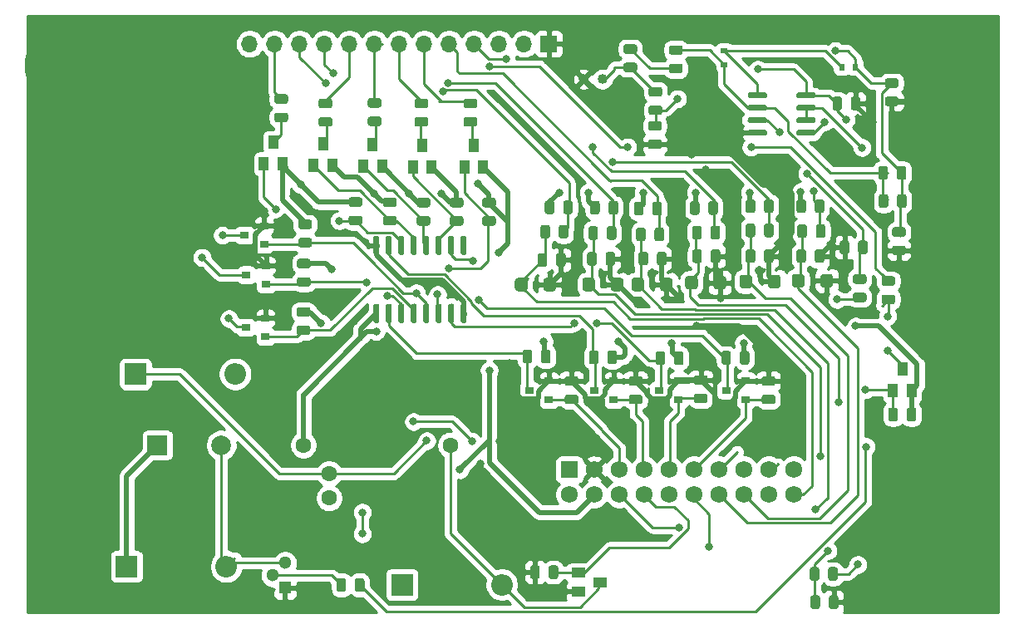
<source format=gbr>
G04 #@! TF.GenerationSoftware,KiCad,Pcbnew,(5.1.6-0-10_14)*
G04 #@! TF.CreationDate,2020-09-03T15:34:08-04:00*
G04 #@! TF.ProjectId,Pufferfish-Interface-2,50756666-6572-4666-9973-682d496e7465,rev?*
G04 #@! TF.SameCoordinates,Original*
G04 #@! TF.FileFunction,Copper,L1,Top*
G04 #@! TF.FilePolarity,Positive*
%FSLAX46Y46*%
G04 Gerber Fmt 4.6, Leading zero omitted, Abs format (unit mm)*
G04 Created by KiCad (PCBNEW (5.1.6-0-10_14)) date 2020-09-03 15:34:08*
%MOMM*%
%LPD*%
G01*
G04 APERTURE LIST*
G04 #@! TA.AperFunction,SMDPad,CuDef*
%ADD10R,1.000000X1.400000*%
G04 #@! TD*
G04 #@! TA.AperFunction,ComponentPad*
%ADD11C,6.350000*%
G04 #@! TD*
G04 #@! TA.AperFunction,ComponentPad*
%ADD12O,1.700000X1.700000*%
G04 #@! TD*
G04 #@! TA.AperFunction,ComponentPad*
%ADD13R,1.700000X1.700000*%
G04 #@! TD*
G04 #@! TA.AperFunction,ComponentPad*
%ADD14O,2.200000X2.200000*%
G04 #@! TD*
G04 #@! TA.AperFunction,ComponentPad*
%ADD15R,2.200000X2.200000*%
G04 #@! TD*
G04 #@! TA.AperFunction,ComponentPad*
%ADD16R,2.000000X2.000000*%
G04 #@! TD*
G04 #@! TA.AperFunction,ComponentPad*
%ADD17C,2.000000*%
G04 #@! TD*
G04 #@! TA.AperFunction,ComponentPad*
%ADD18C,1.010000*%
G04 #@! TD*
G04 #@! TA.AperFunction,ComponentPad*
%ADD19R,1.300000X1.300000*%
G04 #@! TD*
G04 #@! TA.AperFunction,ComponentPad*
%ADD20C,1.300000*%
G04 #@! TD*
G04 #@! TA.AperFunction,SMDPad,CuDef*
%ADD21R,0.600000X0.700000*%
G04 #@! TD*
G04 #@! TA.AperFunction,SMDPad,CuDef*
%ADD22R,0.700000X0.600000*%
G04 #@! TD*
G04 #@! TA.AperFunction,ComponentPad*
%ADD23C,1.725000*%
G04 #@! TD*
G04 #@! TA.AperFunction,ComponentPad*
%ADD24R,1.725000X1.725000*%
G04 #@! TD*
G04 #@! TA.AperFunction,SMDPad,CuDef*
%ADD25R,1.400000X1.000000*%
G04 #@! TD*
G04 #@! TA.AperFunction,SMDPad,CuDef*
%ADD26R,0.900000X0.800000*%
G04 #@! TD*
G04 #@! TA.AperFunction,ComponentPad*
%ADD27C,1.600000*%
G04 #@! TD*
G04 #@! TA.AperFunction,ViaPad*
%ADD28C,0.800000*%
G04 #@! TD*
G04 #@! TA.AperFunction,Conductor*
%ADD29C,0.250000*%
G04 #@! TD*
G04 #@! TA.AperFunction,Conductor*
%ADD30C,0.508000*%
G04 #@! TD*
G04 #@! TA.AperFunction,Conductor*
%ADD31C,0.254000*%
G04 #@! TD*
G04 APERTURE END LIST*
G04 #@! TA.AperFunction,SMDPad,CuDef*
G36*
G01*
X70925000Y-35793750D02*
X70925000Y-36706250D01*
G75*
G02*
X70681250Y-36950000I-243750J0D01*
G01*
X70193750Y-36950000D01*
G75*
G02*
X69950000Y-36706250I0J243750D01*
G01*
X69950000Y-35793750D01*
G75*
G02*
X70193750Y-35550000I243750J0D01*
G01*
X70681250Y-35550000D01*
G75*
G02*
X70925000Y-35793750I0J-243750D01*
G01*
G37*
G04 #@! TD.AperFunction*
G04 #@! TA.AperFunction,SMDPad,CuDef*
G36*
G01*
X69050000Y-35793750D02*
X69050000Y-36706250D01*
G75*
G02*
X68806250Y-36950000I-243750J0D01*
G01*
X68318750Y-36950000D01*
G75*
G02*
X68075000Y-36706250I0J243750D01*
G01*
X68075000Y-35793750D01*
G75*
G02*
X68318750Y-35550000I243750J0D01*
G01*
X68806250Y-35550000D01*
G75*
G02*
X69050000Y-35793750I0J-243750D01*
G01*
G37*
G04 #@! TD.AperFunction*
D10*
X69500000Y-31650000D03*
X70450000Y-33850000D03*
X68550000Y-33850000D03*
D11*
X75500000Y-51250000D03*
X76000000Y750000D03*
X-16500000Y-51500000D03*
X-16750000Y-750000D03*
D12*
X3020000Y1500000D03*
X5560000Y1500000D03*
X8100000Y1500000D03*
X10640000Y1500000D03*
X13180000Y1500000D03*
X15720000Y1500000D03*
X18260000Y1500000D03*
X20800000Y1500000D03*
X23340000Y1500000D03*
X25880000Y1500000D03*
X28420000Y1500000D03*
X30960000Y1500000D03*
D13*
X33500000Y1500000D03*
D14*
X645380Y-51745980D03*
D15*
X-9514620Y-51745980D03*
G04 #@! TA.AperFunction,SMDPad,CuDef*
G36*
G01*
X36900000Y-23375000D02*
X36900000Y-22625000D01*
G75*
G02*
X37225000Y-22300000I325000J0D01*
G01*
X37875000Y-22300000D01*
G75*
G02*
X38200000Y-22625000I0J-325000D01*
G01*
X38200000Y-23375000D01*
G75*
G02*
X37875000Y-23700000I-325000J0D01*
G01*
X37225000Y-23700000D01*
G75*
G02*
X36900000Y-23375000I0J325000D01*
G01*
G37*
G04 #@! TD.AperFunction*
G04 #@! TA.AperFunction,SMDPad,CuDef*
G36*
G01*
X39800000Y-23375000D02*
X39800000Y-22625000D01*
G75*
G02*
X40125000Y-22300000I325000J0D01*
G01*
X40775000Y-22300000D01*
G75*
G02*
X41100000Y-22625000I0J-325000D01*
G01*
X41100000Y-23375000D01*
G75*
G02*
X40775000Y-23700000I-325000J0D01*
G01*
X40125000Y-23700000D01*
G75*
G02*
X39800000Y-23375000I0J325000D01*
G01*
G37*
G04 #@! TD.AperFunction*
G04 #@! TA.AperFunction,SMDPad,CuDef*
G36*
G01*
X39280000Y-20846250D02*
X39280000Y-19933750D01*
G75*
G02*
X39523750Y-19690000I243750J0D01*
G01*
X40011250Y-19690000D01*
G75*
G02*
X40255000Y-19933750I0J-243750D01*
G01*
X40255000Y-20846250D01*
G75*
G02*
X40011250Y-21090000I-243750J0D01*
G01*
X39523750Y-21090000D01*
G75*
G02*
X39280000Y-20846250I0J243750D01*
G01*
G37*
G04 #@! TD.AperFunction*
G04 #@! TA.AperFunction,SMDPad,CuDef*
G36*
G01*
X37405000Y-20846250D02*
X37405000Y-19933750D01*
G75*
G02*
X37648750Y-19690000I243750J0D01*
G01*
X38136250Y-19690000D01*
G75*
G02*
X38380000Y-19933750I0J-243750D01*
G01*
X38380000Y-20846250D01*
G75*
G02*
X38136250Y-21090000I-243750J0D01*
G01*
X37648750Y-21090000D01*
G75*
G02*
X37405000Y-20846250I0J243750D01*
G01*
G37*
G04 #@! TD.AperFunction*
G04 #@! TA.AperFunction,SMDPad,CuDef*
G36*
G01*
X38500000Y-17303750D02*
X38500000Y-18216250D01*
G75*
G02*
X38256250Y-18460000I-243750J0D01*
G01*
X37768750Y-18460000D01*
G75*
G02*
X37525000Y-18216250I0J243750D01*
G01*
X37525000Y-17303750D01*
G75*
G02*
X37768750Y-17060000I243750J0D01*
G01*
X38256250Y-17060000D01*
G75*
G02*
X38500000Y-17303750I0J-243750D01*
G01*
G37*
G04 #@! TD.AperFunction*
G04 #@! TA.AperFunction,SMDPad,CuDef*
G36*
G01*
X40375000Y-17303750D02*
X40375000Y-18216250D01*
G75*
G02*
X40131250Y-18460000I-243750J0D01*
G01*
X39643750Y-18460000D01*
G75*
G02*
X39400000Y-18216250I0J243750D01*
G01*
X39400000Y-17303750D01*
G75*
G02*
X39643750Y-17060000I243750J0D01*
G01*
X40131250Y-17060000D01*
G75*
G02*
X40375000Y-17303750I0J-243750D01*
G01*
G37*
G04 #@! TD.AperFunction*
G04 #@! TA.AperFunction,SMDPad,CuDef*
G36*
G01*
X39578700Y-15640370D02*
X39578700Y-14727870D01*
G75*
G02*
X39822450Y-14484120I243750J0D01*
G01*
X40309950Y-14484120D01*
G75*
G02*
X40553700Y-14727870I0J-243750D01*
G01*
X40553700Y-15640370D01*
G75*
G02*
X40309950Y-15884120I-243750J0D01*
G01*
X39822450Y-15884120D01*
G75*
G02*
X39578700Y-15640370I0J243750D01*
G01*
G37*
G04 #@! TD.AperFunction*
G04 #@! TA.AperFunction,SMDPad,CuDef*
G36*
G01*
X37703700Y-15640370D02*
X37703700Y-14727870D01*
G75*
G02*
X37947450Y-14484120I243750J0D01*
G01*
X38434950Y-14484120D01*
G75*
G02*
X38678700Y-14727870I0J-243750D01*
G01*
X38678700Y-15640370D01*
G75*
G02*
X38434950Y-15884120I-243750J0D01*
G01*
X37947450Y-15884120D01*
G75*
G02*
X37703700Y-15640370I0J243750D01*
G01*
G37*
G04 #@! TD.AperFunction*
G04 #@! TA.AperFunction,SMDPad,CuDef*
G36*
G01*
X16085960Y-20021780D02*
X15785960Y-20021780D01*
G75*
G02*
X15635960Y-19871780I0J150000D01*
G01*
X15635960Y-18196780D01*
G75*
G02*
X15785960Y-18046780I150000J0D01*
G01*
X16085960Y-18046780D01*
G75*
G02*
X16235960Y-18196780I0J-150000D01*
G01*
X16235960Y-19871780D01*
G75*
G02*
X16085960Y-20021780I-150000J0D01*
G01*
G37*
G04 #@! TD.AperFunction*
G04 #@! TA.AperFunction,SMDPad,CuDef*
G36*
G01*
X17355960Y-20021780D02*
X17055960Y-20021780D01*
G75*
G02*
X16905960Y-19871780I0J150000D01*
G01*
X16905960Y-18196780D01*
G75*
G02*
X17055960Y-18046780I150000J0D01*
G01*
X17355960Y-18046780D01*
G75*
G02*
X17505960Y-18196780I0J-150000D01*
G01*
X17505960Y-19871780D01*
G75*
G02*
X17355960Y-20021780I-150000J0D01*
G01*
G37*
G04 #@! TD.AperFunction*
G04 #@! TA.AperFunction,SMDPad,CuDef*
G36*
G01*
X18625960Y-20021780D02*
X18325960Y-20021780D01*
G75*
G02*
X18175960Y-19871780I0J150000D01*
G01*
X18175960Y-18196780D01*
G75*
G02*
X18325960Y-18046780I150000J0D01*
G01*
X18625960Y-18046780D01*
G75*
G02*
X18775960Y-18196780I0J-150000D01*
G01*
X18775960Y-19871780D01*
G75*
G02*
X18625960Y-20021780I-150000J0D01*
G01*
G37*
G04 #@! TD.AperFunction*
G04 #@! TA.AperFunction,SMDPad,CuDef*
G36*
G01*
X19895960Y-20021780D02*
X19595960Y-20021780D01*
G75*
G02*
X19445960Y-19871780I0J150000D01*
G01*
X19445960Y-18196780D01*
G75*
G02*
X19595960Y-18046780I150000J0D01*
G01*
X19895960Y-18046780D01*
G75*
G02*
X20045960Y-18196780I0J-150000D01*
G01*
X20045960Y-19871780D01*
G75*
G02*
X19895960Y-20021780I-150000J0D01*
G01*
G37*
G04 #@! TD.AperFunction*
G04 #@! TA.AperFunction,SMDPad,CuDef*
G36*
G01*
X21165960Y-20021780D02*
X20865960Y-20021780D01*
G75*
G02*
X20715960Y-19871780I0J150000D01*
G01*
X20715960Y-18196780D01*
G75*
G02*
X20865960Y-18046780I150000J0D01*
G01*
X21165960Y-18046780D01*
G75*
G02*
X21315960Y-18196780I0J-150000D01*
G01*
X21315960Y-19871780D01*
G75*
G02*
X21165960Y-20021780I-150000J0D01*
G01*
G37*
G04 #@! TD.AperFunction*
G04 #@! TA.AperFunction,SMDPad,CuDef*
G36*
G01*
X22435960Y-20021780D02*
X22135960Y-20021780D01*
G75*
G02*
X21985960Y-19871780I0J150000D01*
G01*
X21985960Y-18196780D01*
G75*
G02*
X22135960Y-18046780I150000J0D01*
G01*
X22435960Y-18046780D01*
G75*
G02*
X22585960Y-18196780I0J-150000D01*
G01*
X22585960Y-19871780D01*
G75*
G02*
X22435960Y-20021780I-150000J0D01*
G01*
G37*
G04 #@! TD.AperFunction*
G04 #@! TA.AperFunction,SMDPad,CuDef*
G36*
G01*
X23705960Y-20021780D02*
X23405960Y-20021780D01*
G75*
G02*
X23255960Y-19871780I0J150000D01*
G01*
X23255960Y-18196780D01*
G75*
G02*
X23405960Y-18046780I150000J0D01*
G01*
X23705960Y-18046780D01*
G75*
G02*
X23855960Y-18196780I0J-150000D01*
G01*
X23855960Y-19871780D01*
G75*
G02*
X23705960Y-20021780I-150000J0D01*
G01*
G37*
G04 #@! TD.AperFunction*
G04 #@! TA.AperFunction,SMDPad,CuDef*
G36*
G01*
X24975960Y-20021780D02*
X24675960Y-20021780D01*
G75*
G02*
X24525960Y-19871780I0J150000D01*
G01*
X24525960Y-18196780D01*
G75*
G02*
X24675960Y-18046780I150000J0D01*
G01*
X24975960Y-18046780D01*
G75*
G02*
X25125960Y-18196780I0J-150000D01*
G01*
X25125960Y-19871780D01*
G75*
G02*
X24975960Y-20021780I-150000J0D01*
G01*
G37*
G04 #@! TD.AperFunction*
G04 #@! TA.AperFunction,SMDPad,CuDef*
G36*
G01*
X24975960Y-26946780D02*
X24675960Y-26946780D01*
G75*
G02*
X24525960Y-26796780I0J150000D01*
G01*
X24525960Y-25121780D01*
G75*
G02*
X24675960Y-24971780I150000J0D01*
G01*
X24975960Y-24971780D01*
G75*
G02*
X25125960Y-25121780I0J-150000D01*
G01*
X25125960Y-26796780D01*
G75*
G02*
X24975960Y-26946780I-150000J0D01*
G01*
G37*
G04 #@! TD.AperFunction*
G04 #@! TA.AperFunction,SMDPad,CuDef*
G36*
G01*
X23705960Y-26946780D02*
X23405960Y-26946780D01*
G75*
G02*
X23255960Y-26796780I0J150000D01*
G01*
X23255960Y-25121780D01*
G75*
G02*
X23405960Y-24971780I150000J0D01*
G01*
X23705960Y-24971780D01*
G75*
G02*
X23855960Y-25121780I0J-150000D01*
G01*
X23855960Y-26796780D01*
G75*
G02*
X23705960Y-26946780I-150000J0D01*
G01*
G37*
G04 #@! TD.AperFunction*
G04 #@! TA.AperFunction,SMDPad,CuDef*
G36*
G01*
X22435960Y-26946780D02*
X22135960Y-26946780D01*
G75*
G02*
X21985960Y-26796780I0J150000D01*
G01*
X21985960Y-25121780D01*
G75*
G02*
X22135960Y-24971780I150000J0D01*
G01*
X22435960Y-24971780D01*
G75*
G02*
X22585960Y-25121780I0J-150000D01*
G01*
X22585960Y-26796780D01*
G75*
G02*
X22435960Y-26946780I-150000J0D01*
G01*
G37*
G04 #@! TD.AperFunction*
G04 #@! TA.AperFunction,SMDPad,CuDef*
G36*
G01*
X21165960Y-26946780D02*
X20865960Y-26946780D01*
G75*
G02*
X20715960Y-26796780I0J150000D01*
G01*
X20715960Y-25121780D01*
G75*
G02*
X20865960Y-24971780I150000J0D01*
G01*
X21165960Y-24971780D01*
G75*
G02*
X21315960Y-25121780I0J-150000D01*
G01*
X21315960Y-26796780D01*
G75*
G02*
X21165960Y-26946780I-150000J0D01*
G01*
G37*
G04 #@! TD.AperFunction*
G04 #@! TA.AperFunction,SMDPad,CuDef*
G36*
G01*
X19895960Y-26946780D02*
X19595960Y-26946780D01*
G75*
G02*
X19445960Y-26796780I0J150000D01*
G01*
X19445960Y-25121780D01*
G75*
G02*
X19595960Y-24971780I150000J0D01*
G01*
X19895960Y-24971780D01*
G75*
G02*
X20045960Y-25121780I0J-150000D01*
G01*
X20045960Y-26796780D01*
G75*
G02*
X19895960Y-26946780I-150000J0D01*
G01*
G37*
G04 #@! TD.AperFunction*
G04 #@! TA.AperFunction,SMDPad,CuDef*
G36*
G01*
X18625960Y-26946780D02*
X18325960Y-26946780D01*
G75*
G02*
X18175960Y-26796780I0J150000D01*
G01*
X18175960Y-25121780D01*
G75*
G02*
X18325960Y-24971780I150000J0D01*
G01*
X18625960Y-24971780D01*
G75*
G02*
X18775960Y-25121780I0J-150000D01*
G01*
X18775960Y-26796780D01*
G75*
G02*
X18625960Y-26946780I-150000J0D01*
G01*
G37*
G04 #@! TD.AperFunction*
G04 #@! TA.AperFunction,SMDPad,CuDef*
G36*
G01*
X17355960Y-26946780D02*
X17055960Y-26946780D01*
G75*
G02*
X16905960Y-26796780I0J150000D01*
G01*
X16905960Y-25121780D01*
G75*
G02*
X17055960Y-24971780I150000J0D01*
G01*
X17355960Y-24971780D01*
G75*
G02*
X17505960Y-25121780I0J-150000D01*
G01*
X17505960Y-26796780D01*
G75*
G02*
X17355960Y-26946780I-150000J0D01*
G01*
G37*
G04 #@! TD.AperFunction*
G04 #@! TA.AperFunction,SMDPad,CuDef*
G36*
G01*
X16085960Y-26946780D02*
X15785960Y-26946780D01*
G75*
G02*
X15635960Y-26796780I0J150000D01*
G01*
X15635960Y-25121780D01*
G75*
G02*
X15785960Y-24971780I150000J0D01*
G01*
X16085960Y-24971780D01*
G75*
G02*
X16235960Y-25121780I0J-150000D01*
G01*
X16235960Y-26796780D01*
G75*
G02*
X16085960Y-26946780I-150000J0D01*
G01*
G37*
G04 #@! TD.AperFunction*
G04 #@! TA.AperFunction,SMDPad,CuDef*
G36*
G01*
X33610000Y-17173750D02*
X33610000Y-18086250D01*
G75*
G02*
X33366250Y-18330000I-243750J0D01*
G01*
X32878750Y-18330000D01*
G75*
G02*
X32635000Y-18086250I0J243750D01*
G01*
X32635000Y-17173750D01*
G75*
G02*
X32878750Y-16930000I243750J0D01*
G01*
X33366250Y-16930000D01*
G75*
G02*
X33610000Y-17173750I0J-243750D01*
G01*
G37*
G04 #@! TD.AperFunction*
G04 #@! TA.AperFunction,SMDPad,CuDef*
G36*
G01*
X35485000Y-17173750D02*
X35485000Y-18086250D01*
G75*
G02*
X35241250Y-18330000I-243750J0D01*
G01*
X34753750Y-18330000D01*
G75*
G02*
X34510000Y-18086250I0J243750D01*
G01*
X34510000Y-17173750D01*
G75*
G02*
X34753750Y-16930000I243750J0D01*
G01*
X35241250Y-16930000D01*
G75*
G02*
X35485000Y-17173750I0J-243750D01*
G01*
G37*
G04 #@! TD.AperFunction*
G04 #@! TA.AperFunction,SMDPad,CuDef*
G36*
G01*
X34957500Y-15596250D02*
X34957500Y-14683750D01*
G75*
G02*
X35201250Y-14440000I243750J0D01*
G01*
X35688750Y-14440000D01*
G75*
G02*
X35932500Y-14683750I0J-243750D01*
G01*
X35932500Y-15596250D01*
G75*
G02*
X35688750Y-15840000I-243750J0D01*
G01*
X35201250Y-15840000D01*
G75*
G02*
X34957500Y-15596250I0J243750D01*
G01*
G37*
G04 #@! TD.AperFunction*
G04 #@! TA.AperFunction,SMDPad,CuDef*
G36*
G01*
X33082500Y-15596250D02*
X33082500Y-14683750D01*
G75*
G02*
X33326250Y-14440000I243750J0D01*
G01*
X33813750Y-14440000D01*
G75*
G02*
X34057500Y-14683750I0J-243750D01*
G01*
X34057500Y-15596250D01*
G75*
G02*
X33813750Y-15840000I-243750J0D01*
G01*
X33326250Y-15840000D01*
G75*
G02*
X33082500Y-15596250I0J243750D01*
G01*
G37*
G04 #@! TD.AperFunction*
G04 #@! TA.AperFunction,SMDPad,CuDef*
G36*
G01*
X67623750Y-24040000D02*
X68536250Y-24040000D01*
G75*
G02*
X68780000Y-24283750I0J-243750D01*
G01*
X68780000Y-24771250D01*
G75*
G02*
X68536250Y-25015000I-243750J0D01*
G01*
X67623750Y-25015000D01*
G75*
G02*
X67380000Y-24771250I0J243750D01*
G01*
X67380000Y-24283750D01*
G75*
G02*
X67623750Y-24040000I243750J0D01*
G01*
G37*
G04 #@! TD.AperFunction*
G04 #@! TA.AperFunction,SMDPad,CuDef*
G36*
G01*
X67623750Y-22165000D02*
X68536250Y-22165000D01*
G75*
G02*
X68780000Y-22408750I0J-243750D01*
G01*
X68780000Y-22896250D01*
G75*
G02*
X68536250Y-23140000I-243750J0D01*
G01*
X67623750Y-23140000D01*
G75*
G02*
X67380000Y-22896250I0J243750D01*
G01*
X67380000Y-22408750D01*
G75*
G02*
X67623750Y-22165000I243750J0D01*
G01*
G37*
G04 #@! TD.AperFunction*
G04 #@! TA.AperFunction,SMDPad,CuDef*
G36*
G01*
X5774370Y-5504360D02*
X6686870Y-5504360D01*
G75*
G02*
X6930620Y-5748110I0J-243750D01*
G01*
X6930620Y-6235610D01*
G75*
G02*
X6686870Y-6479360I-243750J0D01*
G01*
X5774370Y-6479360D01*
G75*
G02*
X5530620Y-6235610I0J243750D01*
G01*
X5530620Y-5748110D01*
G75*
G02*
X5774370Y-5504360I243750J0D01*
G01*
G37*
G04 #@! TD.AperFunction*
G04 #@! TA.AperFunction,SMDPad,CuDef*
G36*
G01*
X5774370Y-3629360D02*
X6686870Y-3629360D01*
G75*
G02*
X6930620Y-3873110I0J-243750D01*
G01*
X6930620Y-4360610D01*
G75*
G02*
X6686870Y-4604360I-243750J0D01*
G01*
X5774370Y-4604360D01*
G75*
G02*
X5530620Y-4360610I0J243750D01*
G01*
X5530620Y-3873110D01*
G75*
G02*
X5774370Y-3629360I243750J0D01*
G01*
G37*
G04 #@! TD.AperFunction*
G04 #@! TA.AperFunction,SMDPad,CuDef*
G36*
G01*
X30040000Y-23395000D02*
X30040000Y-22645000D01*
G75*
G02*
X30365000Y-22320000I325000J0D01*
G01*
X31015000Y-22320000D01*
G75*
G02*
X31340000Y-22645000I0J-325000D01*
G01*
X31340000Y-23395000D01*
G75*
G02*
X31015000Y-23720000I-325000J0D01*
G01*
X30365000Y-23720000D01*
G75*
G02*
X30040000Y-23395000I0J325000D01*
G01*
G37*
G04 #@! TD.AperFunction*
G04 #@! TA.AperFunction,SMDPad,CuDef*
G36*
G01*
X32940000Y-23395000D02*
X32940000Y-22645000D01*
G75*
G02*
X33265000Y-22320000I325000J0D01*
G01*
X33915000Y-22320000D01*
G75*
G02*
X34240000Y-22645000I0J-325000D01*
G01*
X34240000Y-23395000D01*
G75*
G02*
X33915000Y-23720000I-325000J0D01*
G01*
X33265000Y-23720000D01*
G75*
G02*
X32940000Y-23395000I0J325000D01*
G01*
G37*
G04 #@! TD.AperFunction*
G04 #@! TA.AperFunction,SMDPad,CuDef*
G36*
G01*
X34235480Y-20957750D02*
X34235480Y-20045250D01*
G75*
G02*
X34479230Y-19801500I243750J0D01*
G01*
X34966730Y-19801500D01*
G75*
G02*
X35210480Y-20045250I0J-243750D01*
G01*
X35210480Y-20957750D01*
G75*
G02*
X34966730Y-21201500I-243750J0D01*
G01*
X34479230Y-21201500D01*
G75*
G02*
X34235480Y-20957750I0J243750D01*
G01*
G37*
G04 #@! TD.AperFunction*
G04 #@! TA.AperFunction,SMDPad,CuDef*
G36*
G01*
X32360480Y-20957750D02*
X32360480Y-20045250D01*
G75*
G02*
X32604230Y-19801500I243750J0D01*
G01*
X33091730Y-19801500D01*
G75*
G02*
X33335480Y-20045250I0J-243750D01*
G01*
X33335480Y-20957750D01*
G75*
G02*
X33091730Y-21201500I-243750J0D01*
G01*
X32604230Y-21201500D01*
G75*
G02*
X32360480Y-20957750I0J243750D01*
G01*
G37*
G04 #@! TD.AperFunction*
D16*
X-6370000Y-39370000D03*
D17*
X130000Y-39370000D03*
D18*
X37050000Y-2100000D03*
X38950000Y-2100000D03*
G04 #@! TA.AperFunction,SMDPad,CuDef*
G36*
G01*
X58720000Y-3885000D02*
X58720000Y-3585000D01*
G75*
G02*
X58870000Y-3435000I150000J0D01*
G01*
X60520000Y-3435000D01*
G75*
G02*
X60670000Y-3585000I0J-150000D01*
G01*
X60670000Y-3885000D01*
G75*
G02*
X60520000Y-4035000I-150000J0D01*
G01*
X58870000Y-4035000D01*
G75*
G02*
X58720000Y-3885000I0J150000D01*
G01*
G37*
G04 #@! TD.AperFunction*
G04 #@! TA.AperFunction,SMDPad,CuDef*
G36*
G01*
X58720000Y-5155000D02*
X58720000Y-4855000D01*
G75*
G02*
X58870000Y-4705000I150000J0D01*
G01*
X60520000Y-4705000D01*
G75*
G02*
X60670000Y-4855000I0J-150000D01*
G01*
X60670000Y-5155000D01*
G75*
G02*
X60520000Y-5305000I-150000J0D01*
G01*
X58870000Y-5305000D01*
G75*
G02*
X58720000Y-5155000I0J150000D01*
G01*
G37*
G04 #@! TD.AperFunction*
G04 #@! TA.AperFunction,SMDPad,CuDef*
G36*
G01*
X58720000Y-6425000D02*
X58720000Y-6125000D01*
G75*
G02*
X58870000Y-5975000I150000J0D01*
G01*
X60520000Y-5975000D01*
G75*
G02*
X60670000Y-6125000I0J-150000D01*
G01*
X60670000Y-6425000D01*
G75*
G02*
X60520000Y-6575000I-150000J0D01*
G01*
X58870000Y-6575000D01*
G75*
G02*
X58720000Y-6425000I0J150000D01*
G01*
G37*
G04 #@! TD.AperFunction*
G04 #@! TA.AperFunction,SMDPad,CuDef*
G36*
G01*
X58720000Y-7695000D02*
X58720000Y-7395000D01*
G75*
G02*
X58870000Y-7245000I150000J0D01*
G01*
X60520000Y-7245000D01*
G75*
G02*
X60670000Y-7395000I0J-150000D01*
G01*
X60670000Y-7695000D01*
G75*
G02*
X60520000Y-7845000I-150000J0D01*
G01*
X58870000Y-7845000D01*
G75*
G02*
X58720000Y-7695000I0J150000D01*
G01*
G37*
G04 #@! TD.AperFunction*
G04 #@! TA.AperFunction,SMDPad,CuDef*
G36*
G01*
X53770000Y-7695000D02*
X53770000Y-7395000D01*
G75*
G02*
X53920000Y-7245000I150000J0D01*
G01*
X55570000Y-7245000D01*
G75*
G02*
X55720000Y-7395000I0J-150000D01*
G01*
X55720000Y-7695000D01*
G75*
G02*
X55570000Y-7845000I-150000J0D01*
G01*
X53920000Y-7845000D01*
G75*
G02*
X53770000Y-7695000I0J150000D01*
G01*
G37*
G04 #@! TD.AperFunction*
G04 #@! TA.AperFunction,SMDPad,CuDef*
G36*
G01*
X53770000Y-6425000D02*
X53770000Y-6125000D01*
G75*
G02*
X53920000Y-5975000I150000J0D01*
G01*
X55570000Y-5975000D01*
G75*
G02*
X55720000Y-6125000I0J-150000D01*
G01*
X55720000Y-6425000D01*
G75*
G02*
X55570000Y-6575000I-150000J0D01*
G01*
X53920000Y-6575000D01*
G75*
G02*
X53770000Y-6425000I0J150000D01*
G01*
G37*
G04 #@! TD.AperFunction*
G04 #@! TA.AperFunction,SMDPad,CuDef*
G36*
G01*
X53770000Y-5155000D02*
X53770000Y-4855000D01*
G75*
G02*
X53920000Y-4705000I150000J0D01*
G01*
X55570000Y-4705000D01*
G75*
G02*
X55720000Y-4855000I0J-150000D01*
G01*
X55720000Y-5155000D01*
G75*
G02*
X55570000Y-5305000I-150000J0D01*
G01*
X53920000Y-5305000D01*
G75*
G02*
X53770000Y-5155000I0J150000D01*
G01*
G37*
G04 #@! TD.AperFunction*
G04 #@! TA.AperFunction,SMDPad,CuDef*
G36*
G01*
X53770000Y-3885000D02*
X53770000Y-3585000D01*
G75*
G02*
X53920000Y-3435000I150000J0D01*
G01*
X55570000Y-3435000D01*
G75*
G02*
X55720000Y-3585000I0J-150000D01*
G01*
X55720000Y-3885000D01*
G75*
G02*
X55570000Y-4035000I-150000J0D01*
G01*
X53920000Y-4035000D01*
G75*
G02*
X53770000Y-3885000I0J150000D01*
G01*
G37*
G04 #@! TD.AperFunction*
G04 #@! TA.AperFunction,SMDPad,CuDef*
G36*
G01*
X13742500Y-54086250D02*
X13742500Y-53173750D01*
G75*
G02*
X13986250Y-52930000I243750J0D01*
G01*
X14473750Y-52930000D01*
G75*
G02*
X14717500Y-53173750I0J-243750D01*
G01*
X14717500Y-54086250D01*
G75*
G02*
X14473750Y-54330000I-243750J0D01*
G01*
X13986250Y-54330000D01*
G75*
G02*
X13742500Y-54086250I0J243750D01*
G01*
G37*
G04 #@! TD.AperFunction*
G04 #@! TA.AperFunction,SMDPad,CuDef*
G36*
G01*
X11867500Y-54086250D02*
X11867500Y-53173750D01*
G75*
G02*
X12111250Y-52930000I243750J0D01*
G01*
X12598750Y-52930000D01*
G75*
G02*
X12842500Y-53173750I0J-243750D01*
G01*
X12842500Y-54086250D01*
G75*
G02*
X12598750Y-54330000I-243750J0D01*
G01*
X12111250Y-54330000D01*
G75*
G02*
X11867500Y-54086250I0J243750D01*
G01*
G37*
G04 #@! TD.AperFunction*
G04 #@! TA.AperFunction,SMDPad,CuDef*
G36*
G01*
X8215310Y-18260720D02*
X9127810Y-18260720D01*
G75*
G02*
X9371560Y-18504470I0J-243750D01*
G01*
X9371560Y-18991970D01*
G75*
G02*
X9127810Y-19235720I-243750J0D01*
G01*
X8215310Y-19235720D01*
G75*
G02*
X7971560Y-18991970I0J243750D01*
G01*
X7971560Y-18504470D01*
G75*
G02*
X8215310Y-18260720I243750J0D01*
G01*
G37*
G04 #@! TD.AperFunction*
G04 #@! TA.AperFunction,SMDPad,CuDef*
G36*
G01*
X8215310Y-16385720D02*
X9127810Y-16385720D01*
G75*
G02*
X9371560Y-16629470I0J-243750D01*
G01*
X9371560Y-17116970D01*
G75*
G02*
X9127810Y-17360720I-243750J0D01*
G01*
X8215310Y-17360720D01*
G75*
G02*
X7971560Y-17116970I0J243750D01*
G01*
X7971560Y-16629470D01*
G75*
G02*
X8215310Y-16385720I243750J0D01*
G01*
G37*
G04 #@! TD.AperFunction*
G04 #@! TA.AperFunction,SMDPad,CuDef*
G36*
G01*
X16838610Y-16020200D02*
X17751110Y-16020200D01*
G75*
G02*
X17994860Y-16263950I0J-243750D01*
G01*
X17994860Y-16751450D01*
G75*
G02*
X17751110Y-16995200I-243750J0D01*
G01*
X16838610Y-16995200D01*
G75*
G02*
X16594860Y-16751450I0J243750D01*
G01*
X16594860Y-16263950D01*
G75*
G02*
X16838610Y-16020200I243750J0D01*
G01*
G37*
G04 #@! TD.AperFunction*
G04 #@! TA.AperFunction,SMDPad,CuDef*
G36*
G01*
X16838610Y-14145200D02*
X17751110Y-14145200D01*
G75*
G02*
X17994860Y-14388950I0J-243750D01*
G01*
X17994860Y-14876450D01*
G75*
G02*
X17751110Y-15120200I-243750J0D01*
G01*
X16838610Y-15120200D01*
G75*
G02*
X16594860Y-14876450I0J243750D01*
G01*
X16594860Y-14388950D01*
G75*
G02*
X16838610Y-14145200I243750J0D01*
G01*
G37*
G04 #@! TD.AperFunction*
G04 #@! TA.AperFunction,SMDPad,CuDef*
G36*
G01*
X8083230Y-22258440D02*
X8995730Y-22258440D01*
G75*
G02*
X9239480Y-22502190I0J-243750D01*
G01*
X9239480Y-22989690D01*
G75*
G02*
X8995730Y-23233440I-243750J0D01*
G01*
X8083230Y-23233440D01*
G75*
G02*
X7839480Y-22989690I0J243750D01*
G01*
X7839480Y-22502190D01*
G75*
G02*
X8083230Y-22258440I243750J0D01*
G01*
G37*
G04 #@! TD.AperFunction*
G04 #@! TA.AperFunction,SMDPad,CuDef*
G36*
G01*
X8083230Y-20383440D02*
X8995730Y-20383440D01*
G75*
G02*
X9239480Y-20627190I0J-243750D01*
G01*
X9239480Y-21114690D01*
G75*
G02*
X8995730Y-21358440I-243750J0D01*
G01*
X8083230Y-21358440D01*
G75*
G02*
X7839480Y-21114690I0J243750D01*
G01*
X7839480Y-20627190D01*
G75*
G02*
X8083230Y-20383440I243750J0D01*
G01*
G37*
G04 #@! TD.AperFunction*
G04 #@! TA.AperFunction,SMDPad,CuDef*
G36*
G01*
X23648350Y-16045600D02*
X24560850Y-16045600D01*
G75*
G02*
X24804600Y-16289350I0J-243750D01*
G01*
X24804600Y-16776850D01*
G75*
G02*
X24560850Y-17020600I-243750J0D01*
G01*
X23648350Y-17020600D01*
G75*
G02*
X23404600Y-16776850I0J243750D01*
G01*
X23404600Y-16289350D01*
G75*
G02*
X23648350Y-16045600I243750J0D01*
G01*
G37*
G04 #@! TD.AperFunction*
G04 #@! TA.AperFunction,SMDPad,CuDef*
G36*
G01*
X23648350Y-14170600D02*
X24560850Y-14170600D01*
G75*
G02*
X24804600Y-14414350I0J-243750D01*
G01*
X24804600Y-14901850D01*
G75*
G02*
X24560850Y-15145600I-243750J0D01*
G01*
X23648350Y-15145600D01*
G75*
G02*
X23404600Y-14901850I0J243750D01*
G01*
X23404600Y-14414350D01*
G75*
G02*
X23648350Y-14170600I243750J0D01*
G01*
G37*
G04 #@! TD.AperFunction*
G04 #@! TA.AperFunction,SMDPad,CuDef*
G36*
G01*
X62027500Y-55836250D02*
X62027500Y-54923750D01*
G75*
G02*
X62271250Y-54680000I243750J0D01*
G01*
X62758750Y-54680000D01*
G75*
G02*
X63002500Y-54923750I0J-243750D01*
G01*
X63002500Y-55836250D01*
G75*
G02*
X62758750Y-56080000I-243750J0D01*
G01*
X62271250Y-56080000D01*
G75*
G02*
X62027500Y-55836250I0J243750D01*
G01*
G37*
G04 #@! TD.AperFunction*
G04 #@! TA.AperFunction,SMDPad,CuDef*
G36*
G01*
X60152500Y-55836250D02*
X60152500Y-54923750D01*
G75*
G02*
X60396250Y-54680000I243750J0D01*
G01*
X60883750Y-54680000D01*
G75*
G02*
X61127500Y-54923750I0J-243750D01*
G01*
X61127500Y-55836250D01*
G75*
G02*
X60883750Y-56080000I-243750J0D01*
G01*
X60396250Y-56080000D01*
G75*
G02*
X60152500Y-55836250I0J243750D01*
G01*
G37*
G04 #@! TD.AperFunction*
G04 #@! TA.AperFunction,SMDPad,CuDef*
G36*
G01*
X61047500Y-52043750D02*
X61047500Y-52956250D01*
G75*
G02*
X60803750Y-53200000I-243750J0D01*
G01*
X60316250Y-53200000D01*
G75*
G02*
X60072500Y-52956250I0J243750D01*
G01*
X60072500Y-52043750D01*
G75*
G02*
X60316250Y-51800000I243750J0D01*
G01*
X60803750Y-51800000D01*
G75*
G02*
X61047500Y-52043750I0J-243750D01*
G01*
G37*
G04 #@! TD.AperFunction*
G04 #@! TA.AperFunction,SMDPad,CuDef*
G36*
G01*
X62922500Y-52043750D02*
X62922500Y-52956250D01*
G75*
G02*
X62678750Y-53200000I-243750J0D01*
G01*
X62191250Y-53200000D01*
G75*
G02*
X61947500Y-52956250I0J243750D01*
G01*
X61947500Y-52043750D01*
G75*
G02*
X62191250Y-51800000I243750J0D01*
G01*
X62678750Y-51800000D01*
G75*
G02*
X62922500Y-52043750I0J-243750D01*
G01*
G37*
G04 #@! TD.AperFunction*
G04 #@! TA.AperFunction,SMDPad,CuDef*
G36*
G01*
X68703750Y-19050000D02*
X69616250Y-19050000D01*
G75*
G02*
X69860000Y-19293750I0J-243750D01*
G01*
X69860000Y-19781250D01*
G75*
G02*
X69616250Y-20025000I-243750J0D01*
G01*
X68703750Y-20025000D01*
G75*
G02*
X68460000Y-19781250I0J243750D01*
G01*
X68460000Y-19293750D01*
G75*
G02*
X68703750Y-19050000I243750J0D01*
G01*
G37*
G04 #@! TD.AperFunction*
G04 #@! TA.AperFunction,SMDPad,CuDef*
G36*
G01*
X68703750Y-17175000D02*
X69616250Y-17175000D01*
G75*
G02*
X69860000Y-17418750I0J-243750D01*
G01*
X69860000Y-17906250D01*
G75*
G02*
X69616250Y-18150000I-243750J0D01*
G01*
X68703750Y-18150000D01*
G75*
G02*
X68460000Y-17906250I0J243750D01*
G01*
X68460000Y-17418750D01*
G75*
G02*
X68703750Y-17175000I243750J0D01*
G01*
G37*
G04 #@! TD.AperFunction*
G04 #@! TA.AperFunction,SMDPad,CuDef*
G36*
G01*
X68932500Y-12096250D02*
X68932500Y-11183750D01*
G75*
G02*
X69176250Y-10940000I243750J0D01*
G01*
X69663750Y-10940000D01*
G75*
G02*
X69907500Y-11183750I0J-243750D01*
G01*
X69907500Y-12096250D01*
G75*
G02*
X69663750Y-12340000I-243750J0D01*
G01*
X69176250Y-12340000D01*
G75*
G02*
X68932500Y-12096250I0J243750D01*
G01*
G37*
G04 #@! TD.AperFunction*
G04 #@! TA.AperFunction,SMDPad,CuDef*
G36*
G01*
X67057500Y-12096250D02*
X67057500Y-11183750D01*
G75*
G02*
X67301250Y-10940000I243750J0D01*
G01*
X67788750Y-10940000D01*
G75*
G02*
X68032500Y-11183750I0J-243750D01*
G01*
X68032500Y-12096250D01*
G75*
G02*
X67788750Y-12340000I-243750J0D01*
G01*
X67301250Y-12340000D01*
G75*
G02*
X67057500Y-12096250I0J243750D01*
G01*
G37*
G04 #@! TD.AperFunction*
G04 #@! TA.AperFunction,SMDPad,CuDef*
G36*
G01*
X64100000Y-18763750D02*
X64100000Y-19676250D01*
G75*
G02*
X63856250Y-19920000I-243750J0D01*
G01*
X63368750Y-19920000D01*
G75*
G02*
X63125000Y-19676250I0J243750D01*
G01*
X63125000Y-18763750D01*
G75*
G02*
X63368750Y-18520000I243750J0D01*
G01*
X63856250Y-18520000D01*
G75*
G02*
X64100000Y-18763750I0J-243750D01*
G01*
G37*
G04 #@! TD.AperFunction*
G04 #@! TA.AperFunction,SMDPad,CuDef*
G36*
G01*
X65975000Y-18763750D02*
X65975000Y-19676250D01*
G75*
G02*
X65731250Y-19920000I-243750J0D01*
G01*
X65243750Y-19920000D01*
G75*
G02*
X65000000Y-19676250I0J243750D01*
G01*
X65000000Y-18763750D01*
G75*
G02*
X65243750Y-18520000I243750J0D01*
G01*
X65731250Y-18520000D01*
G75*
G02*
X65975000Y-18763750I0J-243750D01*
G01*
G37*
G04 #@! TD.AperFunction*
G04 #@! TA.AperFunction,SMDPad,CuDef*
G36*
G01*
X65616250Y-22940000D02*
X64703750Y-22940000D01*
G75*
G02*
X64460000Y-22696250I0J243750D01*
G01*
X64460000Y-22208750D01*
G75*
G02*
X64703750Y-21965000I243750J0D01*
G01*
X65616250Y-21965000D01*
G75*
G02*
X65860000Y-22208750I0J-243750D01*
G01*
X65860000Y-22696250D01*
G75*
G02*
X65616250Y-22940000I-243750J0D01*
G01*
G37*
G04 #@! TD.AperFunction*
G04 #@! TA.AperFunction,SMDPad,CuDef*
G36*
G01*
X65616250Y-24815000D02*
X64703750Y-24815000D01*
G75*
G02*
X64460000Y-24571250I0J243750D01*
G01*
X64460000Y-24083750D01*
G75*
G02*
X64703750Y-23840000I243750J0D01*
G01*
X65616250Y-23840000D01*
G75*
G02*
X65860000Y-24083750I0J-243750D01*
G01*
X65860000Y-24571250D01*
G75*
G02*
X65616250Y-24815000I-243750J0D01*
G01*
G37*
G04 #@! TD.AperFunction*
G04 #@! TA.AperFunction,SMDPad,CuDef*
G36*
G01*
X46896250Y390000D02*
X45983750Y390000D01*
G75*
G02*
X45740000Y633750I0J243750D01*
G01*
X45740000Y1121250D01*
G75*
G02*
X45983750Y1365000I243750J0D01*
G01*
X46896250Y1365000D01*
G75*
G02*
X47140000Y1121250I0J-243750D01*
G01*
X47140000Y633750D01*
G75*
G02*
X46896250Y390000I-243750J0D01*
G01*
G37*
G04 #@! TD.AperFunction*
G04 #@! TA.AperFunction,SMDPad,CuDef*
G36*
G01*
X46896250Y-1485000D02*
X45983750Y-1485000D01*
G75*
G02*
X45740000Y-1241250I0J243750D01*
G01*
X45740000Y-753750D01*
G75*
G02*
X45983750Y-510000I243750J0D01*
G01*
X46896250Y-510000D01*
G75*
G02*
X47140000Y-753750I0J-243750D01*
G01*
X47140000Y-1241250D01*
G75*
G02*
X46896250Y-1485000I-243750J0D01*
G01*
G37*
G04 #@! TD.AperFunction*
G04 #@! TA.AperFunction,SMDPad,CuDef*
G36*
G01*
X44807430Y-3860000D02*
X43894930Y-3860000D01*
G75*
G02*
X43651180Y-3616250I0J243750D01*
G01*
X43651180Y-3128750D01*
G75*
G02*
X43894930Y-2885000I243750J0D01*
G01*
X44807430Y-2885000D01*
G75*
G02*
X45051180Y-3128750I0J-243750D01*
G01*
X45051180Y-3616250D01*
G75*
G02*
X44807430Y-3860000I-243750J0D01*
G01*
G37*
G04 #@! TD.AperFunction*
G04 #@! TA.AperFunction,SMDPad,CuDef*
G36*
G01*
X44807430Y-5735000D02*
X43894930Y-5735000D01*
G75*
G02*
X43651180Y-5491250I0J243750D01*
G01*
X43651180Y-5003750D01*
G75*
G02*
X43894930Y-4760000I243750J0D01*
G01*
X44807430Y-4760000D01*
G75*
G02*
X45051180Y-5003750I0J-243750D01*
G01*
X45051180Y-5491250D01*
G75*
G02*
X44807430Y-5735000I-243750J0D01*
G01*
G37*
G04 #@! TD.AperFunction*
G04 #@! TA.AperFunction,SMDPad,CuDef*
G36*
G01*
X64260000Y-5026250D02*
X64260000Y-4113750D01*
G75*
G02*
X64503750Y-3870000I243750J0D01*
G01*
X64991250Y-3870000D01*
G75*
G02*
X65235000Y-4113750I0J-243750D01*
G01*
X65235000Y-5026250D01*
G75*
G02*
X64991250Y-5270000I-243750J0D01*
G01*
X64503750Y-5270000D01*
G75*
G02*
X64260000Y-5026250I0J243750D01*
G01*
G37*
G04 #@! TD.AperFunction*
G04 #@! TA.AperFunction,SMDPad,CuDef*
G36*
G01*
X62385000Y-5026250D02*
X62385000Y-4113750D01*
G75*
G02*
X62628750Y-3870000I243750J0D01*
G01*
X63116250Y-3870000D01*
G75*
G02*
X63360000Y-4113750I0J-243750D01*
G01*
X63360000Y-5026250D01*
G75*
G02*
X63116250Y-5270000I-243750J0D01*
G01*
X62628750Y-5270000D01*
G75*
G02*
X62385000Y-5026250I0J243750D01*
G01*
G37*
G04 #@! TD.AperFunction*
G04 #@! TA.AperFunction,SMDPad,CuDef*
G36*
G01*
X13348650Y-15992260D02*
X14261150Y-15992260D01*
G75*
G02*
X14504900Y-16236010I0J-243750D01*
G01*
X14504900Y-16723510D01*
G75*
G02*
X14261150Y-16967260I-243750J0D01*
G01*
X13348650Y-16967260D01*
G75*
G02*
X13104900Y-16723510I0J243750D01*
G01*
X13104900Y-16236010D01*
G75*
G02*
X13348650Y-15992260I243750J0D01*
G01*
G37*
G04 #@! TD.AperFunction*
G04 #@! TA.AperFunction,SMDPad,CuDef*
G36*
G01*
X13348650Y-14117260D02*
X14261150Y-14117260D01*
G75*
G02*
X14504900Y-14361010I0J-243750D01*
G01*
X14504900Y-14848510D01*
G75*
G02*
X14261150Y-15092260I-243750J0D01*
G01*
X13348650Y-15092260D01*
G75*
G02*
X13104900Y-14848510I0J243750D01*
G01*
X13104900Y-14361010D01*
G75*
G02*
X13348650Y-14117260I243750J0D01*
G01*
G37*
G04 #@! TD.AperFunction*
G04 #@! TA.AperFunction,SMDPad,CuDef*
G36*
G01*
X8045130Y-27183260D02*
X8957630Y-27183260D01*
G75*
G02*
X9201380Y-27427010I0J-243750D01*
G01*
X9201380Y-27914510D01*
G75*
G02*
X8957630Y-28158260I-243750J0D01*
G01*
X8045130Y-28158260D01*
G75*
G02*
X7801380Y-27914510I0J243750D01*
G01*
X7801380Y-27427010D01*
G75*
G02*
X8045130Y-27183260I243750J0D01*
G01*
G37*
G04 #@! TD.AperFunction*
G04 #@! TA.AperFunction,SMDPad,CuDef*
G36*
G01*
X8045130Y-25308260D02*
X8957630Y-25308260D01*
G75*
G02*
X9201380Y-25552010I0J-243750D01*
G01*
X9201380Y-26039510D01*
G75*
G02*
X8957630Y-26283260I-243750J0D01*
G01*
X8045130Y-26283260D01*
G75*
G02*
X7801380Y-26039510I0J243750D01*
G01*
X7801380Y-25552010D01*
G75*
G02*
X8045130Y-25308260I243750J0D01*
G01*
G37*
G04 #@! TD.AperFunction*
G04 #@! TA.AperFunction,SMDPad,CuDef*
G36*
G01*
X20270150Y-16045600D02*
X21182650Y-16045600D01*
G75*
G02*
X21426400Y-16289350I0J-243750D01*
G01*
X21426400Y-16776850D01*
G75*
G02*
X21182650Y-17020600I-243750J0D01*
G01*
X20270150Y-17020600D01*
G75*
G02*
X20026400Y-16776850I0J243750D01*
G01*
X20026400Y-16289350D01*
G75*
G02*
X20270150Y-16045600I243750J0D01*
G01*
G37*
G04 #@! TD.AperFunction*
G04 #@! TA.AperFunction,SMDPad,CuDef*
G36*
G01*
X20270150Y-14170600D02*
X21182650Y-14170600D01*
G75*
G02*
X21426400Y-14414350I0J-243750D01*
G01*
X21426400Y-14901850D01*
G75*
G02*
X21182650Y-15145600I-243750J0D01*
G01*
X20270150Y-15145600D01*
G75*
G02*
X20026400Y-14901850I0J243750D01*
G01*
X20026400Y-14414350D01*
G75*
G02*
X20270150Y-14170600I243750J0D01*
G01*
G37*
G04 #@! TD.AperFunction*
G04 #@! TA.AperFunction,SMDPad,CuDef*
G36*
G01*
X26942730Y-16045600D02*
X27855230Y-16045600D01*
G75*
G02*
X28098980Y-16289350I0J-243750D01*
G01*
X28098980Y-16776850D01*
G75*
G02*
X27855230Y-17020600I-243750J0D01*
G01*
X26942730Y-17020600D01*
G75*
G02*
X26698980Y-16776850I0J243750D01*
G01*
X26698980Y-16289350D01*
G75*
G02*
X26942730Y-16045600I243750J0D01*
G01*
G37*
G04 #@! TD.AperFunction*
G04 #@! TA.AperFunction,SMDPad,CuDef*
G36*
G01*
X26942730Y-14170600D02*
X27855230Y-14170600D01*
G75*
G02*
X28098980Y-14414350I0J-243750D01*
G01*
X28098980Y-14901850D01*
G75*
G02*
X27855230Y-15145600I-243750J0D01*
G01*
X26942730Y-15145600D01*
G75*
G02*
X26698980Y-14901850I0J243750D01*
G01*
X26698980Y-14414350D01*
G75*
G02*
X26942730Y-14170600I243750J0D01*
G01*
G37*
G04 #@! TD.AperFunction*
D10*
X5420360Y-8524060D03*
X6370360Y-10724060D03*
X4470360Y-10724060D03*
X10492740Y-8694240D03*
X11442740Y-10894240D03*
X9542740Y-10894240D03*
X20594320Y-8808540D03*
X21544320Y-11008540D03*
X19644320Y-11008540D03*
X15562580Y-8734880D03*
X16512580Y-10934880D03*
X14612580Y-10934880D03*
X25859740Y-8831400D03*
X26809740Y-11031400D03*
X24909740Y-11031400D03*
D19*
X6630000Y-53920000D03*
D20*
X6630000Y-51380000D03*
X5360000Y-52650000D03*
D21*
X64720000Y-860000D03*
X63320000Y-860000D03*
D22*
X51350000Y810000D03*
X51350000Y-590000D03*
D23*
X58453500Y-44409840D03*
X58453500Y-41869840D03*
X55913500Y-44409840D03*
X55913500Y-41869840D03*
X48293500Y-41869840D03*
X48293500Y-44409840D03*
X50833500Y-41869840D03*
X50833500Y-44409840D03*
X53373500Y-41869840D03*
X53373500Y-44409840D03*
X40673500Y-41869840D03*
X35593500Y-44409840D03*
X38133500Y-41869840D03*
X40673500Y-44409840D03*
D24*
X35593500Y-41869840D03*
D23*
X43213500Y-41869840D03*
X43213500Y-44409840D03*
X45753500Y-41869840D03*
X45753500Y-44409840D03*
X38133500Y-44409840D03*
G04 #@! TA.AperFunction,SMDPad,CuDef*
G36*
G01*
X67963750Y-3870000D02*
X68876250Y-3870000D01*
G75*
G02*
X69120000Y-4113750I0J-243750D01*
G01*
X69120000Y-4601250D01*
G75*
G02*
X68876250Y-4845000I-243750J0D01*
G01*
X67963750Y-4845000D01*
G75*
G02*
X67720000Y-4601250I0J243750D01*
G01*
X67720000Y-4113750D01*
G75*
G02*
X67963750Y-3870000I243750J0D01*
G01*
G37*
G04 #@! TD.AperFunction*
G04 #@! TA.AperFunction,SMDPad,CuDef*
G36*
G01*
X67963750Y-1995000D02*
X68876250Y-1995000D01*
G75*
G02*
X69120000Y-2238750I0J-243750D01*
G01*
X69120000Y-2726250D01*
G75*
G02*
X68876250Y-2970000I-243750J0D01*
G01*
X67963750Y-2970000D01*
G75*
G02*
X67720000Y-2726250I0J243750D01*
G01*
X67720000Y-2238750D01*
G75*
G02*
X67963750Y-1995000I243750J0D01*
G01*
G37*
G04 #@! TD.AperFunction*
G04 #@! TA.AperFunction,SMDPad,CuDef*
G36*
G01*
X68072500Y-14043750D02*
X68072500Y-14956250D01*
G75*
G02*
X67828750Y-15200000I-243750J0D01*
G01*
X67341250Y-15200000D01*
G75*
G02*
X67097500Y-14956250I0J243750D01*
G01*
X67097500Y-14043750D01*
G75*
G02*
X67341250Y-13800000I243750J0D01*
G01*
X67828750Y-13800000D01*
G75*
G02*
X68072500Y-14043750I0J-243750D01*
G01*
G37*
G04 #@! TD.AperFunction*
G04 #@! TA.AperFunction,SMDPad,CuDef*
G36*
G01*
X69947500Y-14043750D02*
X69947500Y-14956250D01*
G75*
G02*
X69703750Y-15200000I-243750J0D01*
G01*
X69216250Y-15200000D01*
G75*
G02*
X68972500Y-14956250I0J243750D01*
G01*
X68972500Y-14043750D01*
G75*
G02*
X69216250Y-13800000I243750J0D01*
G01*
X69703750Y-13800000D01*
G75*
G02*
X69947500Y-14043750I0J-243750D01*
G01*
G37*
G04 #@! TD.AperFunction*
G04 #@! TA.AperFunction,SMDPad,CuDef*
G36*
G01*
X42246250Y500000D02*
X41333750Y500000D01*
G75*
G02*
X41090000Y743750I0J243750D01*
G01*
X41090000Y1231250D01*
G75*
G02*
X41333750Y1475000I243750J0D01*
G01*
X42246250Y1475000D01*
G75*
G02*
X42490000Y1231250I0J-243750D01*
G01*
X42490000Y743750D01*
G75*
G02*
X42246250Y500000I-243750J0D01*
G01*
G37*
G04 #@! TD.AperFunction*
G04 #@! TA.AperFunction,SMDPad,CuDef*
G36*
G01*
X42246250Y-1375000D02*
X41333750Y-1375000D01*
G75*
G02*
X41090000Y-1131250I0J243750D01*
G01*
X41090000Y-643750D01*
G75*
G02*
X41333750Y-400000I243750J0D01*
G01*
X42246250Y-400000D01*
G75*
G02*
X42490000Y-643750I0J-243750D01*
G01*
X42490000Y-1131250D01*
G75*
G02*
X42246250Y-1375000I-243750J0D01*
G01*
G37*
G04 #@! TD.AperFunction*
G04 #@! TA.AperFunction,SMDPad,CuDef*
G36*
G01*
X43841590Y-8239800D02*
X44754090Y-8239800D01*
G75*
G02*
X44997840Y-8483550I0J-243750D01*
G01*
X44997840Y-8971050D01*
G75*
G02*
X44754090Y-9214800I-243750J0D01*
G01*
X43841590Y-9214800D01*
G75*
G02*
X43597840Y-8971050I0J243750D01*
G01*
X43597840Y-8483550D01*
G75*
G02*
X43841590Y-8239800I243750J0D01*
G01*
G37*
G04 #@! TD.AperFunction*
G04 #@! TA.AperFunction,SMDPad,CuDef*
G36*
G01*
X43841590Y-6364800D02*
X44754090Y-6364800D01*
G75*
G02*
X44997840Y-6608550I0J-243750D01*
G01*
X44997840Y-7096050D01*
G75*
G02*
X44754090Y-7339800I-243750J0D01*
G01*
X43841590Y-7339800D01*
G75*
G02*
X43597840Y-7096050I0J243750D01*
G01*
X43597840Y-6608550D01*
G75*
G02*
X43841590Y-6364800I243750J0D01*
G01*
G37*
G04 #@! TD.AperFunction*
D25*
X38692000Y-53340000D03*
X36492000Y-54290000D03*
X36492000Y-52390000D03*
G04 #@! TA.AperFunction,SMDPad,CuDef*
G36*
G01*
X43360000Y-17453750D02*
X43360000Y-18366250D01*
G75*
G02*
X43116250Y-18610000I-243750J0D01*
G01*
X42628750Y-18610000D01*
G75*
G02*
X42385000Y-18366250I0J243750D01*
G01*
X42385000Y-17453750D01*
G75*
G02*
X42628750Y-17210000I243750J0D01*
G01*
X43116250Y-17210000D01*
G75*
G02*
X43360000Y-17453750I0J-243750D01*
G01*
G37*
G04 #@! TD.AperFunction*
G04 #@! TA.AperFunction,SMDPad,CuDef*
G36*
G01*
X45235000Y-17453750D02*
X45235000Y-18366250D01*
G75*
G02*
X44991250Y-18610000I-243750J0D01*
G01*
X44503750Y-18610000D01*
G75*
G02*
X44260000Y-18366250I0J243750D01*
G01*
X44260000Y-17453750D01*
G75*
G02*
X44503750Y-17210000I243750J0D01*
G01*
X44991250Y-17210000D01*
G75*
G02*
X45235000Y-17453750I0J-243750D01*
G01*
G37*
G04 #@! TD.AperFunction*
G04 #@! TA.AperFunction,SMDPad,CuDef*
G36*
G01*
X49070000Y-17253750D02*
X49070000Y-18166250D01*
G75*
G02*
X48826250Y-18410000I-243750J0D01*
G01*
X48338750Y-18410000D01*
G75*
G02*
X48095000Y-18166250I0J243750D01*
G01*
X48095000Y-17253750D01*
G75*
G02*
X48338750Y-17010000I243750J0D01*
G01*
X48826250Y-17010000D01*
G75*
G02*
X49070000Y-17253750I0J-243750D01*
G01*
G37*
G04 #@! TD.AperFunction*
G04 #@! TA.AperFunction,SMDPad,CuDef*
G36*
G01*
X50945000Y-17253750D02*
X50945000Y-18166250D01*
G75*
G02*
X50701250Y-18410000I-243750J0D01*
G01*
X50213750Y-18410000D01*
G75*
G02*
X49970000Y-18166250I0J243750D01*
G01*
X49970000Y-17253750D01*
G75*
G02*
X50213750Y-17010000I243750J0D01*
G01*
X50701250Y-17010000D01*
G75*
G02*
X50945000Y-17253750I0J-243750D01*
G01*
G37*
G04 #@! TD.AperFunction*
G04 #@! TA.AperFunction,SMDPad,CuDef*
G36*
G01*
X54520680Y-17043750D02*
X54520680Y-17956250D01*
G75*
G02*
X54276930Y-18200000I-243750J0D01*
G01*
X53789430Y-18200000D01*
G75*
G02*
X53545680Y-17956250I0J243750D01*
G01*
X53545680Y-17043750D01*
G75*
G02*
X53789430Y-16800000I243750J0D01*
G01*
X54276930Y-16800000D01*
G75*
G02*
X54520680Y-17043750I0J-243750D01*
G01*
G37*
G04 #@! TD.AperFunction*
G04 #@! TA.AperFunction,SMDPad,CuDef*
G36*
G01*
X56395680Y-17043750D02*
X56395680Y-17956250D01*
G75*
G02*
X56151930Y-18200000I-243750J0D01*
G01*
X55664430Y-18200000D01*
G75*
G02*
X55420680Y-17956250I0J243750D01*
G01*
X55420680Y-17043750D01*
G75*
G02*
X55664430Y-16800000I243750J0D01*
G01*
X56151930Y-16800000D01*
G75*
G02*
X56395680Y-17043750I0J-243750D01*
G01*
G37*
G04 #@! TD.AperFunction*
G04 #@! TA.AperFunction,SMDPad,CuDef*
G36*
G01*
X59791420Y-17115470D02*
X59791420Y-18027970D01*
G75*
G02*
X59547670Y-18271720I-243750J0D01*
G01*
X59060170Y-18271720D01*
G75*
G02*
X58816420Y-18027970I0J243750D01*
G01*
X58816420Y-17115470D01*
G75*
G02*
X59060170Y-16871720I243750J0D01*
G01*
X59547670Y-16871720D01*
G75*
G02*
X59791420Y-17115470I0J-243750D01*
G01*
G37*
G04 #@! TD.AperFunction*
G04 #@! TA.AperFunction,SMDPad,CuDef*
G36*
G01*
X61666420Y-17115470D02*
X61666420Y-18027970D01*
G75*
G02*
X61422670Y-18271720I-243750J0D01*
G01*
X60935170Y-18271720D01*
G75*
G02*
X60691420Y-18027970I0J243750D01*
G01*
X60691420Y-17115470D01*
G75*
G02*
X60935170Y-16871720I243750J0D01*
G01*
X61422670Y-16871720D01*
G75*
G02*
X61666420Y-17115470I0J-243750D01*
G01*
G37*
G04 #@! TD.AperFunction*
G04 #@! TA.AperFunction,SMDPad,CuDef*
G36*
G01*
X44041240Y-15734350D02*
X44041240Y-14821850D01*
G75*
G02*
X44284990Y-14578100I243750J0D01*
G01*
X44772490Y-14578100D01*
G75*
G02*
X45016240Y-14821850I0J-243750D01*
G01*
X45016240Y-15734350D01*
G75*
G02*
X44772490Y-15978100I-243750J0D01*
G01*
X44284990Y-15978100D01*
G75*
G02*
X44041240Y-15734350I0J243750D01*
G01*
G37*
G04 #@! TD.AperFunction*
G04 #@! TA.AperFunction,SMDPad,CuDef*
G36*
G01*
X42166240Y-15734350D02*
X42166240Y-14821850D01*
G75*
G02*
X42409990Y-14578100I243750J0D01*
G01*
X42897490Y-14578100D01*
G75*
G02*
X43141240Y-14821850I0J-243750D01*
G01*
X43141240Y-15734350D01*
G75*
G02*
X42897490Y-15978100I-243750J0D01*
G01*
X42409990Y-15978100D01*
G75*
G02*
X42166240Y-15734350I0J243750D01*
G01*
G37*
G04 #@! TD.AperFunction*
G04 #@! TA.AperFunction,SMDPad,CuDef*
G36*
G01*
X49743780Y-15673390D02*
X49743780Y-14760890D01*
G75*
G02*
X49987530Y-14517140I243750J0D01*
G01*
X50475030Y-14517140D01*
G75*
G02*
X50718780Y-14760890I0J-243750D01*
G01*
X50718780Y-15673390D01*
G75*
G02*
X50475030Y-15917140I-243750J0D01*
G01*
X49987530Y-15917140D01*
G75*
G02*
X49743780Y-15673390I0J243750D01*
G01*
G37*
G04 #@! TD.AperFunction*
G04 #@! TA.AperFunction,SMDPad,CuDef*
G36*
G01*
X47868780Y-15673390D02*
X47868780Y-14760890D01*
G75*
G02*
X48112530Y-14517140I243750J0D01*
G01*
X48600030Y-14517140D01*
G75*
G02*
X48843780Y-14760890I0J-243750D01*
G01*
X48843780Y-15673390D01*
G75*
G02*
X48600030Y-15917140I-243750J0D01*
G01*
X48112530Y-15917140D01*
G75*
G02*
X47868780Y-15673390I0J243750D01*
G01*
G37*
G04 #@! TD.AperFunction*
G04 #@! TA.AperFunction,SMDPad,CuDef*
G36*
G01*
X55420680Y-15487970D02*
X55420680Y-14575470D01*
G75*
G02*
X55664430Y-14331720I243750J0D01*
G01*
X56151930Y-14331720D01*
G75*
G02*
X56395680Y-14575470I0J-243750D01*
G01*
X56395680Y-15487970D01*
G75*
G02*
X56151930Y-15731720I-243750J0D01*
G01*
X55664430Y-15731720D01*
G75*
G02*
X55420680Y-15487970I0J243750D01*
G01*
G37*
G04 #@! TD.AperFunction*
G04 #@! TA.AperFunction,SMDPad,CuDef*
G36*
G01*
X53545680Y-15487970D02*
X53545680Y-14575470D01*
G75*
G02*
X53789430Y-14331720I243750J0D01*
G01*
X54276930Y-14331720D01*
G75*
G02*
X54520680Y-14575470I0J-243750D01*
G01*
X54520680Y-15487970D01*
G75*
G02*
X54276930Y-15731720I-243750J0D01*
G01*
X53789430Y-15731720D01*
G75*
G02*
X53545680Y-15487970I0J243750D01*
G01*
G37*
G04 #@! TD.AperFunction*
G04 #@! TA.AperFunction,SMDPad,CuDef*
G36*
G01*
X60594420Y-15487970D02*
X60594420Y-14575470D01*
G75*
G02*
X60838170Y-14331720I243750J0D01*
G01*
X61325670Y-14331720D01*
G75*
G02*
X61569420Y-14575470I0J-243750D01*
G01*
X61569420Y-15487970D01*
G75*
G02*
X61325670Y-15731720I-243750J0D01*
G01*
X60838170Y-15731720D01*
G75*
G02*
X60594420Y-15487970I0J243750D01*
G01*
G37*
G04 #@! TD.AperFunction*
G04 #@! TA.AperFunction,SMDPad,CuDef*
G36*
G01*
X58719420Y-15487970D02*
X58719420Y-14575470D01*
G75*
G02*
X58963170Y-14331720I243750J0D01*
G01*
X59450670Y-14331720D01*
G75*
G02*
X59694420Y-14575470I0J-243750D01*
G01*
X59694420Y-15487970D01*
G75*
G02*
X59450670Y-15731720I-243750J0D01*
G01*
X58963170Y-15731720D01*
G75*
G02*
X58719420Y-15487970I0J243750D01*
G01*
G37*
G04 #@! TD.AperFunction*
G04 #@! TA.AperFunction,SMDPad,CuDef*
G36*
G01*
X10293750Y-5950000D02*
X11206250Y-5950000D01*
G75*
G02*
X11450000Y-6193750I0J-243750D01*
G01*
X11450000Y-6681250D01*
G75*
G02*
X11206250Y-6925000I-243750J0D01*
G01*
X10293750Y-6925000D01*
G75*
G02*
X10050000Y-6681250I0J243750D01*
G01*
X10050000Y-6193750D01*
G75*
G02*
X10293750Y-5950000I243750J0D01*
G01*
G37*
G04 #@! TD.AperFunction*
G04 #@! TA.AperFunction,SMDPad,CuDef*
G36*
G01*
X10293750Y-4075000D02*
X11206250Y-4075000D01*
G75*
G02*
X11450000Y-4318750I0J-243750D01*
G01*
X11450000Y-4806250D01*
G75*
G02*
X11206250Y-5050000I-243750J0D01*
G01*
X10293750Y-5050000D01*
G75*
G02*
X10050000Y-4806250I0J243750D01*
G01*
X10050000Y-4318750D01*
G75*
G02*
X10293750Y-4075000I243750J0D01*
G01*
G37*
G04 #@! TD.AperFunction*
G04 #@! TA.AperFunction,SMDPad,CuDef*
G36*
G01*
X15293750Y-5887500D02*
X16206250Y-5887500D01*
G75*
G02*
X16450000Y-6131250I0J-243750D01*
G01*
X16450000Y-6618750D01*
G75*
G02*
X16206250Y-6862500I-243750J0D01*
G01*
X15293750Y-6862500D01*
G75*
G02*
X15050000Y-6618750I0J243750D01*
G01*
X15050000Y-6131250D01*
G75*
G02*
X15293750Y-5887500I243750J0D01*
G01*
G37*
G04 #@! TD.AperFunction*
G04 #@! TA.AperFunction,SMDPad,CuDef*
G36*
G01*
X15293750Y-4012500D02*
X16206250Y-4012500D01*
G75*
G02*
X16450000Y-4256250I0J-243750D01*
G01*
X16450000Y-4743750D01*
G75*
G02*
X16206250Y-4987500I-243750J0D01*
G01*
X15293750Y-4987500D01*
G75*
G02*
X15050000Y-4743750I0J243750D01*
G01*
X15050000Y-4256250D01*
G75*
G02*
X15293750Y-4012500I243750J0D01*
G01*
G37*
G04 #@! TD.AperFunction*
G04 #@! TA.AperFunction,SMDPad,CuDef*
G36*
G01*
X20043750Y-5950000D02*
X20956250Y-5950000D01*
G75*
G02*
X21200000Y-6193750I0J-243750D01*
G01*
X21200000Y-6681250D01*
G75*
G02*
X20956250Y-6925000I-243750J0D01*
G01*
X20043750Y-6925000D01*
G75*
G02*
X19800000Y-6681250I0J243750D01*
G01*
X19800000Y-6193750D01*
G75*
G02*
X20043750Y-5950000I243750J0D01*
G01*
G37*
G04 #@! TD.AperFunction*
G04 #@! TA.AperFunction,SMDPad,CuDef*
G36*
G01*
X20043750Y-4075000D02*
X20956250Y-4075000D01*
G75*
G02*
X21200000Y-4318750I0J-243750D01*
G01*
X21200000Y-4806250D01*
G75*
G02*
X20956250Y-5050000I-243750J0D01*
G01*
X20043750Y-5050000D01*
G75*
G02*
X19800000Y-4806250I0J243750D01*
G01*
X19800000Y-4318750D01*
G75*
G02*
X20043750Y-4075000I243750J0D01*
G01*
G37*
G04 #@! TD.AperFunction*
G04 #@! TA.AperFunction,SMDPad,CuDef*
G36*
G01*
X25043750Y-5950000D02*
X25956250Y-5950000D01*
G75*
G02*
X26200000Y-6193750I0J-243750D01*
G01*
X26200000Y-6681250D01*
G75*
G02*
X25956250Y-6925000I-243750J0D01*
G01*
X25043750Y-6925000D01*
G75*
G02*
X24800000Y-6681250I0J243750D01*
G01*
X24800000Y-6193750D01*
G75*
G02*
X25043750Y-5950000I243750J0D01*
G01*
G37*
G04 #@! TD.AperFunction*
G04 #@! TA.AperFunction,SMDPad,CuDef*
G36*
G01*
X25043750Y-4075000D02*
X25956250Y-4075000D01*
G75*
G02*
X26200000Y-4318750I0J-243750D01*
G01*
X26200000Y-4806250D01*
G75*
G02*
X25956250Y-5050000I-243750J0D01*
G01*
X25043750Y-5050000D01*
G75*
G02*
X24800000Y-4806250I0J243750D01*
G01*
X24800000Y-4318750D01*
G75*
G02*
X25043750Y-4075000I243750J0D01*
G01*
G37*
G04 #@! TD.AperFunction*
G04 #@! TA.AperFunction,SMDPad,CuDef*
G36*
G01*
X32570000Y-51867750D02*
X32570000Y-52780250D01*
G75*
G02*
X32326250Y-53024000I-243750J0D01*
G01*
X31838750Y-53024000D01*
G75*
G02*
X31595000Y-52780250I0J243750D01*
G01*
X31595000Y-51867750D01*
G75*
G02*
X31838750Y-51624000I243750J0D01*
G01*
X32326250Y-51624000D01*
G75*
G02*
X32570000Y-51867750I0J-243750D01*
G01*
G37*
G04 #@! TD.AperFunction*
G04 #@! TA.AperFunction,SMDPad,CuDef*
G36*
G01*
X34445000Y-51867750D02*
X34445000Y-52780250D01*
G75*
G02*
X34201250Y-53024000I-243750J0D01*
G01*
X33713750Y-53024000D01*
G75*
G02*
X33470000Y-52780250I0J243750D01*
G01*
X33470000Y-51867750D01*
G75*
G02*
X33713750Y-51624000I243750J0D01*
G01*
X34201250Y-51624000D01*
G75*
G02*
X34445000Y-51867750I0J-243750D01*
G01*
G37*
G04 #@! TD.AperFunction*
G04 #@! TA.AperFunction,SMDPad,CuDef*
G36*
G01*
X52049020Y-30023750D02*
X52049020Y-30936250D01*
G75*
G02*
X51805270Y-31180000I-243750J0D01*
G01*
X51317770Y-31180000D01*
G75*
G02*
X51074020Y-30936250I0J243750D01*
G01*
X51074020Y-30023750D01*
G75*
G02*
X51317770Y-29780000I243750J0D01*
G01*
X51805270Y-29780000D01*
G75*
G02*
X52049020Y-30023750I0J-243750D01*
G01*
G37*
G04 #@! TD.AperFunction*
G04 #@! TA.AperFunction,SMDPad,CuDef*
G36*
G01*
X53924020Y-30023750D02*
X53924020Y-30936250D01*
G75*
G02*
X53680270Y-31180000I-243750J0D01*
G01*
X53192770Y-31180000D01*
G75*
G02*
X52949020Y-30936250I0J243750D01*
G01*
X52949020Y-30023750D01*
G75*
G02*
X53192770Y-29780000I243750J0D01*
G01*
X53680270Y-29780000D01*
G75*
G02*
X53924020Y-30023750I0J-243750D01*
G01*
G37*
G04 #@! TD.AperFunction*
G04 #@! TA.AperFunction,SMDPad,CuDef*
G36*
G01*
X45348500Y-30061850D02*
X45348500Y-30974350D01*
G75*
G02*
X45104750Y-31218100I-243750J0D01*
G01*
X44617250Y-31218100D01*
G75*
G02*
X44373500Y-30974350I0J243750D01*
G01*
X44373500Y-30061850D01*
G75*
G02*
X44617250Y-29818100I243750J0D01*
G01*
X45104750Y-29818100D01*
G75*
G02*
X45348500Y-30061850I0J-243750D01*
G01*
G37*
G04 #@! TD.AperFunction*
G04 #@! TA.AperFunction,SMDPad,CuDef*
G36*
G01*
X47223500Y-30061850D02*
X47223500Y-30974350D01*
G75*
G02*
X46979750Y-31218100I-243750J0D01*
G01*
X46492250Y-31218100D01*
G75*
G02*
X46248500Y-30974350I0J243750D01*
G01*
X46248500Y-30061850D01*
G75*
G02*
X46492250Y-29818100I243750J0D01*
G01*
X46979750Y-29818100D01*
G75*
G02*
X47223500Y-30061850I0J-243750D01*
G01*
G37*
G04 #@! TD.AperFunction*
G04 #@! TA.AperFunction,SMDPad,CuDef*
G36*
G01*
X38559320Y-29983110D02*
X38559320Y-30895610D01*
G75*
G02*
X38315570Y-31139360I-243750J0D01*
G01*
X37828070Y-31139360D01*
G75*
G02*
X37584320Y-30895610I0J243750D01*
G01*
X37584320Y-29983110D01*
G75*
G02*
X37828070Y-29739360I243750J0D01*
G01*
X38315570Y-29739360D01*
G75*
G02*
X38559320Y-29983110I0J-243750D01*
G01*
G37*
G04 #@! TD.AperFunction*
G04 #@! TA.AperFunction,SMDPad,CuDef*
G36*
G01*
X40434320Y-29983110D02*
X40434320Y-30895610D01*
G75*
G02*
X40190570Y-31139360I-243750J0D01*
G01*
X39703070Y-31139360D01*
G75*
G02*
X39459320Y-30895610I0J243750D01*
G01*
X39459320Y-29983110D01*
G75*
G02*
X39703070Y-29739360I243750J0D01*
G01*
X40190570Y-29739360D01*
G75*
G02*
X40434320Y-29983110I0J-243750D01*
G01*
G37*
G04 #@! TD.AperFunction*
G04 #@! TA.AperFunction,SMDPad,CuDef*
G36*
G01*
X31798080Y-29904370D02*
X31798080Y-30816870D01*
G75*
G02*
X31554330Y-31060620I-243750J0D01*
G01*
X31066830Y-31060620D01*
G75*
G02*
X30823080Y-30816870I0J243750D01*
G01*
X30823080Y-29904370D01*
G75*
G02*
X31066830Y-29660620I243750J0D01*
G01*
X31554330Y-29660620D01*
G75*
G02*
X31798080Y-29904370I0J-243750D01*
G01*
G37*
G04 #@! TD.AperFunction*
G04 #@! TA.AperFunction,SMDPad,CuDef*
G36*
G01*
X33673080Y-29904370D02*
X33673080Y-30816870D01*
G75*
G02*
X33429330Y-31060620I-243750J0D01*
G01*
X32941830Y-31060620D01*
G75*
G02*
X32698080Y-30816870I0J243750D01*
G01*
X32698080Y-29904370D01*
G75*
G02*
X32941830Y-29660620I243750J0D01*
G01*
X33429330Y-29660620D01*
G75*
G02*
X33673080Y-29904370I0J-243750D01*
G01*
G37*
G04 #@! TD.AperFunction*
G04 #@! TA.AperFunction,SMDPad,CuDef*
G36*
G01*
X56336250Y-33332000D02*
X55423750Y-33332000D01*
G75*
G02*
X55180000Y-33088250I0J243750D01*
G01*
X55180000Y-32600750D01*
G75*
G02*
X55423750Y-32357000I243750J0D01*
G01*
X56336250Y-32357000D01*
G75*
G02*
X56580000Y-32600750I0J-243750D01*
G01*
X56580000Y-33088250D01*
G75*
G02*
X56336250Y-33332000I-243750J0D01*
G01*
G37*
G04 #@! TD.AperFunction*
G04 #@! TA.AperFunction,SMDPad,CuDef*
G36*
G01*
X56336250Y-35207000D02*
X55423750Y-35207000D01*
G75*
G02*
X55180000Y-34963250I0J243750D01*
G01*
X55180000Y-34475750D01*
G75*
G02*
X55423750Y-34232000I243750J0D01*
G01*
X56336250Y-34232000D01*
G75*
G02*
X56580000Y-34475750I0J-243750D01*
G01*
X56580000Y-34963250D01*
G75*
G02*
X56336250Y-35207000I-243750J0D01*
G01*
G37*
G04 #@! TD.AperFunction*
G04 #@! TA.AperFunction,SMDPad,CuDef*
G36*
G01*
X49432530Y-33225320D02*
X48520030Y-33225320D01*
G75*
G02*
X48276280Y-32981570I0J243750D01*
G01*
X48276280Y-32494070D01*
G75*
G02*
X48520030Y-32250320I243750J0D01*
G01*
X49432530Y-32250320D01*
G75*
G02*
X49676280Y-32494070I0J-243750D01*
G01*
X49676280Y-32981570D01*
G75*
G02*
X49432530Y-33225320I-243750J0D01*
G01*
G37*
G04 #@! TD.AperFunction*
G04 #@! TA.AperFunction,SMDPad,CuDef*
G36*
G01*
X49432530Y-35100320D02*
X48520030Y-35100320D01*
G75*
G02*
X48276280Y-34856570I0J243750D01*
G01*
X48276280Y-34369070D01*
G75*
G02*
X48520030Y-34125320I243750J0D01*
G01*
X49432530Y-34125320D01*
G75*
G02*
X49676280Y-34369070I0J-243750D01*
G01*
X49676280Y-34856570D01*
G75*
G02*
X49432530Y-35100320I-243750J0D01*
G01*
G37*
G04 #@! TD.AperFunction*
G04 #@! TA.AperFunction,SMDPad,CuDef*
G36*
G01*
X42798050Y-33332000D02*
X41885550Y-33332000D01*
G75*
G02*
X41641800Y-33088250I0J243750D01*
G01*
X41641800Y-32600750D01*
G75*
G02*
X41885550Y-32357000I243750J0D01*
G01*
X42798050Y-32357000D01*
G75*
G02*
X43041800Y-32600750I0J-243750D01*
G01*
X43041800Y-33088250D01*
G75*
G02*
X42798050Y-33332000I-243750J0D01*
G01*
G37*
G04 #@! TD.AperFunction*
G04 #@! TA.AperFunction,SMDPad,CuDef*
G36*
G01*
X42798050Y-35207000D02*
X41885550Y-35207000D01*
G75*
G02*
X41641800Y-34963250I0J243750D01*
G01*
X41641800Y-34475750D01*
G75*
G02*
X41885550Y-34232000I243750J0D01*
G01*
X42798050Y-34232000D01*
G75*
G02*
X43041800Y-34475750I0J-243750D01*
G01*
X43041800Y-34963250D01*
G75*
G02*
X42798050Y-35207000I-243750J0D01*
G01*
G37*
G04 #@! TD.AperFunction*
G04 #@! TA.AperFunction,SMDPad,CuDef*
G36*
G01*
X36270250Y-33332000D02*
X35357750Y-33332000D01*
G75*
G02*
X35114000Y-33088250I0J243750D01*
G01*
X35114000Y-32600750D01*
G75*
G02*
X35357750Y-32357000I243750J0D01*
G01*
X36270250Y-32357000D01*
G75*
G02*
X36514000Y-32600750I0J-243750D01*
G01*
X36514000Y-33088250D01*
G75*
G02*
X36270250Y-33332000I-243750J0D01*
G01*
G37*
G04 #@! TD.AperFunction*
G04 #@! TA.AperFunction,SMDPad,CuDef*
G36*
G01*
X36270250Y-35207000D02*
X35357750Y-35207000D01*
G75*
G02*
X35114000Y-34963250I0J243750D01*
G01*
X35114000Y-34475750D01*
G75*
G02*
X35357750Y-34232000I243750J0D01*
G01*
X36270250Y-34232000D01*
G75*
G02*
X36514000Y-34475750I0J-243750D01*
G01*
X36514000Y-34963250D01*
G75*
G02*
X36270250Y-35207000I-243750J0D01*
G01*
G37*
G04 #@! TD.AperFunction*
D26*
X2489960Y-17965420D03*
X4489960Y-17015420D03*
X4489960Y-18915420D03*
X2691380Y-22021760D03*
X4691380Y-21071760D03*
X4691380Y-22971760D03*
X2629660Y-27371040D03*
X4629660Y-26421040D03*
X4629660Y-28321040D03*
X51578000Y-33782000D03*
X53578000Y-32832000D03*
X53578000Y-34732000D03*
X44720000Y-33782000D03*
X46720000Y-32832000D03*
X46720000Y-34732000D03*
X38116000Y-33782000D03*
X40116000Y-32832000D03*
X40116000Y-34732000D03*
X31512000Y-33782000D03*
X33512000Y-32832000D03*
X33512000Y-34732000D03*
G04 #@! TA.AperFunction,SMDPad,CuDef*
G36*
G01*
X41900000Y-23375000D02*
X41900000Y-22625000D01*
G75*
G02*
X42225000Y-22300000I325000J0D01*
G01*
X42875000Y-22300000D01*
G75*
G02*
X43200000Y-22625000I0J-325000D01*
G01*
X43200000Y-23375000D01*
G75*
G02*
X42875000Y-23700000I-325000J0D01*
G01*
X42225000Y-23700000D01*
G75*
G02*
X41900000Y-23375000I0J325000D01*
G01*
G37*
G04 #@! TD.AperFunction*
G04 #@! TA.AperFunction,SMDPad,CuDef*
G36*
G01*
X44800000Y-23375000D02*
X44800000Y-22625000D01*
G75*
G02*
X45125000Y-22300000I325000J0D01*
G01*
X45775000Y-22300000D01*
G75*
G02*
X46100000Y-22625000I0J-325000D01*
G01*
X46100000Y-23375000D01*
G75*
G02*
X45775000Y-23700000I-325000J0D01*
G01*
X45125000Y-23700000D01*
G75*
G02*
X44800000Y-23375000I0J325000D01*
G01*
G37*
G04 #@! TD.AperFunction*
G04 #@! TA.AperFunction,SMDPad,CuDef*
G36*
G01*
X47370000Y-23195000D02*
X47370000Y-22445000D01*
G75*
G02*
X47695000Y-22120000I325000J0D01*
G01*
X48345000Y-22120000D01*
G75*
G02*
X48670000Y-22445000I0J-325000D01*
G01*
X48670000Y-23195000D01*
G75*
G02*
X48345000Y-23520000I-325000J0D01*
G01*
X47695000Y-23520000D01*
G75*
G02*
X47370000Y-23195000I0J325000D01*
G01*
G37*
G04 #@! TD.AperFunction*
G04 #@! TA.AperFunction,SMDPad,CuDef*
G36*
G01*
X50270000Y-23195000D02*
X50270000Y-22445000D01*
G75*
G02*
X50595000Y-22120000I325000J0D01*
G01*
X51245000Y-22120000D01*
G75*
G02*
X51570000Y-22445000I0J-325000D01*
G01*
X51570000Y-23195000D01*
G75*
G02*
X51245000Y-23520000I-325000J0D01*
G01*
X50595000Y-23520000D01*
G75*
G02*
X50270000Y-23195000I0J325000D01*
G01*
G37*
G04 #@! TD.AperFunction*
G04 #@! TA.AperFunction,SMDPad,CuDef*
G36*
G01*
X52910980Y-23085140D02*
X52910980Y-22335140D01*
G75*
G02*
X53235980Y-22010140I325000J0D01*
G01*
X53885980Y-22010140D01*
G75*
G02*
X54210980Y-22335140I0J-325000D01*
G01*
X54210980Y-23085140D01*
G75*
G02*
X53885980Y-23410140I-325000J0D01*
G01*
X53235980Y-23410140D01*
G75*
G02*
X52910980Y-23085140I0J325000D01*
G01*
G37*
G04 #@! TD.AperFunction*
G04 #@! TA.AperFunction,SMDPad,CuDef*
G36*
G01*
X55810980Y-23085140D02*
X55810980Y-22335140D01*
G75*
G02*
X56135980Y-22010140I325000J0D01*
G01*
X56785980Y-22010140D01*
G75*
G02*
X57110980Y-22335140I0J-325000D01*
G01*
X57110980Y-23085140D01*
G75*
G02*
X56785980Y-23410140I-325000J0D01*
G01*
X56135980Y-23410140D01*
G75*
G02*
X55810980Y-23085140I0J325000D01*
G01*
G37*
G04 #@! TD.AperFunction*
G04 #@! TA.AperFunction,SMDPad,CuDef*
G36*
G01*
X58250740Y-23003860D02*
X58250740Y-22253860D01*
G75*
G02*
X58575740Y-21928860I325000J0D01*
G01*
X59225740Y-21928860D01*
G75*
G02*
X59550740Y-22253860I0J-325000D01*
G01*
X59550740Y-23003860D01*
G75*
G02*
X59225740Y-23328860I-325000J0D01*
G01*
X58575740Y-23328860D01*
G75*
G02*
X58250740Y-23003860I0J325000D01*
G01*
G37*
G04 #@! TD.AperFunction*
G04 #@! TA.AperFunction,SMDPad,CuDef*
G36*
G01*
X61150740Y-23003860D02*
X61150740Y-22253860D01*
G75*
G02*
X61475740Y-21928860I325000J0D01*
G01*
X62125740Y-21928860D01*
G75*
G02*
X62450740Y-22253860I0J-325000D01*
G01*
X62450740Y-23003860D01*
G75*
G02*
X62125740Y-23328860I-325000J0D01*
G01*
X61475740Y-23328860D01*
G75*
G02*
X61150740Y-23003860I0J325000D01*
G01*
G37*
G04 #@! TD.AperFunction*
D14*
X1550000Y-32130000D03*
D15*
X-8610000Y-32130000D03*
D14*
X28702000Y-53594000D03*
D15*
X18542000Y-53594000D03*
G04 #@! TA.AperFunction,SMDPad,CuDef*
G36*
G01*
X44510000Y-20826250D02*
X44510000Y-19913750D01*
G75*
G02*
X44753750Y-19670000I243750J0D01*
G01*
X45241250Y-19670000D01*
G75*
G02*
X45485000Y-19913750I0J-243750D01*
G01*
X45485000Y-20826250D01*
G75*
G02*
X45241250Y-21070000I-243750J0D01*
G01*
X44753750Y-21070000D01*
G75*
G02*
X44510000Y-20826250I0J243750D01*
G01*
G37*
G04 #@! TD.AperFunction*
G04 #@! TA.AperFunction,SMDPad,CuDef*
G36*
G01*
X42635000Y-20826250D02*
X42635000Y-19913750D01*
G75*
G02*
X42878750Y-19670000I243750J0D01*
G01*
X43366250Y-19670000D01*
G75*
G02*
X43610000Y-19913750I0J-243750D01*
G01*
X43610000Y-20826250D01*
G75*
G02*
X43366250Y-21070000I-243750J0D01*
G01*
X42878750Y-21070000D01*
G75*
G02*
X42635000Y-20826250I0J243750D01*
G01*
G37*
G04 #@! TD.AperFunction*
G04 #@! TA.AperFunction,SMDPad,CuDef*
G36*
G01*
X49982500Y-20576250D02*
X49982500Y-19663750D01*
G75*
G02*
X50226250Y-19420000I243750J0D01*
G01*
X50713750Y-19420000D01*
G75*
G02*
X50957500Y-19663750I0J-243750D01*
G01*
X50957500Y-20576250D01*
G75*
G02*
X50713750Y-20820000I-243750J0D01*
G01*
X50226250Y-20820000D01*
G75*
G02*
X49982500Y-20576250I0J243750D01*
G01*
G37*
G04 #@! TD.AperFunction*
G04 #@! TA.AperFunction,SMDPad,CuDef*
G36*
G01*
X48107500Y-20576250D02*
X48107500Y-19663750D01*
G75*
G02*
X48351250Y-19420000I243750J0D01*
G01*
X48838750Y-19420000D01*
G75*
G02*
X49082500Y-19663750I0J-243750D01*
G01*
X49082500Y-20576250D01*
G75*
G02*
X48838750Y-20820000I-243750J0D01*
G01*
X48351250Y-20820000D01*
G75*
G02*
X48107500Y-20576250I0J243750D01*
G01*
G37*
G04 #@! TD.AperFunction*
G04 #@! TA.AperFunction,SMDPad,CuDef*
G36*
G01*
X55420680Y-20567970D02*
X55420680Y-19655470D01*
G75*
G02*
X55664430Y-19411720I243750J0D01*
G01*
X56151930Y-19411720D01*
G75*
G02*
X56395680Y-19655470I0J-243750D01*
G01*
X56395680Y-20567970D01*
G75*
G02*
X56151930Y-20811720I-243750J0D01*
G01*
X55664430Y-20811720D01*
G75*
G02*
X55420680Y-20567970I0J243750D01*
G01*
G37*
G04 #@! TD.AperFunction*
G04 #@! TA.AperFunction,SMDPad,CuDef*
G36*
G01*
X53545680Y-20567970D02*
X53545680Y-19655470D01*
G75*
G02*
X53789430Y-19411720I243750J0D01*
G01*
X54276930Y-19411720D01*
G75*
G02*
X54520680Y-19655470I0J-243750D01*
G01*
X54520680Y-20567970D01*
G75*
G02*
X54276930Y-20811720I-243750J0D01*
G01*
X53789430Y-20811720D01*
G75*
G02*
X53545680Y-20567970I0J243750D01*
G01*
G37*
G04 #@! TD.AperFunction*
G04 #@! TA.AperFunction,SMDPad,CuDef*
G36*
G01*
X60594420Y-20567970D02*
X60594420Y-19655470D01*
G75*
G02*
X60838170Y-19411720I243750J0D01*
G01*
X61325670Y-19411720D01*
G75*
G02*
X61569420Y-19655470I0J-243750D01*
G01*
X61569420Y-20567970D01*
G75*
G02*
X61325670Y-20811720I-243750J0D01*
G01*
X60838170Y-20811720D01*
G75*
G02*
X60594420Y-20567970I0J243750D01*
G01*
G37*
G04 #@! TD.AperFunction*
G04 #@! TA.AperFunction,SMDPad,CuDef*
G36*
G01*
X58719420Y-20567970D02*
X58719420Y-19655470D01*
G75*
G02*
X58963170Y-19411720I243750J0D01*
G01*
X59450670Y-19411720D01*
G75*
G02*
X59694420Y-19655470I0J-243750D01*
G01*
X59694420Y-20567970D01*
G75*
G02*
X59450670Y-20811720I-243750J0D01*
G01*
X58963170Y-20811720D01*
G75*
G02*
X58719420Y-20567970I0J243750D01*
G01*
G37*
G04 #@! TD.AperFunction*
D27*
X11102000Y-44770000D03*
X11102000Y-42270000D03*
X8502000Y-39370000D03*
X23502000Y-39370000D03*
D28*
X45974000Y-28956000D03*
X53340000Y-28956000D03*
X32992060Y-28821380D03*
X15905480Y-27795220D03*
X40604440Y-28823920D03*
X28430220Y-19766280D03*
X26271220Y-12730480D03*
X15684500Y-13771880D03*
X19235420Y-13708380D03*
X22585680Y-13731240D03*
X8210000Y-12830000D03*
X11350000Y-21460000D03*
X10300000Y-26930000D03*
X64750000Y-27250000D03*
X21066000Y-38934900D03*
X15000000Y-37000000D03*
X66500000Y-6500000D03*
X70500000Y-7500000D03*
X42500000Y-25000000D03*
X62500000Y-16500000D03*
X58265410Y-16265410D03*
X29500000Y-31000000D03*
X4500000Y-15500000D03*
X7500000Y-14000000D03*
X51000000Y-24403220D03*
X46750000Y-24250000D03*
X48500000Y-27243480D03*
X28500000Y-39000000D03*
X26500000Y-41250000D03*
X35500000Y-23000000D03*
X26250000Y-47500000D03*
X48000000Y-9750000D03*
X49500000Y-11250000D03*
X52250000Y-14000000D03*
X46736000Y-47752000D03*
X27432000Y-31750000D03*
X37531040Y-13634720D03*
X43119040Y-13634720D03*
X48453040Y-13634720D03*
X19702780Y-36974780D03*
X25654000Y-38973760D03*
X14488160Y-46217840D03*
X14488160Y-48407320D03*
X36068000Y-26924000D03*
X38358653Y-26919347D03*
X25806400Y-20616080D03*
X49847500Y-49690020D03*
X241300Y-17985740D03*
X-1833880Y-20246340D03*
X906780Y-26482040D03*
X26357580Y-24571960D03*
X17020540Y-24132540D03*
X19987260Y-23881080D03*
X22166580Y-24030940D03*
X23347680Y-21341080D03*
X60660280Y-45961300D03*
X53947060Y-13634720D03*
X59159140Y-13538200D03*
X34550000Y-13630000D03*
X24420000Y-41890000D03*
X63000000Y-35000000D03*
X62860000Y-24540000D03*
X54800000Y-1080000D03*
X46600000Y-4090000D03*
X63760000Y-6210000D03*
X61610000Y-6440000D03*
X62682653Y802653D03*
X61920000Y-50130000D03*
X61147960Y-40505380D03*
X65830000Y-39540000D03*
X68000000Y-26250000D03*
X68000000Y-29750000D03*
X29145000Y0D03*
X38000000Y-9000000D03*
X40000000Y-10500000D03*
X60500000Y-13500000D03*
X14935200Y-22801580D03*
X57000000Y-7500000D03*
X59782347Y-11717653D03*
X65410000Y-9060000D03*
X64980000Y-51540000D03*
X5666740Y-15321280D03*
X12152203Y-16514237D03*
X54090000Y-9020000D03*
X27500000Y-775000D03*
X41512653Y-8987347D03*
X10750000Y-2500000D03*
X22712659Y-3308608D03*
X11500000Y-1500000D03*
X23250000Y-2465240D03*
X65750000Y-33750000D03*
D29*
X28702000Y-53594000D02*
X30988000Y-55880000D01*
X36702000Y-55880000D02*
X38592000Y-53990000D01*
X38592000Y-53990000D02*
X38592000Y-53340000D01*
X30988000Y-55880000D02*
X36702000Y-55880000D01*
X23502000Y-48394000D02*
X28702000Y-53594000D01*
X23502000Y-39370000D02*
X23502000Y-48394000D01*
D30*
X8502000Y-39370000D02*
X8502000Y-34203500D01*
X41041320Y-30439360D02*
X39946820Y-30439360D01*
X53340000Y-30558500D02*
X53515500Y-30734000D01*
X53340000Y-28956000D02*
X53340000Y-30558500D01*
X33088580Y-28836620D02*
X33088580Y-30263620D01*
X41295320Y-30185360D02*
X41041320Y-30439360D01*
X46144180Y-30017720D02*
X46906180Y-30779720D01*
X46116240Y-28973780D02*
X46116240Y-29989780D01*
X8502000Y-34203500D02*
X8558182Y-34203500D01*
X15905480Y-25989760D02*
X15935960Y-25959280D01*
X41295320Y-29514800D02*
X41295320Y-30185360D01*
X40604440Y-28823920D02*
X41295320Y-29514800D01*
X14313682Y-27581558D02*
X15935960Y-25959280D01*
X14313682Y-28448000D02*
X14313682Y-27581558D01*
X14966462Y-27795220D02*
X14091041Y-28670641D01*
X15905480Y-27795220D02*
X14966462Y-27795220D01*
X14091041Y-28670641D02*
X14313682Y-28448000D01*
X8558182Y-34203500D02*
X14091041Y-28670641D01*
X28430220Y-19766280D02*
X29331920Y-18864580D01*
X29331920Y-16591040D02*
X27398980Y-14658100D01*
X29331920Y-18864580D02*
X29331920Y-16591040D01*
X29331920Y-13553580D02*
X26809740Y-11031400D01*
X29331920Y-16591040D02*
X29331920Y-13553580D01*
X27398980Y-14658100D02*
X27398980Y-13858240D01*
X27398980Y-13858240D02*
X26271220Y-12730480D01*
X17160480Y-14498320D02*
X17294860Y-14632700D01*
X16410940Y-14498320D02*
X17160480Y-14498320D01*
X20185140Y-14658100D02*
X19235420Y-13708380D01*
X20726400Y-14658100D02*
X20185140Y-14658100D01*
X23512540Y-14658100D02*
X22585680Y-13731240D01*
X24104600Y-14658100D02*
X23512540Y-14658100D01*
X24104600Y-13568820D02*
X21544320Y-11008540D01*
X24104600Y-14658100D02*
X24104600Y-13568820D01*
X16512580Y-10985540D02*
X20185140Y-14658100D01*
X16512580Y-10934880D02*
X16512580Y-10985540D01*
X14001501Y-12088881D02*
X16080740Y-14168120D01*
X12637381Y-12088881D02*
X14001501Y-12088881D01*
X16080740Y-14168120D02*
X16410940Y-14498320D01*
X11442740Y-10894240D02*
X12637381Y-12088881D01*
X15684500Y-13771880D02*
X16080740Y-14168120D01*
X6713220Y-11066920D02*
X6370360Y-10724060D01*
X6370360Y-10990360D02*
X8210000Y-12830000D01*
X6370360Y-10724060D02*
X6370360Y-10990360D01*
X10760940Y-20870940D02*
X11350000Y-21460000D01*
X8539480Y-20870940D02*
X10760940Y-20870940D01*
X10300000Y-26930000D02*
X9200000Y-25830000D01*
X8535620Y-25830000D02*
X8501380Y-25795760D01*
X9200000Y-25830000D02*
X8535620Y-25830000D01*
X6370360Y-10724060D02*
X6370360Y-14429640D01*
X8671560Y-16730840D02*
X8671560Y-16873220D01*
X6370360Y-14429640D02*
X8671560Y-16730840D01*
X9984760Y-14604760D02*
X13804900Y-14604760D01*
X8210000Y-12830000D02*
X9984760Y-14604760D01*
X70450000Y-36237500D02*
X70437500Y-36250000D01*
X70450000Y-33850000D02*
X70450000Y-36237500D01*
X70450000Y-33850000D02*
X71000000Y-33300000D01*
X67117202Y-27250000D02*
X64750000Y-27250000D01*
X71000000Y-31132798D02*
X67117202Y-27250000D01*
X71000000Y-33300000D02*
X71000000Y-31132798D01*
D29*
X7472000Y-42270000D02*
X11102000Y-42270000D01*
X17730900Y-42270000D02*
X21066000Y-38934900D01*
X11102000Y-42270000D02*
X17730900Y-42270000D01*
X11096240Y-42275760D02*
X11102000Y-42270000D01*
X-8610000Y-32130000D02*
X-4120000Y-32130000D01*
X-4120000Y-32130000D02*
X6020000Y-42270000D01*
X6020000Y-42270000D02*
X11102000Y-42270000D01*
D30*
X52482001Y-34545201D02*
X52482001Y-33927999D01*
X52391201Y-34636001D02*
X52482001Y-34545201D01*
X52482001Y-33927999D02*
X53578000Y-32832000D01*
X46928280Y-32725320D02*
X49169078Y-32725320D01*
X39211999Y-33736001D02*
X40116000Y-32832000D01*
X38769999Y-34636001D02*
X39211999Y-34194001D01*
X39211999Y-34194001D02*
X39211999Y-33736001D01*
X37302799Y-34636001D02*
X38769999Y-34636001D01*
X37211999Y-34545201D02*
X37302799Y-34636001D01*
X37211999Y-34242499D02*
X37211999Y-34545201D01*
X35814000Y-32844500D02*
X37211999Y-34242499D01*
X4629660Y-26421040D02*
X4704120Y-26421040D01*
X15935960Y-20021780D02*
X15935960Y-19034280D01*
X18481970Y-22567790D02*
X15935960Y-20021780D01*
X24825960Y-25959280D02*
X24825960Y-24731363D01*
X43495810Y-33998510D02*
X43495810Y-34138450D01*
X42341800Y-32844500D02*
X43495810Y-33998510D01*
X45815999Y-33736001D02*
X46720000Y-32832000D01*
X45815999Y-34353203D02*
X45815999Y-33736001D01*
X45533201Y-34636001D02*
X45815999Y-34353203D01*
X43993361Y-34636001D02*
X45533201Y-34636001D01*
X43495810Y-34138450D02*
X43993361Y-34636001D01*
X48976280Y-32737820D02*
X50426620Y-34188160D01*
X50426620Y-34188160D02*
X50426620Y-34978340D01*
X50426620Y-34978340D02*
X50802540Y-35354260D01*
X51672942Y-35354260D02*
X52482001Y-34545201D01*
X50802540Y-35354260D02*
X51672942Y-35354260D01*
X22662387Y-22567790D02*
X18481970Y-22567790D01*
X24668789Y-24574191D02*
X22662387Y-22567790D01*
X24825960Y-24731363D02*
X24668789Y-24574191D01*
X53590500Y-32844500D02*
X53578000Y-32832000D01*
X55880000Y-32844500D02*
X53590500Y-32844500D01*
X33222980Y-22652980D02*
X33590000Y-23020000D01*
X39767500Y-22317500D02*
X40450000Y-23000000D01*
X39767500Y-20390000D02*
X39767500Y-22317500D01*
X3585959Y-19966339D02*
X4691380Y-21071760D01*
X3585959Y-17919421D02*
X3585959Y-19966339D01*
X4489960Y-17015420D02*
X3585959Y-17919421D01*
X64747500Y-4747500D02*
X66500000Y-6500000D01*
X64747500Y-4570000D02*
X64747500Y-4747500D01*
X68420000Y-4357500D02*
X70357500Y-4357500D01*
X70500000Y-7500000D02*
X71500000Y-6500000D01*
X71500000Y-5500000D02*
X70500000Y-4500000D01*
X71500000Y-6500000D02*
X71500000Y-5500000D01*
X70500000Y-4500000D02*
X71000000Y-5000000D01*
X70357500Y-4357500D02*
X70500000Y-4500000D01*
X44997500Y-22547500D02*
X45450000Y-23000000D01*
X44997500Y-20370000D02*
X44997500Y-22547500D01*
X50470000Y-22370000D02*
X50920000Y-22820000D01*
X50470000Y-20120000D02*
X50470000Y-22370000D01*
X57379010Y-12879010D02*
X55274312Y-12879010D01*
X58265410Y-13765410D02*
X57379010Y-12879010D01*
X55274312Y-12879010D02*
X51122602Y-8727300D01*
X55908180Y-20111720D02*
X58265410Y-17754490D01*
X62500000Y-18693640D02*
X62500000Y-16500000D01*
X61081920Y-20111720D02*
X62500000Y-18693640D01*
X58265410Y-16265410D02*
X58265410Y-13765410D01*
X58265410Y-17754490D02*
X58265410Y-16265410D01*
X49455000Y-7545000D02*
X48272700Y-8727300D01*
X54745000Y-7545000D02*
X49455000Y-7545000D01*
X51122602Y-8727300D02*
X48272700Y-8727300D01*
X32325201Y-34636001D02*
X30698799Y-34636001D01*
X30698799Y-34636001D02*
X29500000Y-33437202D01*
X32416001Y-34545201D02*
X32325201Y-34636001D01*
X29500000Y-33437202D02*
X29500000Y-31000000D01*
X32416001Y-33927999D02*
X32416001Y-34545201D01*
X33512000Y-32832000D02*
X32416001Y-33927999D01*
X4489960Y-15510040D02*
X4500000Y-15500000D01*
X4489960Y-17015420D02*
X4489960Y-15510040D01*
X51000000Y-22900000D02*
X50920000Y-22820000D01*
X51000000Y-24403220D02*
X51000000Y-22900000D01*
X40500000Y-23000000D02*
X42500000Y-25000000D01*
X40450000Y-23000000D02*
X40500000Y-23000000D01*
X46700000Y-24250000D02*
X45450000Y-23000000D01*
X46750000Y-24250000D02*
X46700000Y-24250000D01*
X55880000Y-30232078D02*
X55880000Y-32844500D01*
X52891402Y-27243480D02*
X55880000Y-30232078D01*
X48500000Y-27243480D02*
X52891402Y-27243480D01*
X29500000Y-38000000D02*
X28500000Y-39000000D01*
X29500000Y-33437202D02*
X29500000Y-38000000D01*
X34722980Y-21887020D02*
X33590000Y-23020000D01*
X34722980Y-20501500D02*
X34722980Y-21887020D01*
X35480000Y-23020000D02*
X35500000Y-23000000D01*
X33590000Y-23020000D02*
X35480000Y-23020000D01*
X26250000Y-41500000D02*
X26500000Y-41250000D01*
X26250000Y-47500000D02*
X26250000Y-41500000D01*
X55908180Y-22157340D02*
X56460980Y-22710140D01*
X55908180Y-20111720D02*
X55908180Y-22157340D01*
X46977300Y-8727300D02*
X48000000Y-9750000D01*
X45977300Y-8727300D02*
X46977300Y-8727300D01*
X48272700Y-8727300D02*
X45977300Y-8727300D01*
X45977300Y-8727300D02*
X44297840Y-8727300D01*
X49500000Y-11250000D02*
X52250000Y-14000000D01*
D29*
X59303920Y-20014720D02*
X59206920Y-20111720D01*
X59303920Y-17571720D02*
X59303920Y-20014720D01*
X59163740Y-19596100D02*
X59163740Y-22053100D01*
X42829240Y-17564100D02*
X42829240Y-19850100D01*
D30*
X32512000Y-46228000D02*
X36322000Y-46228000D01*
X36322000Y-46228000D02*
X38100000Y-44450000D01*
X27432000Y-41148000D02*
X32512000Y-46228000D01*
D29*
X35801500Y-34732000D02*
X35814000Y-34719500D01*
X33512000Y-34732000D02*
X35801500Y-34732000D01*
X35814000Y-34719500D02*
X38861760Y-37767260D01*
X42329300Y-34732000D02*
X42341800Y-34719500D01*
X40293800Y-34732000D02*
X42329300Y-34732000D01*
X42341800Y-36235400D02*
X43032680Y-36926280D01*
X42341800Y-35892740D02*
X42341800Y-36235400D01*
X42341800Y-34719500D02*
X42341800Y-35892740D01*
X42341800Y-35892740D02*
X42341800Y-36057600D01*
X36526000Y-52324000D02*
X36592000Y-52390000D01*
X33957500Y-52324000D02*
X36526000Y-52324000D01*
X37126980Y-52390000D02*
X39666940Y-49850040D01*
X36592000Y-52390000D02*
X37126980Y-52390000D01*
X46732500Y-34719500D02*
X46720000Y-34732000D01*
X48976280Y-34612820D02*
X46940780Y-34612820D01*
X46720000Y-36063440D02*
X45857160Y-36926280D01*
X46720000Y-34732000D02*
X46720000Y-36063440D01*
X19702780Y-36974780D02*
X22677120Y-36974780D01*
X22677120Y-36974780D02*
X22687280Y-36964620D01*
X23644860Y-36964620D02*
X25654000Y-38973760D01*
X22687280Y-36964620D02*
X23644860Y-36964620D01*
X55867500Y-34732000D02*
X55880000Y-34719500D01*
X14488160Y-46217840D02*
X14488160Y-48407320D01*
X61081920Y-17474720D02*
X61178920Y-17571720D01*
X61081920Y-15031720D02*
X61081920Y-17474720D01*
X55908180Y-15031720D02*
X55908180Y-17571720D01*
X44704240Y-15453600D02*
X44528740Y-15278100D01*
X44704240Y-17564100D02*
X44704240Y-15453600D01*
X20495260Y-4208300D02*
X20439380Y-4264180D01*
X11132820Y-3931680D02*
X10878820Y-4185680D01*
X11188700Y-3875800D02*
X10878820Y-4185680D01*
X31496000Y-33766000D02*
X31512000Y-33782000D01*
X17205960Y-26348548D02*
X17205960Y-25959280D01*
X31257240Y-33527240D02*
X31512000Y-33782000D01*
X31257240Y-30040580D02*
X31257240Y-33527240D01*
X38178500Y-33719500D02*
X38116000Y-33782000D01*
X38178500Y-30734000D02*
X38178500Y-33719500D01*
X44861000Y-33641000D02*
X44720000Y-33782000D01*
X44861000Y-30734000D02*
X44861000Y-33641000D01*
X23555960Y-25959280D02*
X23555960Y-24971780D01*
X44507002Y-30518100D02*
X44861000Y-30518100D01*
X39930349Y-26919347D02*
X43745002Y-30734000D01*
X38358653Y-26919347D02*
X39930349Y-26919347D01*
X43745002Y-30734000D02*
X44861000Y-30734000D01*
X51640500Y-33719500D02*
X51578000Y-33782000D01*
X51640500Y-30734000D02*
X51640500Y-33719500D01*
X23555960Y-19034280D02*
X23555960Y-20021780D01*
X41910000Y-28194000D02*
X49100500Y-28194000D01*
X49100500Y-28194000D02*
X51640500Y-30734000D01*
X23555960Y-20021780D02*
X24006580Y-20472400D01*
X25662720Y-20472400D02*
X25806400Y-20616080D01*
X24006580Y-20472400D02*
X25662720Y-20472400D01*
X39676070Y-25960070D02*
X41910000Y-28194000D01*
X39153000Y-25437000D02*
X39532560Y-25816560D01*
X39532560Y-25816560D02*
X39676070Y-25960070D01*
X39370000Y-25654000D02*
X39532560Y-25816560D01*
X10269700Y-6060680D02*
X10878820Y-6060680D01*
X10376140Y-6060680D02*
X10878820Y-6060680D01*
X40736760Y-41813240D02*
X40640000Y-41910000D01*
X43434000Y-41656000D02*
X43180000Y-41910000D01*
X43032680Y-41762680D02*
X43180000Y-41910000D01*
X44367501Y-45637501D02*
X43180000Y-44450000D01*
X46290001Y-45637501D02*
X44367501Y-45637501D01*
X47689999Y-47037499D02*
X46290001Y-45637501D01*
X47689999Y-47871003D02*
X47689999Y-47037499D01*
X45710962Y-49850040D02*
X46655281Y-48905721D01*
X46655281Y-48905721D02*
X47689999Y-47871003D01*
X46523762Y-49037240D02*
X46655281Y-48905721D01*
X45958000Y-41672000D02*
X45720000Y-41910000D01*
X45857160Y-41772840D02*
X45720000Y-41910000D01*
X48552100Y-41617900D02*
X48260000Y-41910000D01*
X49847500Y-49690020D02*
X49847500Y-46421040D01*
X48260000Y-44833540D02*
X48260000Y-44450000D01*
X49847500Y-46421040D02*
X48260000Y-44833540D01*
X52651420Y-40058580D02*
X50800000Y-41910000D01*
X52651420Y-40058580D02*
X52687220Y-40058580D01*
X2469640Y-17985740D02*
X2489960Y-17965420D01*
X241300Y-17985740D02*
X2469640Y-17985740D01*
X-58460Y-22021760D02*
X2691380Y-22021760D01*
X-1833880Y-20246340D02*
X-58460Y-22021760D01*
X906780Y-26482040D02*
X1757680Y-27332940D01*
X2591560Y-27332940D02*
X2629660Y-27371040D01*
X1757680Y-27332940D02*
X2591560Y-27332940D01*
X20030440Y-30040580D02*
X22405340Y-30040580D01*
X17205960Y-27216100D02*
X20030440Y-30040580D01*
X17205960Y-25959280D02*
X17205960Y-27216100D01*
X22011640Y-30040580D02*
X22405340Y-30040580D01*
X22405340Y-30040580D02*
X31257240Y-30040580D01*
X37924500Y-27510500D02*
X37924500Y-30734000D01*
X36576000Y-26162000D02*
X37924500Y-27510500D01*
X25632579Y-24919961D02*
X26874618Y-26162000D01*
X22905720Y-21988780D02*
X25632579Y-24715639D01*
X19172960Y-21988780D02*
X22905720Y-21988780D01*
X17205960Y-20021780D02*
X19172960Y-21988780D01*
X25632579Y-24715639D02*
X25632579Y-24919961D01*
X26874618Y-26162000D02*
X36576000Y-26162000D01*
X17205960Y-19034280D02*
X17205960Y-20021780D01*
X35668001Y-27323999D02*
X36068000Y-26924000D01*
X23933179Y-27323999D02*
X35668001Y-27323999D01*
X23555960Y-26946780D02*
X23933179Y-27323999D01*
X23555960Y-25959280D02*
X23555960Y-26946780D01*
X32254360Y-25437000D02*
X39153000Y-25437000D01*
X27222620Y-25437000D02*
X32254360Y-25437000D01*
X26357580Y-24571960D02*
X27222620Y-25437000D01*
X31983783Y-25437000D02*
X32254360Y-25437000D01*
X25702260Y-8673920D02*
X25859740Y-8831400D01*
X25702260Y-6187680D02*
X25702260Y-8673920D01*
X20439380Y-8653600D02*
X20594320Y-8808540D01*
X20439380Y-6139180D02*
X20439380Y-8653600D01*
X15885160Y-8412300D02*
X15562580Y-8734880D01*
X15885160Y-6032500D02*
X15885160Y-8412300D01*
X10878820Y-8308160D02*
X10492740Y-8694240D01*
X10878820Y-6060680D02*
X10878820Y-8308160D01*
X56814720Y-41300400D02*
X56205120Y-41910000D01*
X18475960Y-24971780D02*
X18475960Y-25959280D01*
X18475960Y-25022275D02*
X18475960Y-25959280D01*
X17586225Y-24132540D02*
X18475960Y-25022275D01*
X17020540Y-24132540D02*
X17586225Y-24132540D01*
X19745960Y-25163780D02*
X19745960Y-25959280D01*
X19745960Y-24971780D02*
X19745960Y-25959280D01*
X18351584Y-24175636D02*
X19745960Y-25570012D01*
X21015960Y-25570012D02*
X21015960Y-25959280D01*
X21015960Y-24909780D02*
X21015960Y-25959280D01*
X20835620Y-24729440D02*
X21015960Y-24909780D01*
X19987260Y-23881080D02*
X20835620Y-24729440D01*
X18693438Y-23881080D02*
X19987260Y-23881080D01*
X22166580Y-25839900D02*
X22285960Y-25959280D01*
X22166580Y-24030940D02*
X22166580Y-25839900D01*
X23347680Y-21341080D02*
X26555700Y-21341080D01*
X27292300Y-20604480D02*
X27292300Y-18658840D01*
X26555700Y-21341080D02*
X27292300Y-20604480D01*
X27292300Y-18658840D02*
X27292300Y-18839180D01*
X27284680Y-16525240D02*
X27284680Y-19201920D01*
X19618960Y-18907280D02*
X19745960Y-19034280D01*
X54033180Y-17571720D02*
X54033180Y-20111720D01*
X58900740Y-22628860D02*
X58900740Y-23400740D01*
X58900740Y-23400740D02*
X65000000Y-29500000D01*
X65000000Y-29500000D02*
X65000000Y-44500000D01*
X53716349Y-47292689D02*
X50833500Y-44409840D01*
X62207311Y-47292689D02*
X53716349Y-47292689D01*
X65000000Y-44500000D02*
X62207311Y-47292689D01*
X44015660Y-47752000D02*
X40673500Y-44409840D01*
X46736000Y-47752000D02*
X44015660Y-47752000D01*
X42829240Y-22720760D02*
X42550000Y-23000000D01*
X42829240Y-19850100D02*
X42829240Y-22720760D01*
X42550000Y-23000000D02*
X45025000Y-25475000D01*
X61838840Y-44782740D02*
X60660280Y-45961300D01*
X56472250Y-25578230D02*
X61876940Y-30982920D01*
X48492702Y-25578230D02*
X56472250Y-25578230D01*
X61876940Y-44782740D02*
X61838840Y-44782740D01*
X61876940Y-30982920D02*
X61876940Y-44782740D01*
X48389470Y-25475000D02*
X48492702Y-25578230D01*
X45025000Y-25475000D02*
X48389470Y-25475000D01*
D30*
X37531040Y-14523960D02*
X38191200Y-15184120D01*
X37531040Y-13634720D02*
X37531040Y-14523960D01*
X43119040Y-14812800D02*
X42653740Y-15278100D01*
X43119040Y-13634720D02*
X43119040Y-14812800D01*
X54229000Y-14835900D02*
X54033180Y-15031720D01*
X48453040Y-15120380D02*
X48356280Y-15217140D01*
X48453040Y-13634720D02*
X48453040Y-15120380D01*
X53947060Y-14945600D02*
X54033180Y-15031720D01*
X53947060Y-13634720D02*
X53947060Y-14945600D01*
X59202320Y-15027120D02*
X59206920Y-15031720D01*
X59159140Y-13538200D02*
X59159140Y-14511500D01*
X33570000Y-14610000D02*
X34550000Y-13630000D01*
X33570000Y-15140000D02*
X33570000Y-14610000D01*
X24420000Y-41890000D02*
X27432000Y-38878000D01*
X27432000Y-38062000D02*
X27432000Y-41148000D01*
X27432000Y-38878000D02*
X27432000Y-38062000D01*
X27432000Y-31750000D02*
X27432000Y-38062000D01*
X-9514620Y-42514620D02*
X-6370000Y-39370000D01*
X-9514620Y-51745980D02*
X-9514620Y-42514620D01*
D29*
X41850040Y-49850040D02*
X39666940Y-49850040D01*
X41541940Y-49850040D02*
X41850040Y-49850040D01*
X41850040Y-49850040D02*
X45710962Y-49850040D01*
X53751240Y-19596100D02*
X53751240Y-22057600D01*
X55806340Y-46842680D02*
X53373500Y-44409840D01*
X63954660Y-43947080D02*
X61059060Y-46842680D01*
X55537100Y-24401780D02*
X58117740Y-24401780D01*
X61059060Y-46842680D02*
X55806340Y-46842680D01*
X53525420Y-22390100D02*
X55537100Y-24401780D01*
X63954660Y-30238700D02*
X63954660Y-43947080D01*
X58117740Y-24401780D02*
X63954660Y-30238700D01*
X53560980Y-22710140D02*
X53667660Y-22710140D01*
X48435020Y-17289780D02*
X48435020Y-19829780D01*
X48671240Y-21776000D02*
X47765040Y-22682200D01*
X48671240Y-19596100D02*
X48671240Y-21776000D01*
X57628220Y-25128220D02*
X60500000Y-28000000D01*
X48679101Y-25128221D02*
X57628220Y-25128220D01*
X47830740Y-24279860D02*
X48679101Y-25128221D01*
X47830740Y-22390100D02*
X47830740Y-24279860D01*
X60500000Y-28000000D02*
X63000000Y-30500000D01*
X63000000Y-30500000D02*
X63000000Y-35000000D01*
X64947500Y-24540000D02*
X65160000Y-24327500D01*
X62860000Y-24540000D02*
X64947500Y-24540000D01*
X59695000Y-3735000D02*
X59695000Y-2345000D01*
X58430000Y-1080000D02*
X54800000Y-1080000D01*
X59695000Y-2345000D02*
X58430000Y-1080000D01*
X45442500Y-5247500D02*
X45147500Y-5247500D01*
X46600000Y-4090000D02*
X45442500Y-5247500D01*
X44351180Y-5247500D02*
X45147500Y-5247500D01*
X62037500Y-3735000D02*
X62872500Y-4570000D01*
X59695000Y-3735000D02*
X62037500Y-3735000D01*
X62872500Y-5322500D02*
X63760000Y-6210000D01*
X62872500Y-4570000D02*
X62872500Y-5322500D01*
X44351180Y-6798960D02*
X44297840Y-6852300D01*
X44351180Y-5247500D02*
X44351180Y-6798960D01*
X43775000Y-997500D02*
X41790000Y987500D01*
X46440000Y-997500D02*
X43775000Y-997500D01*
X41790000Y-887500D02*
X44600000Y-3697500D01*
X41790000Y-887500D02*
X40162500Y-887500D01*
X40162500Y-1137500D02*
X39200000Y-2100000D01*
X40162500Y-887500D02*
X40162500Y-1137500D01*
X53770000Y-5005000D02*
X54745000Y-5005000D01*
X51350000Y-2585000D02*
X53770000Y-5005000D01*
X51350000Y-590000D02*
X51350000Y-2585000D01*
X49882500Y877500D02*
X51350000Y-590000D01*
X46440000Y877500D02*
X49882500Y877500D01*
X54745000Y-5005000D02*
X56465000Y-5005000D01*
X56465000Y-5005000D02*
X57860000Y-6400000D01*
X62163232Y-11660000D02*
X67985000Y-11660000D01*
X57860000Y-7356768D02*
X62163232Y-11660000D01*
X57860000Y-6400000D02*
X57860000Y-7356768D01*
X67985000Y-14315000D02*
X67860000Y-14440000D01*
X67545000Y-14460000D02*
X67585000Y-14500000D01*
X67545000Y-11640000D02*
X67545000Y-14460000D01*
X69420000Y-14460000D02*
X69460000Y-14500000D01*
X69420000Y-11640000D02*
X69420000Y-14460000D01*
X69537500Y-14577500D02*
X69460000Y-14500000D01*
X69310000Y-14660000D02*
X69310000Y-18042500D01*
X66342500Y-2482500D02*
X64720000Y-860000D01*
X68420000Y-2482500D02*
X66342500Y-2482500D01*
X60505000Y-7545000D02*
X61610000Y-6440000D01*
X59695000Y-7545000D02*
X60505000Y-7545000D01*
X62682653Y802653D02*
X63917347Y802653D01*
X64720000Y0D02*
X64720000Y-860000D01*
X63917347Y802653D02*
X64720000Y0D01*
X67394990Y-9614990D02*
X69420000Y-11640000D01*
X67394990Y-3507510D02*
X67394990Y-9614990D01*
X68420000Y-2482500D02*
X67394990Y-3507510D01*
X38861760Y-37767260D02*
X38861760Y-37861760D01*
X40673500Y-39673500D02*
X40673500Y-41869840D01*
X38861760Y-37861760D02*
X40673500Y-39673500D01*
X43032680Y-36926280D02*
X43032680Y-38967320D01*
X43032680Y-38967320D02*
X43032680Y-41762680D01*
X43032680Y-38801280D02*
X43032680Y-38967320D01*
X60560000Y-51490000D02*
X60560000Y-52500000D01*
X61920000Y-50130000D02*
X60560000Y-51490000D01*
X60560000Y-55300000D02*
X60640000Y-55380000D01*
X60560000Y-52500000D02*
X60560000Y-55300000D01*
X45857160Y-36926280D02*
X45857160Y-39142840D01*
X45857160Y-39142840D02*
X45857160Y-41772840D01*
X45857160Y-38801280D02*
X45857160Y-39142840D01*
X53578000Y-36585340D02*
X48293500Y-41869840D01*
X53578000Y-34732000D02*
X53578000Y-36585340D01*
X53590500Y-34719500D02*
X53578000Y-34732000D01*
X55880000Y-34719500D02*
X53590500Y-34719500D01*
X59402500Y-44409840D02*
X58453500Y-44409840D01*
X60342350Y-31922290D02*
X60342350Y-43517390D01*
X60294950Y-43517390D02*
X59402500Y-44409840D01*
X60342350Y-43517390D02*
X60294950Y-43517390D01*
X31347980Y-22362020D02*
X30690000Y-23020000D01*
X33122500Y-20226980D02*
X32847980Y-20501500D01*
X33122500Y-17630000D02*
X33122500Y-20226980D01*
X31050000Y-23550000D02*
X32295480Y-24795480D01*
X31050000Y-23000000D02*
X31050000Y-23550000D01*
X55710030Y-27289970D02*
X60342350Y-31922290D01*
X55661560Y-27241500D02*
X55710030Y-27289970D01*
X41750000Y-26500000D02*
X49250000Y-26500000D01*
X40045480Y-24795480D02*
X41750000Y-26500000D01*
X49250000Y-26500000D02*
X49271750Y-26478250D01*
X49271750Y-26478250D02*
X54898310Y-26478250D01*
X55210030Y-26789970D02*
X55710030Y-27289970D01*
X54898310Y-26478250D02*
X55210030Y-26789970D01*
X55174740Y-26754680D02*
X55210030Y-26789970D01*
X30690000Y-22659480D02*
X30690000Y-23020000D01*
X32847980Y-20501500D02*
X30690000Y-22659480D01*
X33954520Y-24795480D02*
X32295480Y-24795480D01*
X33795480Y-24795480D02*
X33954520Y-24795480D01*
X33954520Y-24795480D02*
X40045480Y-24795480D01*
X38012500Y-20270000D02*
X37892500Y-20390000D01*
X38012500Y-17760000D02*
X38012500Y-20270000D01*
X37892500Y-22657500D02*
X37550000Y-23000000D01*
X37892500Y-20390000D02*
X37892500Y-22657500D01*
X61147960Y-31442660D02*
X61147960Y-40505380D01*
X38575010Y-24025010D02*
X40275010Y-24025010D01*
X37550000Y-23000000D02*
X38575010Y-24025010D01*
X55733540Y-26028240D02*
X56102650Y-26397350D01*
X42000000Y-25750000D02*
X42278240Y-26028240D01*
X40275010Y-24025010D02*
X42000000Y-25750000D01*
X56102650Y-26397350D02*
X61147960Y-31442660D01*
X56009970Y-26304670D02*
X56102650Y-26397350D01*
X42278240Y-26028240D02*
X55733540Y-26028240D01*
X14230000Y-53630000D02*
X16930010Y-56330010D01*
X39340010Y-56330010D02*
X54559990Y-56330010D01*
X16930010Y-56330010D02*
X39340010Y-56330010D01*
X39340010Y-56330010D02*
X39509990Y-56330010D01*
X54559990Y-56330010D02*
X65770000Y-45120000D01*
X65770000Y-39600000D02*
X65830000Y-39540000D01*
X65770000Y-45120000D02*
X65770000Y-39600000D01*
X67467490Y-25140010D02*
X67419990Y-25140010D01*
X68080000Y-24527500D02*
X67467490Y-25140010D01*
X68080000Y-26170000D02*
X68000000Y-26250000D01*
X68080000Y-24527500D02*
X68080000Y-26170000D01*
X69500000Y-31250000D02*
X69500000Y-31650000D01*
X68000000Y-29750000D02*
X69500000Y-31250000D01*
X54745000Y-2585000D02*
X54745000Y-3735000D01*
X51350000Y810000D02*
X54745000Y-2585000D01*
X61650000Y810000D02*
X63320000Y-860000D01*
X51350000Y810000D02*
X61650000Y810000D01*
X1501360Y-50890000D02*
X645380Y-51745980D01*
X1011360Y-51380000D02*
X645380Y-51745980D01*
X6630000Y-51380000D02*
X1011360Y-51380000D01*
X130000Y-51230600D02*
X645380Y-51745980D01*
X130000Y-39370000D02*
X130000Y-40870000D01*
X130000Y-40870000D02*
X130000Y-51230600D01*
X130000Y-40660000D02*
X130000Y-40870000D01*
X44528740Y-13971418D02*
X44528740Y-15278100D01*
X42967762Y-12410440D02*
X44528740Y-13971418D01*
X24189999Y650001D02*
X24189999Y-1310001D01*
X23340000Y1500000D02*
X24189999Y650001D01*
X24189999Y-1310001D02*
X24379998Y-1500000D01*
X39589560Y-12410440D02*
X42967762Y-12410440D01*
X24379998Y-1500000D02*
X28808670Y-1500000D01*
X39154335Y-11845665D02*
X39808670Y-12500000D01*
X28808670Y-1500000D02*
X39154335Y-11845665D01*
X39154335Y-11845665D02*
X39589560Y-12280890D01*
X50276760Y-15217140D02*
X50310020Y-15183880D01*
X50231280Y-15217140D02*
X50276760Y-15217140D01*
X50310020Y-15183880D02*
X50310020Y-14828280D01*
X50310020Y-17289780D02*
X50310020Y-15183880D01*
X27380000Y0D02*
X29145000Y0D01*
X25880000Y1500000D02*
X27380000Y0D01*
X50231280Y-14692242D02*
X50231280Y-15217140D01*
X50407422Y-14516100D02*
X50231280Y-14692242D01*
X47394982Y-11503660D02*
X50407422Y-14516100D01*
X38000000Y-9000000D02*
X38000000Y-9573002D01*
X39930658Y-11503660D02*
X47394982Y-11503660D01*
X38000000Y-9573002D02*
X39930658Y-11503660D01*
X55908180Y-14331720D02*
X52076460Y-10500000D01*
X55908180Y-15031720D02*
X55908180Y-14331720D01*
X52076460Y-10500000D02*
X40000000Y-10500000D01*
X60500000Y-14449800D02*
X61081920Y-15031720D01*
X60500000Y-13500000D02*
X60500000Y-14449800D01*
X19745960Y-25570012D02*
X19745960Y-25959280D01*
X8501380Y-27670760D02*
X11244580Y-27670760D01*
X15507801Y-23407539D02*
X17583487Y-23407539D01*
X17583487Y-23407539D02*
X17898194Y-23722246D01*
X11244580Y-27670760D02*
X15507801Y-23407539D01*
X17898194Y-23722246D02*
X19745960Y-25570012D01*
X7851100Y-28321040D02*
X8501380Y-27670760D01*
X4629660Y-28321040D02*
X7851100Y-28321040D01*
X14879560Y-22745940D02*
X14935200Y-22801580D01*
X8539480Y-22745940D02*
X14879560Y-22745940D01*
X8313660Y-22971760D02*
X8539480Y-22745940D01*
X4691380Y-22971760D02*
X8313660Y-22971760D01*
X13560578Y-18748220D02*
X15338579Y-20526221D01*
X8671560Y-18748220D02*
X13560578Y-18748220D01*
X15338579Y-20526221D02*
X18693438Y-23881080D01*
X15159148Y-20346790D02*
X15338579Y-20526221D01*
X8504360Y-18915420D02*
X8671560Y-18748220D01*
X4489960Y-18915420D02*
X8504360Y-18915420D01*
X11375000Y-52650000D02*
X12355000Y-53630000D01*
X5360000Y-52650000D02*
X11375000Y-52650000D01*
X27398980Y-16162450D02*
X27398980Y-16533100D01*
X24909740Y-13673210D02*
X27398980Y-16162450D01*
X24909740Y-11031400D02*
X24909740Y-13673210D01*
X20726400Y-18744720D02*
X21015960Y-19034280D01*
X20726400Y-16533100D02*
X20726400Y-18744720D01*
X14612580Y-10934880D02*
X17081280Y-13403580D01*
X17596880Y-13403580D02*
X20726400Y-16533100D01*
X17081280Y-13403580D02*
X17596880Y-13403580D01*
X22285960Y-18351740D02*
X22285960Y-19034280D01*
X24104600Y-16533100D02*
X22285960Y-18351740D01*
X24104600Y-16418820D02*
X24104600Y-16533100D01*
X19644320Y-11958540D02*
X24104600Y-16418820D01*
X19644320Y-11008540D02*
X19644320Y-11958540D01*
X6230620Y-7713800D02*
X5420360Y-8524060D01*
X6230620Y-5991860D02*
X6230620Y-7713800D01*
X19745960Y-18258800D02*
X19745960Y-19034280D01*
X17994860Y-16507700D02*
X19745960Y-18258800D01*
X17294860Y-16507700D02*
X17994860Y-16507700D01*
X9542740Y-10894240D02*
X12090180Y-13441680D01*
X14228840Y-13441680D02*
X17294860Y-16507700D01*
X12090180Y-13441680D02*
X14228840Y-13441680D01*
X65160000Y-19547500D02*
X65487500Y-19220000D01*
X65160000Y-22452500D02*
X65160000Y-19547500D01*
X54745000Y-6275000D02*
X53805000Y-6275000D01*
X65487500Y-17414498D02*
X65487500Y-19220000D01*
X60373002Y-12300000D02*
X65487500Y-17414498D01*
X54745000Y-6275000D02*
X53770000Y-6275000D01*
X54745000Y-6275000D02*
X55775000Y-6275000D01*
X55775000Y-6275000D02*
X57000000Y-7500000D01*
X60364694Y-12300000D02*
X60373002Y-12300000D01*
X59782347Y-11717653D02*
X60364694Y-12300000D01*
X61355000Y-5005000D02*
X65410000Y-9060000D01*
X59695000Y-5005000D02*
X61355000Y-5005000D01*
X64020000Y-52500000D02*
X62435000Y-52500000D01*
X64980000Y-51540000D02*
X64020000Y-52500000D01*
X59695000Y-5005000D02*
X59695000Y-6275000D01*
X17552718Y-17721770D02*
X18475960Y-18645012D01*
X15046910Y-17721770D02*
X17552718Y-17721770D01*
X18475960Y-18645012D02*
X18475960Y-19034280D01*
X13804900Y-16479760D02*
X15046910Y-17721770D01*
X4470360Y-14124900D02*
X5666740Y-15321280D01*
X4470360Y-10724060D02*
X4470360Y-14124900D01*
X13770423Y-16514237D02*
X13804900Y-16479760D01*
X12152203Y-16514237D02*
X13770423Y-16514237D01*
X68080000Y-22652500D02*
X67400000Y-21972500D01*
X66772490Y-21344990D02*
X66772490Y-17682490D01*
X67400000Y-21972500D02*
X66772490Y-21344990D01*
X58110000Y-9020000D02*
X54090000Y-9020000D01*
X66772490Y-17682490D02*
X58110000Y-9020000D01*
X40716345Y-8987347D02*
X41512653Y-8987347D01*
X32503998Y-775000D02*
X40716345Y-8987347D01*
X27500000Y-775000D02*
X32503998Y-775000D01*
X5560000Y-3446240D02*
X6230620Y-4116860D01*
X5560000Y1500000D02*
X5560000Y-3446240D01*
X13180000Y-1884500D02*
X10878820Y-4185680D01*
X13180000Y1500000D02*
X13180000Y-1884500D01*
X24483240Y-4312680D02*
X25702260Y-4312680D01*
X15720000Y1500000D02*
X16520998Y1500000D01*
X15720000Y-3992340D02*
X15885160Y-4157500D01*
X15720000Y1500000D02*
X15720000Y-3992340D01*
X35445000Y-17182500D02*
X34997500Y-17630000D01*
X35445000Y-15140000D02*
X35445000Y-17182500D01*
X35550080Y-12788660D02*
X35550080Y-14978380D01*
X26084170Y-3190240D02*
X35550080Y-12656150D01*
X35550080Y-12656150D02*
X35550080Y-12788660D01*
X22950240Y-3190240D02*
X26084170Y-3190240D01*
X8100000Y150000D02*
X10750000Y-2500000D01*
X8100000Y1500000D02*
X8100000Y150000D01*
X40066200Y-17581300D02*
X39887500Y-17760000D01*
X40066200Y-15184120D02*
X40066200Y-17581300D01*
X20800000Y1500000D02*
X20800000Y297919D01*
X40066200Y-14484120D02*
X40066200Y-15184120D01*
X28082080Y-2500000D02*
X40066200Y-14484120D01*
X23597919Y-2500000D02*
X28082080Y-2500000D01*
X10640000Y-640000D02*
X11500000Y-1500000D01*
X10640000Y1500000D02*
X10640000Y-640000D01*
X68450000Y-33750000D02*
X68550000Y-33850000D01*
X65750000Y-33750000D02*
X68450000Y-33750000D01*
X68562500Y-33862500D02*
X68550000Y-33850000D01*
X68562500Y-36250000D02*
X68562500Y-33862500D01*
X18260000Y-2084800D02*
X20439380Y-4264180D01*
X18260000Y1500000D02*
X18260000Y-2084800D01*
X20800000Y-2550000D02*
X22562680Y-4312680D01*
X22562680Y-4312680D02*
X25702260Y-4312680D01*
X20800000Y1500000D02*
X20800000Y-2550000D01*
X22333678Y-4312680D02*
X22562680Y-4312680D01*
D31*
G36*
X79300000Y-56440000D02*
G01*
X63528518Y-56440000D01*
X63533037Y-56434494D01*
X63592002Y-56324180D01*
X63628312Y-56204482D01*
X63640572Y-56080000D01*
X63637500Y-55665750D01*
X63478750Y-55507000D01*
X62642000Y-55507000D01*
X62642000Y-55527000D01*
X62388000Y-55527000D01*
X62388000Y-55507000D01*
X62368000Y-55507000D01*
X62368000Y-55253000D01*
X62388000Y-55253000D01*
X62388000Y-54203750D01*
X62642000Y-54203750D01*
X62642000Y-55253000D01*
X63478750Y-55253000D01*
X63637500Y-55094250D01*
X63640572Y-54680000D01*
X63628312Y-54555518D01*
X63592002Y-54435820D01*
X63533037Y-54325506D01*
X63453685Y-54228815D01*
X63356994Y-54149463D01*
X63246680Y-54090498D01*
X63126982Y-54054188D01*
X63002500Y-54041928D01*
X62800750Y-54045000D01*
X62642000Y-54203750D01*
X62388000Y-54203750D01*
X62229250Y-54045000D01*
X62027500Y-54041928D01*
X61903018Y-54054188D01*
X61783320Y-54090498D01*
X61673006Y-54149463D01*
X61576315Y-54228815D01*
X61512508Y-54306564D01*
X61507292Y-54300208D01*
X61373664Y-54190542D01*
X61320000Y-54161858D01*
X61320000Y-53667845D01*
X61427292Y-53579792D01*
X61497500Y-53494244D01*
X61567708Y-53579792D01*
X61701336Y-53689458D01*
X61853791Y-53770947D01*
X62019215Y-53821128D01*
X62191250Y-53838072D01*
X62678750Y-53838072D01*
X62850785Y-53821128D01*
X63016209Y-53770947D01*
X63168664Y-53689458D01*
X63302292Y-53579792D01*
X63411958Y-53446164D01*
X63493447Y-53293709D01*
X63503673Y-53260000D01*
X63982678Y-53260000D01*
X64020000Y-53263676D01*
X64057322Y-53260000D01*
X64057333Y-53260000D01*
X64168986Y-53249003D01*
X64312247Y-53205546D01*
X64444276Y-53134974D01*
X64560001Y-53040001D01*
X64583804Y-53010998D01*
X65019801Y-52575000D01*
X65081939Y-52575000D01*
X65281898Y-52535226D01*
X65470256Y-52457205D01*
X65639774Y-52343937D01*
X65783937Y-52199774D01*
X65897205Y-52030256D01*
X65975226Y-51841898D01*
X66015000Y-51641939D01*
X66015000Y-51438061D01*
X65975226Y-51238102D01*
X65897205Y-51049744D01*
X65783937Y-50880226D01*
X65639774Y-50736063D01*
X65470256Y-50622795D01*
X65281898Y-50544774D01*
X65081939Y-50505000D01*
X64878061Y-50505000D01*
X64678102Y-50544774D01*
X64489744Y-50622795D01*
X64320226Y-50736063D01*
X64176063Y-50880226D01*
X64062795Y-51049744D01*
X63984774Y-51238102D01*
X63945000Y-51438061D01*
X63945000Y-51500199D01*
X63705199Y-51740000D01*
X63503673Y-51740000D01*
X63493447Y-51706291D01*
X63411958Y-51553836D01*
X63302292Y-51420208D01*
X63168664Y-51310542D01*
X63016209Y-51229053D01*
X62850785Y-51178872D01*
X62678750Y-51161928D01*
X62191250Y-51161928D01*
X62019215Y-51178872D01*
X61914019Y-51210783D01*
X61959802Y-51165000D01*
X62021939Y-51165000D01*
X62221898Y-51125226D01*
X62410256Y-51047205D01*
X62579774Y-50933937D01*
X62723937Y-50789774D01*
X62837205Y-50620256D01*
X62915226Y-50431898D01*
X62955000Y-50231939D01*
X62955000Y-50028061D01*
X62915226Y-49828102D01*
X62837205Y-49639744D01*
X62723937Y-49470226D01*
X62609256Y-49355545D01*
X66281004Y-45683798D01*
X66310001Y-45660001D01*
X66404974Y-45544276D01*
X66475546Y-45412247D01*
X66519003Y-45268986D01*
X66530000Y-45157333D01*
X66530000Y-45157324D01*
X66533676Y-45120001D01*
X66530000Y-45082678D01*
X66530000Y-40303711D01*
X66633937Y-40199774D01*
X66747205Y-40030256D01*
X66825226Y-39841898D01*
X66865000Y-39641939D01*
X66865000Y-39438061D01*
X66825226Y-39238102D01*
X66747205Y-39049744D01*
X66633937Y-38880226D01*
X66489774Y-38736063D01*
X66320256Y-38622795D01*
X66131898Y-38544774D01*
X65931939Y-38505000D01*
X65760000Y-38505000D01*
X65760000Y-34785000D01*
X65851939Y-34785000D01*
X66051898Y-34745226D01*
X66240256Y-34667205D01*
X66409774Y-34553937D01*
X66453711Y-34510000D01*
X67411928Y-34510000D01*
X67411928Y-34550000D01*
X67424188Y-34674482D01*
X67460498Y-34794180D01*
X67519463Y-34904494D01*
X67598815Y-35001185D01*
X67695506Y-35080537D01*
X67761494Y-35115809D01*
X67695208Y-35170208D01*
X67585542Y-35303836D01*
X67504053Y-35456291D01*
X67453872Y-35621715D01*
X67436928Y-35793750D01*
X67436928Y-36706250D01*
X67453872Y-36878285D01*
X67504053Y-37043709D01*
X67585542Y-37196164D01*
X67695208Y-37329792D01*
X67828836Y-37439458D01*
X67981291Y-37520947D01*
X68146715Y-37571128D01*
X68318750Y-37588072D01*
X68806250Y-37588072D01*
X68978285Y-37571128D01*
X69143709Y-37520947D01*
X69296164Y-37439458D01*
X69429792Y-37329792D01*
X69500000Y-37244244D01*
X69570208Y-37329792D01*
X69703836Y-37439458D01*
X69856291Y-37520947D01*
X70021715Y-37571128D01*
X70193750Y-37588072D01*
X70681250Y-37588072D01*
X70853285Y-37571128D01*
X71018709Y-37520947D01*
X71171164Y-37439458D01*
X71304792Y-37329792D01*
X71414458Y-37196164D01*
X71495947Y-37043709D01*
X71546128Y-36878285D01*
X71563072Y-36706250D01*
X71563072Y-35793750D01*
X71546128Y-35621715D01*
X71495947Y-35456291D01*
X71414458Y-35303836D01*
X71339000Y-35211890D01*
X71339000Y-35052219D01*
X71401185Y-35001185D01*
X71480537Y-34904494D01*
X71539502Y-34794180D01*
X71575812Y-34674482D01*
X71588072Y-34550000D01*
X71588072Y-33969163D01*
X71597737Y-33959498D01*
X71631659Y-33931659D01*
X71742753Y-33796291D01*
X71825303Y-33641851D01*
X71851839Y-33554373D01*
X71876136Y-33474276D01*
X71887615Y-33357724D01*
X71889000Y-33343667D01*
X71889000Y-33343661D01*
X71893300Y-33300001D01*
X71889000Y-33256341D01*
X71889000Y-31176466D01*
X71893301Y-31132798D01*
X71876136Y-30958523D01*
X71838343Y-30833935D01*
X71825303Y-30790947D01*
X71742753Y-30636507D01*
X71678852Y-30558644D01*
X71659495Y-30535057D01*
X71659494Y-30535056D01*
X71631659Y-30501139D01*
X71597742Y-30473304D01*
X68349815Y-27225378D01*
X68490256Y-27167205D01*
X68659774Y-27053937D01*
X68803937Y-26909774D01*
X68917205Y-26740256D01*
X68995226Y-26551898D01*
X69035000Y-26351939D01*
X69035000Y-26148061D01*
X68995226Y-25948102D01*
X68917205Y-25759744D01*
X68840000Y-25644198D01*
X68840000Y-25596173D01*
X68873709Y-25585947D01*
X69026164Y-25504458D01*
X69159792Y-25394792D01*
X69269458Y-25261164D01*
X69350947Y-25108709D01*
X69401128Y-24943285D01*
X69418072Y-24771250D01*
X69418072Y-24283750D01*
X69401128Y-24111715D01*
X69350947Y-23946291D01*
X69269458Y-23793836D01*
X69159792Y-23660208D01*
X69074244Y-23590000D01*
X69159792Y-23519792D01*
X69269458Y-23386164D01*
X69350947Y-23233709D01*
X69401128Y-23068285D01*
X69418072Y-22896250D01*
X69418072Y-22408750D01*
X69401128Y-22236715D01*
X69350947Y-22071291D01*
X69269458Y-21918836D01*
X69159792Y-21785208D01*
X69026164Y-21675542D01*
X68873709Y-21594053D01*
X68708285Y-21543872D01*
X68536250Y-21526928D01*
X68029229Y-21526928D01*
X67963803Y-21461502D01*
X67963799Y-21461497D01*
X67532490Y-21030189D01*
X67532490Y-20025000D01*
X67821928Y-20025000D01*
X67834188Y-20149482D01*
X67870498Y-20269180D01*
X67929463Y-20379494D01*
X68008815Y-20476185D01*
X68105506Y-20555537D01*
X68215820Y-20614502D01*
X68335518Y-20650812D01*
X68460000Y-20663072D01*
X68874250Y-20660000D01*
X69033000Y-20501250D01*
X69033000Y-19664500D01*
X69287000Y-19664500D01*
X69287000Y-20501250D01*
X69445750Y-20660000D01*
X69860000Y-20663072D01*
X69984482Y-20650812D01*
X70104180Y-20614502D01*
X70214494Y-20555537D01*
X70311185Y-20476185D01*
X70390537Y-20379494D01*
X70449502Y-20269180D01*
X70485812Y-20149482D01*
X70498072Y-20025000D01*
X70495000Y-19823250D01*
X70336250Y-19664500D01*
X69287000Y-19664500D01*
X69033000Y-19664500D01*
X67983750Y-19664500D01*
X67825000Y-19823250D01*
X67821928Y-20025000D01*
X67532490Y-20025000D01*
X67532490Y-17719813D01*
X67536166Y-17682490D01*
X67532490Y-17645167D01*
X67532490Y-17645157D01*
X67521493Y-17533504D01*
X67478036Y-17390243D01*
X67407464Y-17258214D01*
X67312491Y-17142489D01*
X67283493Y-17118691D01*
X62584801Y-12420000D01*
X66482394Y-12420000D01*
X66486553Y-12433709D01*
X66568042Y-12586164D01*
X66677708Y-12719792D01*
X66785000Y-12807845D01*
X66785001Y-13364982D01*
X66717708Y-13420208D01*
X66608042Y-13553836D01*
X66526553Y-13706291D01*
X66476372Y-13871715D01*
X66459428Y-14043750D01*
X66459428Y-14956250D01*
X66476372Y-15128285D01*
X66526553Y-15293709D01*
X66608042Y-15446164D01*
X66717708Y-15579792D01*
X66851336Y-15689458D01*
X67003791Y-15770947D01*
X67169215Y-15821128D01*
X67341250Y-15838072D01*
X67828750Y-15838072D01*
X68000785Y-15821128D01*
X68166209Y-15770947D01*
X68318664Y-15689458D01*
X68452292Y-15579792D01*
X68522500Y-15494244D01*
X68550000Y-15527753D01*
X68550001Y-16552071D01*
X68531715Y-16553872D01*
X68366291Y-16604053D01*
X68213836Y-16685542D01*
X68080208Y-16795208D01*
X67970542Y-16928836D01*
X67889053Y-17081291D01*
X67838872Y-17246715D01*
X67821928Y-17418750D01*
X67821928Y-17906250D01*
X67838872Y-18078285D01*
X67889053Y-18243709D01*
X67970542Y-18396164D01*
X68080208Y-18529792D01*
X68086564Y-18535008D01*
X68008815Y-18598815D01*
X67929463Y-18695506D01*
X67870498Y-18805820D01*
X67834188Y-18925518D01*
X67821928Y-19050000D01*
X67825000Y-19251750D01*
X67983750Y-19410500D01*
X69033000Y-19410500D01*
X69033000Y-19390500D01*
X69287000Y-19390500D01*
X69287000Y-19410500D01*
X70336250Y-19410500D01*
X70495000Y-19251750D01*
X70498072Y-19050000D01*
X70485812Y-18925518D01*
X70449502Y-18805820D01*
X70390537Y-18695506D01*
X70311185Y-18598815D01*
X70233436Y-18535008D01*
X70239792Y-18529792D01*
X70349458Y-18396164D01*
X70430947Y-18243709D01*
X70481128Y-18078285D01*
X70498072Y-17906250D01*
X70498072Y-17418750D01*
X70481128Y-17246715D01*
X70430947Y-17081291D01*
X70349458Y-16928836D01*
X70239792Y-16795208D01*
X70106164Y-16685542D01*
X70070000Y-16666212D01*
X70070000Y-15755558D01*
X70193664Y-15689458D01*
X70327292Y-15579792D01*
X70436958Y-15446164D01*
X70518447Y-15293709D01*
X70568628Y-15128285D01*
X70585572Y-14956250D01*
X70585572Y-14043750D01*
X70568628Y-13871715D01*
X70518447Y-13706291D01*
X70436958Y-13553836D01*
X70327292Y-13420208D01*
X70193664Y-13310542D01*
X70180000Y-13303238D01*
X70180000Y-12807845D01*
X70287292Y-12719792D01*
X70396958Y-12586164D01*
X70478447Y-12433709D01*
X70528628Y-12268285D01*
X70545572Y-12096250D01*
X70545572Y-11183750D01*
X70528628Y-11011715D01*
X70478447Y-10846291D01*
X70396958Y-10693836D01*
X70287292Y-10560208D01*
X70153664Y-10450542D01*
X70001209Y-10369053D01*
X69835785Y-10318872D01*
X69663750Y-10301928D01*
X69176250Y-10301928D01*
X69158480Y-10303678D01*
X68154990Y-9300189D01*
X68154990Y-5459260D01*
X68293000Y-5321250D01*
X68293000Y-4484500D01*
X68547000Y-4484500D01*
X68547000Y-5321250D01*
X68705750Y-5480000D01*
X69120000Y-5483072D01*
X69244482Y-5470812D01*
X69364180Y-5434502D01*
X69474494Y-5375537D01*
X69571185Y-5296185D01*
X69650537Y-5199494D01*
X69709502Y-5089180D01*
X69745812Y-4969482D01*
X69758072Y-4845000D01*
X69755000Y-4643250D01*
X69596250Y-4484500D01*
X68547000Y-4484500D01*
X68293000Y-4484500D01*
X68273000Y-4484500D01*
X68273000Y-4230500D01*
X68293000Y-4230500D01*
X68293000Y-4210500D01*
X68547000Y-4210500D01*
X68547000Y-4230500D01*
X69596250Y-4230500D01*
X69755000Y-4071750D01*
X69758072Y-3870000D01*
X69745812Y-3745518D01*
X69709502Y-3625820D01*
X69650537Y-3515506D01*
X69571185Y-3418815D01*
X69493436Y-3355008D01*
X69499792Y-3349792D01*
X69609458Y-3216164D01*
X69690947Y-3063709D01*
X69741128Y-2898285D01*
X69758072Y-2726250D01*
X69758072Y-2238750D01*
X69741128Y-2066715D01*
X69690947Y-1901291D01*
X69609458Y-1748836D01*
X69499792Y-1615208D01*
X69366164Y-1505542D01*
X69213709Y-1424053D01*
X69048285Y-1373872D01*
X68876250Y-1356928D01*
X67963750Y-1356928D01*
X67791715Y-1373872D01*
X67626291Y-1424053D01*
X67473836Y-1505542D01*
X67340208Y-1615208D01*
X67252155Y-1722500D01*
X66657302Y-1722500D01*
X65658072Y-723271D01*
X65658072Y-510000D01*
X65645812Y-385518D01*
X65609502Y-265820D01*
X65550537Y-155506D01*
X65480000Y-69556D01*
X65480000Y-37325D01*
X65483676Y0D01*
X65480000Y37325D01*
X65480000Y37333D01*
X65469003Y148986D01*
X65425546Y292247D01*
X65354974Y424276D01*
X65260001Y540001D01*
X65231004Y563798D01*
X64481150Y1313651D01*
X64457348Y1342654D01*
X64341623Y1437627D01*
X64209594Y1508199D01*
X64066333Y1551656D01*
X63954680Y1562653D01*
X63954669Y1562653D01*
X63917347Y1566329D01*
X63880025Y1562653D01*
X63386364Y1562653D01*
X63342427Y1606590D01*
X63172909Y1719858D01*
X62984551Y1797879D01*
X62784592Y1837653D01*
X62580714Y1837653D01*
X62380755Y1797879D01*
X62192397Y1719858D01*
X62022879Y1606590D01*
X61934258Y1517969D01*
X61798986Y1559003D01*
X61687333Y1570000D01*
X61687322Y1570000D01*
X61650000Y1573676D01*
X61612678Y1570000D01*
X52140444Y1570000D01*
X52054494Y1640537D01*
X51944180Y1699502D01*
X51824482Y1735812D01*
X51700000Y1748072D01*
X51000000Y1748072D01*
X50875518Y1735812D01*
X50755820Y1699502D01*
X50645506Y1640537D01*
X50548815Y1561185D01*
X50469463Y1464494D01*
X50435729Y1401383D01*
X50422501Y1417501D01*
X50306776Y1512474D01*
X50174747Y1583046D01*
X50031486Y1626503D01*
X49919833Y1637500D01*
X49919822Y1637500D01*
X49882500Y1641176D01*
X49845178Y1637500D01*
X47607845Y1637500D01*
X47519792Y1744792D01*
X47386164Y1854458D01*
X47233709Y1935947D01*
X47068285Y1986128D01*
X46896250Y2003072D01*
X45983750Y2003072D01*
X45811715Y1986128D01*
X45646291Y1935947D01*
X45493836Y1854458D01*
X45360208Y1744792D01*
X45250542Y1611164D01*
X45169053Y1458709D01*
X45118872Y1293285D01*
X45101928Y1121250D01*
X45101928Y633750D01*
X45118872Y461715D01*
X45169053Y296291D01*
X45250542Y143836D01*
X45360208Y10208D01*
X45445756Y-60000D01*
X45360208Y-130208D01*
X45272155Y-237500D01*
X44089802Y-237500D01*
X43126322Y725980D01*
X43128072Y743750D01*
X43128072Y1231250D01*
X43111128Y1403285D01*
X43060947Y1568709D01*
X42979458Y1721164D01*
X42869792Y1854792D01*
X42736164Y1964458D01*
X42583709Y2045947D01*
X42418285Y2096128D01*
X42246250Y2113072D01*
X41333750Y2113072D01*
X41161715Y2096128D01*
X40996291Y2045947D01*
X40843836Y1964458D01*
X40710208Y1854792D01*
X40600542Y1721164D01*
X40519053Y1568709D01*
X40468872Y1403285D01*
X40451928Y1231250D01*
X40451928Y743750D01*
X40468872Y571715D01*
X40519053Y406291D01*
X40600542Y253836D01*
X40710208Y120208D01*
X40795756Y50000D01*
X40710208Y-20208D01*
X40622155Y-127500D01*
X40199833Y-127500D01*
X40162500Y-123823D01*
X40125167Y-127500D01*
X40013514Y-138497D01*
X39870253Y-181954D01*
X39738224Y-252526D01*
X39622499Y-347499D01*
X39527526Y-463224D01*
X39456954Y-595253D01*
X39413497Y-738514D01*
X39405501Y-819697D01*
X39231532Y-993667D01*
X39062280Y-960000D01*
X38837720Y-960000D01*
X38617474Y-1003810D01*
X38410007Y-1089745D01*
X38223292Y-1214504D01*
X38064504Y-1373292D01*
X37966264Y-1520318D01*
X37831748Y-1497857D01*
X37229605Y-2100000D01*
X37831748Y-2702143D01*
X37966264Y-2679682D01*
X38064504Y-2826708D01*
X38223292Y-2985496D01*
X38410007Y-3110255D01*
X38617474Y-3196190D01*
X38837720Y-3240000D01*
X39062280Y-3240000D01*
X39282526Y-3196190D01*
X39489993Y-3110255D01*
X39676708Y-2985496D01*
X39835496Y-2826708D01*
X39960255Y-2639993D01*
X40046190Y-2432526D01*
X40071993Y-2302809D01*
X40669551Y-1705251D01*
X40710208Y-1754792D01*
X40843836Y-1864458D01*
X40996291Y-1945947D01*
X41161715Y-1996128D01*
X41333750Y-2013072D01*
X41840771Y-2013072D01*
X43013108Y-3185410D01*
X43013108Y-3616250D01*
X43030052Y-3788285D01*
X43080233Y-3953709D01*
X43161722Y-4106164D01*
X43271388Y-4239792D01*
X43356936Y-4310000D01*
X43271388Y-4380208D01*
X43161722Y-4513836D01*
X43080233Y-4666291D01*
X43030052Y-4831715D01*
X43013108Y-5003750D01*
X43013108Y-5491250D01*
X43030052Y-5663285D01*
X43080233Y-5828709D01*
X43161722Y-5981164D01*
X43191462Y-6017403D01*
X43108382Y-6118636D01*
X43026893Y-6271091D01*
X42976712Y-6436515D01*
X42959768Y-6608550D01*
X42959768Y-7096050D01*
X42976712Y-7268085D01*
X43026893Y-7433509D01*
X43108382Y-7585964D01*
X43218048Y-7719592D01*
X43224404Y-7724808D01*
X43146655Y-7788615D01*
X43067303Y-7885306D01*
X43008338Y-7995620D01*
X42972028Y-8115318D01*
X42959768Y-8239800D01*
X42962840Y-8441550D01*
X43121590Y-8600300D01*
X44170840Y-8600300D01*
X44170840Y-8580300D01*
X44424840Y-8580300D01*
X44424840Y-8600300D01*
X45474090Y-8600300D01*
X45632840Y-8441550D01*
X45635912Y-8239800D01*
X45623652Y-8115318D01*
X45587342Y-7995620D01*
X45528377Y-7885306D01*
X45449025Y-7788615D01*
X45371276Y-7724808D01*
X45377632Y-7719592D01*
X45487298Y-7585964D01*
X45568787Y-7433509D01*
X45618968Y-7268085D01*
X45635912Y-7096050D01*
X45635912Y-6608550D01*
X45618968Y-6436515D01*
X45568787Y-6271091D01*
X45487298Y-6118636D01*
X45457558Y-6082397D01*
X45522471Y-6003300D01*
X45591486Y-5996503D01*
X45734747Y-5953046D01*
X45866776Y-5882474D01*
X45982501Y-5787501D01*
X46006304Y-5758497D01*
X46639802Y-5125000D01*
X46701939Y-5125000D01*
X46901898Y-5085226D01*
X47090256Y-5007205D01*
X47259774Y-4893937D01*
X47403937Y-4749774D01*
X47517205Y-4580256D01*
X47595226Y-4391898D01*
X47635000Y-4191939D01*
X47635000Y-3988061D01*
X47595226Y-3788102D01*
X47517205Y-3599744D01*
X47403937Y-3430226D01*
X47259774Y-3286063D01*
X47090256Y-3172795D01*
X46901898Y-3094774D01*
X46701939Y-3055000D01*
X46498061Y-3055000D01*
X46298102Y-3094774D01*
X46109744Y-3172795D01*
X45940226Y-3286063D01*
X45796063Y-3430226D01*
X45689252Y-3590080D01*
X45689252Y-3128750D01*
X45672308Y-2956715D01*
X45622127Y-2791291D01*
X45540638Y-2638836D01*
X45430972Y-2505208D01*
X45297344Y-2395542D01*
X45144889Y-2314053D01*
X44979465Y-2263872D01*
X44807430Y-2246928D01*
X44224230Y-2246928D01*
X43734488Y-1757187D01*
X43737667Y-1757500D01*
X43737677Y-1757500D01*
X43775000Y-1761176D01*
X43812323Y-1757500D01*
X45272155Y-1757500D01*
X45360208Y-1864792D01*
X45493836Y-1974458D01*
X45646291Y-2055947D01*
X45811715Y-2106128D01*
X45983750Y-2123072D01*
X46896250Y-2123072D01*
X47068285Y-2106128D01*
X47233709Y-2055947D01*
X47386164Y-1974458D01*
X47519792Y-1864792D01*
X47629458Y-1731164D01*
X47710947Y-1578709D01*
X47761128Y-1413285D01*
X47778072Y-1241250D01*
X47778072Y-753750D01*
X47761128Y-581715D01*
X47710947Y-416291D01*
X47629458Y-263836D01*
X47519792Y-130208D01*
X47434244Y-60000D01*
X47519792Y10208D01*
X47607845Y117500D01*
X49567699Y117500D01*
X50361928Y-676730D01*
X50361928Y-890000D01*
X50374188Y-1014482D01*
X50410498Y-1134180D01*
X50469463Y-1244494D01*
X50548815Y-1341185D01*
X50590000Y-1374985D01*
X50590001Y-2547667D01*
X50586324Y-2585000D01*
X50590001Y-2622333D01*
X50594344Y-2666422D01*
X50600998Y-2733985D01*
X50644454Y-2877246D01*
X50715026Y-3009276D01*
X50781276Y-3090001D01*
X50810000Y-3125001D01*
X50838998Y-3148799D01*
X53206200Y-5516002D01*
X53229999Y-5545001D01*
X53246350Y-5558420D01*
X53264742Y-5592829D01*
X53303454Y-5640000D01*
X53264742Y-5687171D01*
X53246350Y-5721580D01*
X53229999Y-5734999D01*
X53135026Y-5850724D01*
X53064454Y-5982753D01*
X53020997Y-6126014D01*
X53006323Y-6275000D01*
X53020997Y-6423986D01*
X53064454Y-6567247D01*
X53135026Y-6699276D01*
X53229999Y-6815001D01*
X53246350Y-6828420D01*
X53263730Y-6860936D01*
X53239463Y-6890506D01*
X53180498Y-7000820D01*
X53144188Y-7120518D01*
X53131928Y-7245000D01*
X53135000Y-7259250D01*
X53293750Y-7418000D01*
X54618000Y-7418000D01*
X54618000Y-7398000D01*
X54872000Y-7398000D01*
X54872000Y-7418000D01*
X54892000Y-7418000D01*
X54892000Y-7672000D01*
X54872000Y-7672000D01*
X54872000Y-7692000D01*
X54618000Y-7692000D01*
X54618000Y-7672000D01*
X53293750Y-7672000D01*
X53135000Y-7830750D01*
X53131928Y-7845000D01*
X53144188Y-7969482D01*
X53180498Y-8089180D01*
X53239463Y-8199494D01*
X53318815Y-8296185D01*
X53336000Y-8310289D01*
X53286063Y-8360226D01*
X53172795Y-8529744D01*
X53094774Y-8718102D01*
X53055000Y-8918061D01*
X53055000Y-9121939D01*
X53094774Y-9321898D01*
X53172795Y-9510256D01*
X53286063Y-9679774D01*
X53430226Y-9823937D01*
X53599744Y-9937205D01*
X53788102Y-10015226D01*
X53988061Y-10055000D01*
X54191939Y-10055000D01*
X54391898Y-10015226D01*
X54580256Y-9937205D01*
X54749774Y-9823937D01*
X54793711Y-9780000D01*
X57795199Y-9780000D01*
X59025744Y-11010545D01*
X58978410Y-11057879D01*
X58865142Y-11227397D01*
X58787121Y-11415755D01*
X58747347Y-11615714D01*
X58747347Y-11819592D01*
X58787121Y-12019551D01*
X58865142Y-12207909D01*
X58978410Y-12377427D01*
X59104183Y-12503200D01*
X59057201Y-12503200D01*
X58857242Y-12542974D01*
X58668884Y-12620995D01*
X58499366Y-12734263D01*
X58355203Y-12878426D01*
X58241935Y-13047944D01*
X58163914Y-13236302D01*
X58124140Y-13436261D01*
X58124140Y-13640139D01*
X58163914Y-13840098D01*
X58241935Y-14028456D01*
X58257592Y-14051889D01*
X58229962Y-14085556D01*
X58148473Y-14238011D01*
X58098292Y-14403435D01*
X58081348Y-14575470D01*
X58081348Y-15487970D01*
X58098292Y-15660005D01*
X58148473Y-15825429D01*
X58229962Y-15977884D01*
X58339628Y-16111512D01*
X58473256Y-16221178D01*
X58625711Y-16302667D01*
X58685332Y-16320753D01*
X58570256Y-16382262D01*
X58436628Y-16491928D01*
X58326962Y-16625556D01*
X58245473Y-16778011D01*
X58195292Y-16943435D01*
X58178348Y-17115470D01*
X58178348Y-18027970D01*
X58195292Y-18200005D01*
X58245473Y-18365429D01*
X58326962Y-18517884D01*
X58436628Y-18651512D01*
X58543920Y-18739565D01*
X58543921Y-18884491D01*
X58473256Y-18922262D01*
X58339628Y-19031928D01*
X58229962Y-19165556D01*
X58148473Y-19318011D01*
X58098292Y-19483435D01*
X58081348Y-19655470D01*
X58081348Y-20567970D01*
X58098292Y-20740005D01*
X58148473Y-20905429D01*
X58229962Y-21057884D01*
X58339628Y-21191512D01*
X58403741Y-21244128D01*
X58403741Y-21307728D01*
X58387854Y-21309293D01*
X58207188Y-21364097D01*
X58040686Y-21453095D01*
X57894745Y-21572865D01*
X57774975Y-21718806D01*
X57718327Y-21824786D01*
X57700482Y-21765960D01*
X57641517Y-21655646D01*
X57562165Y-21558955D01*
X57465474Y-21479603D01*
X57355160Y-21420638D01*
X57235462Y-21384328D01*
X57110980Y-21372068D01*
X56746730Y-21375140D01*
X56587982Y-21533888D01*
X56587982Y-21416959D01*
X56639860Y-21401222D01*
X56750174Y-21342257D01*
X56846865Y-21262905D01*
X56926217Y-21166214D01*
X56985182Y-21055900D01*
X57021492Y-20936202D01*
X57033752Y-20811720D01*
X57030680Y-20397470D01*
X56871930Y-20238720D01*
X56035180Y-20238720D01*
X56035180Y-20258720D01*
X55781180Y-20258720D01*
X55781180Y-20238720D01*
X55761180Y-20238720D01*
X55761180Y-19984720D01*
X55781180Y-19984720D01*
X55781180Y-19964720D01*
X56035180Y-19964720D01*
X56035180Y-19984720D01*
X56871930Y-19984720D01*
X57030680Y-19825970D01*
X57033752Y-19411720D01*
X57021492Y-19287238D01*
X56985182Y-19167540D01*
X56926217Y-19057226D01*
X56846865Y-18960535D01*
X56750174Y-18881183D01*
X56639860Y-18822218D01*
X56520162Y-18785908D01*
X56459700Y-18779953D01*
X56489389Y-18770947D01*
X56641844Y-18689458D01*
X56775472Y-18579792D01*
X56885138Y-18446164D01*
X56966627Y-18293709D01*
X57016808Y-18128285D01*
X57033752Y-17956250D01*
X57033752Y-17043750D01*
X57016808Y-16871715D01*
X56966627Y-16706291D01*
X56885138Y-16553836D01*
X56775472Y-16420208D01*
X56668180Y-16332155D01*
X56668180Y-16199565D01*
X56775472Y-16111512D01*
X56885138Y-15977884D01*
X56966627Y-15825429D01*
X57016808Y-15660005D01*
X57033752Y-15487970D01*
X57033752Y-14575470D01*
X57016808Y-14403435D01*
X56966627Y-14238011D01*
X56885138Y-14085556D01*
X56775472Y-13951928D01*
X56641844Y-13842262D01*
X56489389Y-13760773D01*
X56378354Y-13727091D01*
X52640264Y-9989003D01*
X52616461Y-9959999D01*
X52500736Y-9865026D01*
X52368707Y-9794454D01*
X52225446Y-9750997D01*
X52113793Y-9740000D01*
X52113782Y-9740000D01*
X52076460Y-9736324D01*
X52039138Y-9740000D01*
X45358837Y-9740000D01*
X45449025Y-9665985D01*
X45528377Y-9569294D01*
X45587342Y-9458980D01*
X45623652Y-9339282D01*
X45635912Y-9214800D01*
X45632840Y-9013050D01*
X45474090Y-8854300D01*
X44424840Y-8854300D01*
X44424840Y-8874300D01*
X44170840Y-8874300D01*
X44170840Y-8854300D01*
X43121590Y-8854300D01*
X42962840Y-9013050D01*
X42959768Y-9214800D01*
X42972028Y-9339282D01*
X43008338Y-9458980D01*
X43067303Y-9569294D01*
X43146655Y-9665985D01*
X43236843Y-9740000D01*
X42223711Y-9740000D01*
X42316590Y-9647121D01*
X42429858Y-9477603D01*
X42507879Y-9289245D01*
X42547653Y-9089286D01*
X42547653Y-8885408D01*
X42507879Y-8685449D01*
X42429858Y-8497091D01*
X42316590Y-8327573D01*
X42172427Y-8183410D01*
X42002909Y-8070142D01*
X41814551Y-7992121D01*
X41614592Y-7952347D01*
X41410714Y-7952347D01*
X41210755Y-7992121D01*
X41022397Y-8070142D01*
X40933405Y-8129605D01*
X35685548Y-2881748D01*
X36447857Y-2881748D01*
X36483578Y-3095678D01*
X36688709Y-3187049D01*
X36907724Y-3236646D01*
X37132207Y-3242562D01*
X37353530Y-3204570D01*
X37563189Y-3124130D01*
X37616422Y-3095678D01*
X37652143Y-2881748D01*
X37050000Y-2279605D01*
X36447857Y-2881748D01*
X35685548Y-2881748D01*
X34986007Y-2182207D01*
X35907438Y-2182207D01*
X35945430Y-2403530D01*
X36025870Y-2613189D01*
X36054322Y-2666422D01*
X36268252Y-2702143D01*
X36870395Y-2100000D01*
X36268252Y-1497857D01*
X36054322Y-1533578D01*
X35962951Y-1738709D01*
X35913354Y-1957724D01*
X35907438Y-2182207D01*
X34986007Y-2182207D01*
X34122052Y-1318252D01*
X36447857Y-1318252D01*
X37050000Y-1920395D01*
X37652143Y-1318252D01*
X37616422Y-1104322D01*
X37411291Y-1012951D01*
X37192276Y-963354D01*
X36967793Y-957438D01*
X36746470Y-995430D01*
X36536811Y-1075870D01*
X36483578Y-1104322D01*
X36447857Y-1318252D01*
X34122052Y-1318252D01*
X33067802Y-264003D01*
X33043999Y-234999D01*
X32928274Y-140026D01*
X32796245Y-69454D01*
X32652984Y-25997D01*
X32541331Y-15000D01*
X32541320Y-15000D01*
X32503998Y-11324D01*
X32466676Y-15000D01*
X30180000Y-15000D01*
X30180000Y101939D01*
X30149433Y255609D01*
X30256589Y184010D01*
X30526842Y72068D01*
X30813740Y15000D01*
X31106260Y15000D01*
X31393158Y72068D01*
X31663411Y184010D01*
X31906632Y346525D01*
X32038487Y478380D01*
X32060498Y405820D01*
X32119463Y295506D01*
X32198815Y198815D01*
X32295506Y119463D01*
X32405820Y60498D01*
X32525518Y24188D01*
X32650000Y11928D01*
X33214250Y15000D01*
X33373000Y173750D01*
X33373000Y1373000D01*
X33627000Y1373000D01*
X33627000Y173750D01*
X33785750Y15000D01*
X34350000Y11928D01*
X34474482Y24188D01*
X34594180Y60498D01*
X34704494Y119463D01*
X34801185Y198815D01*
X34880537Y295506D01*
X34939502Y405820D01*
X34975812Y525518D01*
X34988072Y650000D01*
X34985000Y1214250D01*
X34826250Y1373000D01*
X33627000Y1373000D01*
X33373000Y1373000D01*
X33353000Y1373000D01*
X33353000Y1627000D01*
X33373000Y1627000D01*
X33373000Y2826250D01*
X33627000Y2826250D01*
X33627000Y1627000D01*
X34826250Y1627000D01*
X34985000Y1785750D01*
X34988072Y2350000D01*
X34975812Y2474482D01*
X34939502Y2594180D01*
X34880537Y2704494D01*
X34801185Y2801185D01*
X34704494Y2880537D01*
X34594180Y2939502D01*
X34474482Y2975812D01*
X34350000Y2988072D01*
X33785750Y2985000D01*
X33627000Y2826250D01*
X33373000Y2826250D01*
X33214250Y2985000D01*
X32650000Y2988072D01*
X32525518Y2975812D01*
X32405820Y2939502D01*
X32295506Y2880537D01*
X32198815Y2801185D01*
X32119463Y2704494D01*
X32060498Y2594180D01*
X32038487Y2521620D01*
X31906632Y2653475D01*
X31663411Y2815990D01*
X31393158Y2927932D01*
X31106260Y2985000D01*
X30813740Y2985000D01*
X30526842Y2927932D01*
X30256589Y2815990D01*
X30013368Y2653475D01*
X29806525Y2446632D01*
X29690000Y2272240D01*
X29573475Y2446632D01*
X29366632Y2653475D01*
X29123411Y2815990D01*
X28853158Y2927932D01*
X28566260Y2985000D01*
X28273740Y2985000D01*
X27986842Y2927932D01*
X27716589Y2815990D01*
X27473368Y2653475D01*
X27266525Y2446632D01*
X27150000Y2272240D01*
X27033475Y2446632D01*
X26826632Y2653475D01*
X26583411Y2815990D01*
X26313158Y2927932D01*
X26026260Y2985000D01*
X25733740Y2985000D01*
X25446842Y2927932D01*
X25176589Y2815990D01*
X24933368Y2653475D01*
X24726525Y2446632D01*
X24610000Y2272240D01*
X24493475Y2446632D01*
X24286632Y2653475D01*
X24043411Y2815990D01*
X23773158Y2927932D01*
X23486260Y2985000D01*
X23193740Y2985000D01*
X22906842Y2927932D01*
X22636589Y2815990D01*
X22393368Y2653475D01*
X22186525Y2446632D01*
X22070000Y2272240D01*
X21953475Y2446632D01*
X21746632Y2653475D01*
X21503411Y2815990D01*
X21233158Y2927932D01*
X20946260Y2985000D01*
X20653740Y2985000D01*
X20366842Y2927932D01*
X20096589Y2815990D01*
X19853368Y2653475D01*
X19646525Y2446632D01*
X19530000Y2272240D01*
X19413475Y2446632D01*
X19206632Y2653475D01*
X18963411Y2815990D01*
X18693158Y2927932D01*
X18406260Y2985000D01*
X18113740Y2985000D01*
X17826842Y2927932D01*
X17556589Y2815990D01*
X17313368Y2653475D01*
X17106525Y2446632D01*
X16990000Y2272240D01*
X16873475Y2446632D01*
X16666632Y2653475D01*
X16423411Y2815990D01*
X16153158Y2927932D01*
X15866260Y2985000D01*
X15573740Y2985000D01*
X15286842Y2927932D01*
X15016589Y2815990D01*
X14773368Y2653475D01*
X14566525Y2446632D01*
X14450000Y2272240D01*
X14333475Y2446632D01*
X14126632Y2653475D01*
X13883411Y2815990D01*
X13613158Y2927932D01*
X13326260Y2985000D01*
X13033740Y2985000D01*
X12746842Y2927932D01*
X12476589Y2815990D01*
X12233368Y2653475D01*
X12026525Y2446632D01*
X11910000Y2272240D01*
X11793475Y2446632D01*
X11586632Y2653475D01*
X11343411Y2815990D01*
X11073158Y2927932D01*
X10786260Y2985000D01*
X10493740Y2985000D01*
X10206842Y2927932D01*
X9936589Y2815990D01*
X9693368Y2653475D01*
X9486525Y2446632D01*
X9370000Y2272240D01*
X9253475Y2446632D01*
X9046632Y2653475D01*
X8803411Y2815990D01*
X8533158Y2927932D01*
X8246260Y2985000D01*
X7953740Y2985000D01*
X7666842Y2927932D01*
X7396589Y2815990D01*
X7153368Y2653475D01*
X6946525Y2446632D01*
X6830000Y2272240D01*
X6713475Y2446632D01*
X6506632Y2653475D01*
X6263411Y2815990D01*
X5993158Y2927932D01*
X5706260Y2985000D01*
X5413740Y2985000D01*
X5126842Y2927932D01*
X4856589Y2815990D01*
X4613368Y2653475D01*
X4406525Y2446632D01*
X4290000Y2272240D01*
X4173475Y2446632D01*
X3966632Y2653475D01*
X3723411Y2815990D01*
X3453158Y2927932D01*
X3166260Y2985000D01*
X2873740Y2985000D01*
X2586842Y2927932D01*
X2316589Y2815990D01*
X2073368Y2653475D01*
X1866525Y2446632D01*
X1704010Y2203411D01*
X1592068Y1933158D01*
X1535000Y1646260D01*
X1535000Y1353740D01*
X1592068Y1066842D01*
X1704010Y796589D01*
X1866525Y553368D01*
X2073368Y346525D01*
X2316589Y184010D01*
X2586842Y72068D01*
X2873740Y15000D01*
X3166260Y15000D01*
X3453158Y72068D01*
X3723411Y184010D01*
X3966632Y346525D01*
X4173475Y553368D01*
X4290000Y727760D01*
X4406525Y553368D01*
X4613368Y346525D01*
X4800000Y221821D01*
X4800001Y-3408908D01*
X4796324Y-3446240D01*
X4800001Y-3483573D01*
X4810998Y-3595226D01*
X4822368Y-3632708D01*
X4854454Y-3738486D01*
X4897817Y-3819612D01*
X4892548Y-3873110D01*
X4892548Y-4360610D01*
X4909492Y-4532645D01*
X4959673Y-4698069D01*
X5041162Y-4850524D01*
X5150828Y-4984152D01*
X5236376Y-5054360D01*
X5150828Y-5124568D01*
X5041162Y-5258196D01*
X4959673Y-5410651D01*
X4909492Y-5576075D01*
X4892548Y-5748110D01*
X4892548Y-6235610D01*
X4909492Y-6407645D01*
X4959673Y-6573069D01*
X5041162Y-6725524D01*
X5150828Y-6859152D01*
X5284456Y-6968818D01*
X5436911Y-7050307D01*
X5470621Y-7060533D01*
X5470621Y-7185988D01*
X4920360Y-7185988D01*
X4795878Y-7198248D01*
X4676180Y-7234558D01*
X4565866Y-7293523D01*
X4469175Y-7372875D01*
X4389823Y-7469566D01*
X4330858Y-7579880D01*
X4294548Y-7699578D01*
X4282288Y-7824060D01*
X4282288Y-9224060D01*
X4294548Y-9348542D01*
X4305907Y-9385988D01*
X3970360Y-9385988D01*
X3845878Y-9398248D01*
X3726180Y-9434558D01*
X3615866Y-9493523D01*
X3519175Y-9572875D01*
X3439823Y-9669566D01*
X3380858Y-9779880D01*
X3344548Y-9899578D01*
X3332288Y-10024060D01*
X3332288Y-11424060D01*
X3344548Y-11548542D01*
X3380858Y-11668240D01*
X3439823Y-11778554D01*
X3519175Y-11875245D01*
X3615866Y-11954597D01*
X3710360Y-12005106D01*
X3710361Y-14087568D01*
X3706684Y-14124900D01*
X3710361Y-14162233D01*
X3721358Y-14273886D01*
X3729527Y-14300815D01*
X3764814Y-14417146D01*
X3835386Y-14549176D01*
X3904266Y-14633105D01*
X3930360Y-14664901D01*
X3959358Y-14688699D01*
X4631740Y-15361082D01*
X4631740Y-15423219D01*
X4671514Y-15623178D01*
X4749535Y-15811536D01*
X4861310Y-15978819D01*
X4775710Y-15980420D01*
X4616960Y-16139170D01*
X4616960Y-16888420D01*
X5416210Y-16888420D01*
X5574960Y-16729670D01*
X5578032Y-16615420D01*
X5565772Y-16490938D01*
X5529462Y-16371240D01*
X5516310Y-16346635D01*
X5564801Y-16356280D01*
X5768679Y-16356280D01*
X5968638Y-16316506D01*
X6156996Y-16238485D01*
X6326514Y-16125217D01*
X6470677Y-15981054D01*
X6548327Y-15864842D01*
X7333488Y-16650003D01*
X7333488Y-17116970D01*
X7350432Y-17289005D01*
X7400613Y-17454429D01*
X7482102Y-17606884D01*
X7591768Y-17740512D01*
X7677316Y-17810720D01*
X7591768Y-17880928D01*
X7482102Y-18014556D01*
X7406809Y-18155420D01*
X5465978Y-18155420D01*
X5391145Y-18064235D01*
X5294454Y-17984883D01*
X5258042Y-17965420D01*
X5294454Y-17945957D01*
X5391145Y-17866605D01*
X5470497Y-17769914D01*
X5529462Y-17659600D01*
X5565772Y-17539902D01*
X5578032Y-17415420D01*
X5574960Y-17301170D01*
X5416210Y-17142420D01*
X4616960Y-17142420D01*
X4616960Y-17162420D01*
X4362960Y-17162420D01*
X4362960Y-17142420D01*
X3563710Y-17142420D01*
X3479103Y-17227027D01*
X3470497Y-17210926D01*
X3391145Y-17114235D01*
X3294454Y-17034883D01*
X3184140Y-16975918D01*
X3064442Y-16939608D01*
X2939960Y-16927348D01*
X2039960Y-16927348D01*
X1915478Y-16939608D01*
X1795780Y-16975918D01*
X1685466Y-17034883D01*
X1588775Y-17114235D01*
X1509423Y-17210926D01*
X1501505Y-17225740D01*
X945011Y-17225740D01*
X901074Y-17181803D01*
X731556Y-17068535D01*
X543198Y-16990514D01*
X343239Y-16950740D01*
X139361Y-16950740D01*
X-60598Y-16990514D01*
X-248956Y-17068535D01*
X-418474Y-17181803D01*
X-562637Y-17325966D01*
X-675905Y-17495484D01*
X-753926Y-17683842D01*
X-793700Y-17883801D01*
X-793700Y-18087679D01*
X-753926Y-18287638D01*
X-675905Y-18475996D01*
X-562637Y-18645514D01*
X-418474Y-18789677D01*
X-248956Y-18902945D01*
X-60598Y-18980966D01*
X139361Y-19020740D01*
X343239Y-19020740D01*
X543198Y-18980966D01*
X731556Y-18902945D01*
X901074Y-18789677D01*
X945011Y-18745740D01*
X1530618Y-18745740D01*
X1588775Y-18816605D01*
X1685466Y-18895957D01*
X1795780Y-18954922D01*
X1915478Y-18991232D01*
X2039960Y-19003492D01*
X2939960Y-19003492D01*
X3064442Y-18991232D01*
X3184140Y-18954922D01*
X3294454Y-18895957D01*
X3391145Y-18816605D01*
X3401888Y-18803515D01*
X3401888Y-19315420D01*
X3414148Y-19439902D01*
X3450458Y-19559600D01*
X3509423Y-19669914D01*
X3588775Y-19766605D01*
X3685466Y-19845957D01*
X3795780Y-19904922D01*
X3915478Y-19941232D01*
X4039960Y-19953492D01*
X4939960Y-19953492D01*
X5064442Y-19941232D01*
X5184140Y-19904922D01*
X5294454Y-19845957D01*
X5391145Y-19766605D01*
X5465978Y-19675420D01*
X7664766Y-19675420D01*
X7725396Y-19725178D01*
X7836985Y-19784824D01*
X7745771Y-19812493D01*
X7593316Y-19893982D01*
X7459688Y-20003648D01*
X7350022Y-20137276D01*
X7268533Y-20289731D01*
X7218352Y-20455155D01*
X7201408Y-20627190D01*
X7201408Y-21114690D01*
X7218352Y-21286725D01*
X7268533Y-21452149D01*
X7350022Y-21604604D01*
X7459688Y-21738232D01*
X7545236Y-21808440D01*
X7459688Y-21878648D01*
X7350022Y-22012276D01*
X7268533Y-22164731D01*
X7254267Y-22211760D01*
X5667398Y-22211760D01*
X5592565Y-22120575D01*
X5495874Y-22041223D01*
X5459462Y-22021760D01*
X5495874Y-22002297D01*
X5592565Y-21922945D01*
X5671917Y-21826254D01*
X5730882Y-21715940D01*
X5767192Y-21596242D01*
X5779452Y-21471760D01*
X5776380Y-21357510D01*
X5617630Y-21198760D01*
X4818380Y-21198760D01*
X4818380Y-21218760D01*
X4564380Y-21218760D01*
X4564380Y-21198760D01*
X3765130Y-21198760D01*
X3680523Y-21283367D01*
X3671917Y-21267266D01*
X3592565Y-21170575D01*
X3495874Y-21091223D01*
X3385560Y-21032258D01*
X3265862Y-20995948D01*
X3141380Y-20983688D01*
X2241380Y-20983688D01*
X2116898Y-20995948D01*
X1997200Y-21032258D01*
X1886886Y-21091223D01*
X1790195Y-21170575D01*
X1715362Y-21261760D01*
X256342Y-21261760D01*
X-333658Y-20671760D01*
X3603308Y-20671760D01*
X3606380Y-20786010D01*
X3765130Y-20944760D01*
X4564380Y-20944760D01*
X4564380Y-20195510D01*
X4818380Y-20195510D01*
X4818380Y-20944760D01*
X5617630Y-20944760D01*
X5776380Y-20786010D01*
X5779452Y-20671760D01*
X5767192Y-20547278D01*
X5730882Y-20427580D01*
X5671917Y-20317266D01*
X5592565Y-20220575D01*
X5495874Y-20141223D01*
X5385560Y-20082258D01*
X5265862Y-20045948D01*
X5141380Y-20033688D01*
X4977130Y-20036760D01*
X4818380Y-20195510D01*
X4564380Y-20195510D01*
X4405630Y-20036760D01*
X4241380Y-20033688D01*
X4116898Y-20045948D01*
X3997200Y-20082258D01*
X3886886Y-20141223D01*
X3790195Y-20220575D01*
X3710843Y-20317266D01*
X3651878Y-20427580D01*
X3615568Y-20547278D01*
X3603308Y-20671760D01*
X-333658Y-20671760D01*
X-798880Y-20206539D01*
X-798880Y-20144401D01*
X-838654Y-19944442D01*
X-916675Y-19756084D01*
X-1029943Y-19586566D01*
X-1174106Y-19442403D01*
X-1343624Y-19329135D01*
X-1531982Y-19251114D01*
X-1731941Y-19211340D01*
X-1935819Y-19211340D01*
X-2135778Y-19251114D01*
X-2324136Y-19329135D01*
X-2493654Y-19442403D01*
X-2637817Y-19586566D01*
X-2751085Y-19756084D01*
X-2829106Y-19944442D01*
X-2868880Y-20144401D01*
X-2868880Y-20348279D01*
X-2829106Y-20548238D01*
X-2751085Y-20736596D01*
X-2637817Y-20906114D01*
X-2493654Y-21050277D01*
X-2324136Y-21163545D01*
X-2135778Y-21241566D01*
X-1935819Y-21281340D01*
X-1873681Y-21281340D01*
X-622259Y-22532763D01*
X-598461Y-22561761D01*
X-569463Y-22585559D01*
X-482737Y-22656734D01*
X-408808Y-22696250D01*
X-350707Y-22727306D01*
X-207446Y-22770763D01*
X-95793Y-22781760D01*
X-95784Y-22781760D01*
X-58461Y-22785436D01*
X-21138Y-22781760D01*
X1715362Y-22781760D01*
X1790195Y-22872945D01*
X1886886Y-22952297D01*
X1997200Y-23011262D01*
X2116898Y-23047572D01*
X2241380Y-23059832D01*
X3141380Y-23059832D01*
X3265862Y-23047572D01*
X3385560Y-23011262D01*
X3495874Y-22952297D01*
X3592565Y-22872945D01*
X3603308Y-22859855D01*
X3603308Y-23371760D01*
X3615568Y-23496242D01*
X3651878Y-23615940D01*
X3710843Y-23726254D01*
X3790195Y-23822945D01*
X3886886Y-23902297D01*
X3997200Y-23961262D01*
X4116898Y-23997572D01*
X4241380Y-24009832D01*
X5141380Y-24009832D01*
X5265862Y-23997572D01*
X5385560Y-23961262D01*
X5495874Y-23902297D01*
X5592565Y-23822945D01*
X5667398Y-23731760D01*
X7609896Y-23731760D01*
X7745771Y-23804387D01*
X7911195Y-23854568D01*
X8083230Y-23871512D01*
X8995730Y-23871512D01*
X9167765Y-23854568D01*
X9333189Y-23804387D01*
X9485644Y-23722898D01*
X9619272Y-23613232D01*
X9707325Y-23505940D01*
X14175849Y-23505940D01*
X14255224Y-23585315D01*
X11270977Y-26569561D01*
X11217205Y-26439744D01*
X11103937Y-26270226D01*
X10959774Y-26126063D01*
X10790256Y-26012795D01*
X10601898Y-25934774D01*
X10552105Y-25924870D01*
X9859499Y-25232264D01*
X9831659Y-25198341D01*
X9710526Y-25098929D01*
X9690838Y-25062096D01*
X9581172Y-24928468D01*
X9447544Y-24818802D01*
X9295089Y-24737313D01*
X9129665Y-24687132D01*
X8957630Y-24670188D01*
X8045130Y-24670188D01*
X7873095Y-24687132D01*
X7707671Y-24737313D01*
X7555216Y-24818802D01*
X7421588Y-24928468D01*
X7311922Y-25062096D01*
X7230433Y-25214551D01*
X7180252Y-25379975D01*
X7163308Y-25552010D01*
X7163308Y-26039510D01*
X7180252Y-26211545D01*
X7230433Y-26376969D01*
X7311922Y-26529424D01*
X7421588Y-26663052D01*
X7507136Y-26733260D01*
X7421588Y-26803468D01*
X7311922Y-26937096D01*
X7230433Y-27089551D01*
X7180252Y-27254975D01*
X7163308Y-27427010D01*
X7163308Y-27561040D01*
X5605678Y-27561040D01*
X5530845Y-27469855D01*
X5434154Y-27390503D01*
X5397742Y-27371040D01*
X5434154Y-27351577D01*
X5530845Y-27272225D01*
X5610197Y-27175534D01*
X5669162Y-27065220D01*
X5705472Y-26945522D01*
X5717732Y-26821040D01*
X5714660Y-26706790D01*
X5555910Y-26548040D01*
X4756660Y-26548040D01*
X4756660Y-26568040D01*
X4502660Y-26568040D01*
X4502660Y-26548040D01*
X3703410Y-26548040D01*
X3618803Y-26632647D01*
X3610197Y-26616546D01*
X3530845Y-26519855D01*
X3434154Y-26440503D01*
X3323840Y-26381538D01*
X3204142Y-26345228D01*
X3079660Y-26332968D01*
X2179660Y-26332968D01*
X2055178Y-26345228D01*
X1941691Y-26379654D01*
X1902006Y-26180142D01*
X1836104Y-26021040D01*
X3541588Y-26021040D01*
X3544660Y-26135290D01*
X3703410Y-26294040D01*
X4502660Y-26294040D01*
X4502660Y-25544790D01*
X4756660Y-25544790D01*
X4756660Y-26294040D01*
X5555910Y-26294040D01*
X5714660Y-26135290D01*
X5717732Y-26021040D01*
X5705472Y-25896558D01*
X5669162Y-25776860D01*
X5610197Y-25666546D01*
X5530845Y-25569855D01*
X5434154Y-25490503D01*
X5323840Y-25431538D01*
X5204142Y-25395228D01*
X5079660Y-25382968D01*
X4915410Y-25386040D01*
X4756660Y-25544790D01*
X4502660Y-25544790D01*
X4343910Y-25386040D01*
X4179660Y-25382968D01*
X4055178Y-25395228D01*
X3935480Y-25431538D01*
X3825166Y-25490503D01*
X3728475Y-25569855D01*
X3649123Y-25666546D01*
X3590158Y-25776860D01*
X3553848Y-25896558D01*
X3541588Y-26021040D01*
X1836104Y-26021040D01*
X1823985Y-25991784D01*
X1710717Y-25822266D01*
X1566554Y-25678103D01*
X1397036Y-25564835D01*
X1208678Y-25486814D01*
X1008719Y-25447040D01*
X804841Y-25447040D01*
X604882Y-25486814D01*
X416524Y-25564835D01*
X247006Y-25678103D01*
X102843Y-25822266D01*
X-10425Y-25991784D01*
X-88446Y-26180142D01*
X-128220Y-26380101D01*
X-128220Y-26583979D01*
X-88446Y-26783938D01*
X-10425Y-26972296D01*
X102843Y-27141814D01*
X247006Y-27285977D01*
X416524Y-27399245D01*
X604882Y-27477266D01*
X804841Y-27517040D01*
X866978Y-27517040D01*
X1193880Y-27843942D01*
X1217679Y-27872941D01*
X1333404Y-27967914D01*
X1465433Y-28038486D01*
X1608694Y-28081943D01*
X1626775Y-28083724D01*
X1649123Y-28125534D01*
X1728475Y-28222225D01*
X1825166Y-28301577D01*
X1935480Y-28360542D01*
X2055178Y-28396852D01*
X2179660Y-28409112D01*
X3079660Y-28409112D01*
X3204142Y-28396852D01*
X3323840Y-28360542D01*
X3434154Y-28301577D01*
X3530845Y-28222225D01*
X3541588Y-28209135D01*
X3541588Y-28721040D01*
X3553848Y-28845522D01*
X3590158Y-28965220D01*
X3649123Y-29075534D01*
X3728475Y-29172225D01*
X3825166Y-29251577D01*
X3935480Y-29310542D01*
X4055178Y-29346852D01*
X4179660Y-29359112D01*
X5079660Y-29359112D01*
X5204142Y-29346852D01*
X5323840Y-29310542D01*
X5434154Y-29251577D01*
X5530845Y-29172225D01*
X5605678Y-29081040D01*
X7813778Y-29081040D01*
X7851100Y-29084716D01*
X7888422Y-29081040D01*
X7888433Y-29081040D01*
X8000086Y-29070043D01*
X8143347Y-29026586D01*
X8275376Y-28956014D01*
X8391101Y-28861041D01*
X8414903Y-28832038D01*
X8450609Y-28796332D01*
X8957630Y-28796332D01*
X9129665Y-28779388D01*
X9295089Y-28729207D01*
X9447544Y-28647718D01*
X9581172Y-28538052D01*
X9669225Y-28430760D01*
X11207258Y-28430760D01*
X11244580Y-28434436D01*
X11281902Y-28430760D01*
X11281913Y-28430760D01*
X11393566Y-28419763D01*
X11536827Y-28376306D01*
X11668856Y-28305734D01*
X11784581Y-28210761D01*
X11808384Y-28181757D01*
X15012039Y-24978102D01*
X14997888Y-25121780D01*
X14997888Y-25640116D01*
X13715941Y-26922064D01*
X13682024Y-26949899D01*
X13654189Y-26983816D01*
X13654187Y-26983818D01*
X13570930Y-27085267D01*
X13488380Y-27239706D01*
X13437546Y-27407284D01*
X13431075Y-27472984D01*
X13424682Y-27537891D01*
X13424682Y-27537898D01*
X13420382Y-27581558D01*
X13424682Y-27625218D01*
X13424682Y-28079765D01*
X8087324Y-33417123D01*
X8005709Y-33460747D01*
X7870341Y-33571841D01*
X7759247Y-33707209D01*
X7676697Y-33861649D01*
X7625864Y-34029226D01*
X7608699Y-34203500D01*
X7613001Y-34247177D01*
X7613000Y-38238151D01*
X7587241Y-38255363D01*
X7387363Y-38455241D01*
X7230320Y-38690273D01*
X7122147Y-38951426D01*
X7067000Y-39228665D01*
X7067000Y-39511335D01*
X7122147Y-39788574D01*
X7230320Y-40049727D01*
X7387363Y-40284759D01*
X7587241Y-40484637D01*
X7822273Y-40641680D01*
X8083426Y-40749853D01*
X8360665Y-40805000D01*
X8643335Y-40805000D01*
X8920574Y-40749853D01*
X9181727Y-40641680D01*
X9416759Y-40484637D01*
X9616637Y-40284759D01*
X9773680Y-40049727D01*
X9881853Y-39788574D01*
X9937000Y-39511335D01*
X9937000Y-39228665D01*
X9881853Y-38951426D01*
X9773680Y-38690273D01*
X9616637Y-38455241D01*
X9416759Y-38255363D01*
X9391000Y-38238151D01*
X9391000Y-34627917D01*
X14911419Y-29107498D01*
X14945341Y-29079659D01*
X14973181Y-29045736D01*
X15334697Y-28684220D01*
X15373012Y-28684220D01*
X15415224Y-28712425D01*
X15603582Y-28790446D01*
X15803541Y-28830220D01*
X16007419Y-28830220D01*
X16207378Y-28790446D01*
X16395736Y-28712425D01*
X16565254Y-28599157D01*
X16709417Y-28454994D01*
X16822685Y-28285476D01*
X16900706Y-28097118D01*
X16919200Y-28004141D01*
X19466641Y-30551583D01*
X19490439Y-30580581D01*
X19519437Y-30604379D01*
X19606163Y-30675554D01*
X19715505Y-30733999D01*
X19738193Y-30746126D01*
X19881454Y-30789583D01*
X19993107Y-30800580D01*
X19993117Y-30800580D01*
X20030440Y-30804256D01*
X20067763Y-30800580D01*
X27019517Y-30800580D01*
X26941744Y-30832795D01*
X26772226Y-30946063D01*
X26628063Y-31090226D01*
X26514795Y-31259744D01*
X26436774Y-31448102D01*
X26397000Y-31648061D01*
X26397000Y-31851939D01*
X26436774Y-32051898D01*
X26514795Y-32240256D01*
X26543000Y-32282468D01*
X26543001Y-38018324D01*
X26543000Y-38018334D01*
X26543000Y-38441292D01*
X26457937Y-38313986D01*
X26313774Y-38169823D01*
X26144256Y-38056555D01*
X25955898Y-37978534D01*
X25755939Y-37938760D01*
X25693802Y-37938760D01*
X24208664Y-36453623D01*
X24184861Y-36424619D01*
X24069136Y-36329646D01*
X23937107Y-36259074D01*
X23793846Y-36215617D01*
X23682193Y-36204620D01*
X23682182Y-36204620D01*
X23644860Y-36200944D01*
X23607538Y-36204620D01*
X22724602Y-36204620D01*
X22687279Y-36200944D01*
X22649957Y-36204620D01*
X22649947Y-36204620D01*
X22546792Y-36214780D01*
X20406491Y-36214780D01*
X20362554Y-36170843D01*
X20193036Y-36057575D01*
X20004678Y-35979554D01*
X19804719Y-35939780D01*
X19600841Y-35939780D01*
X19400882Y-35979554D01*
X19212524Y-36057575D01*
X19043006Y-36170843D01*
X18898843Y-36315006D01*
X18785575Y-36484524D01*
X18707554Y-36672882D01*
X18667780Y-36872841D01*
X18667780Y-37076719D01*
X18707554Y-37276678D01*
X18785575Y-37465036D01*
X18898843Y-37634554D01*
X19043006Y-37778717D01*
X19212524Y-37891985D01*
X19400882Y-37970006D01*
X19600841Y-38009780D01*
X19804719Y-38009780D01*
X20004678Y-37970006D01*
X20193036Y-37891985D01*
X20362554Y-37778717D01*
X20406491Y-37734780D01*
X22639798Y-37734780D01*
X22677120Y-37738456D01*
X22714442Y-37734780D01*
X22714453Y-37734780D01*
X22817608Y-37724620D01*
X23330059Y-37724620D01*
X23540439Y-37935000D01*
X23360665Y-37935000D01*
X23083426Y-37990147D01*
X22822273Y-38098320D01*
X22587241Y-38255363D01*
X22387363Y-38455241D01*
X22230320Y-38690273D01*
X22122147Y-38951426D01*
X22067000Y-39228665D01*
X22067000Y-39511335D01*
X22122147Y-39788574D01*
X22230320Y-40049727D01*
X22387363Y-40284759D01*
X22587241Y-40484637D01*
X22742000Y-40588044D01*
X22742001Y-48356668D01*
X22738324Y-48394000D01*
X22742001Y-48431333D01*
X22751349Y-48526238D01*
X22752998Y-48542985D01*
X22796454Y-48686246D01*
X22867026Y-48818276D01*
X22924457Y-48888255D01*
X22962000Y-48934001D01*
X22990998Y-48957799D01*
X27059286Y-53026088D01*
X27033675Y-53087919D01*
X26967000Y-53423117D01*
X26967000Y-53764883D01*
X27033675Y-54100081D01*
X27164463Y-54415831D01*
X27354337Y-54699998D01*
X27596002Y-54941663D01*
X27880169Y-55131537D01*
X28195919Y-55262325D01*
X28531117Y-55329000D01*
X28872883Y-55329000D01*
X29208081Y-55262325D01*
X29269912Y-55236714D01*
X29603208Y-55570010D01*
X17244812Y-55570010D01*
X15355572Y-53680771D01*
X15355572Y-53173750D01*
X15338628Y-53001715D01*
X15288447Y-52836291D01*
X15206958Y-52683836D01*
X15097292Y-52550208D01*
X15028803Y-52494000D01*
X16803928Y-52494000D01*
X16803928Y-54694000D01*
X16816188Y-54818482D01*
X16852498Y-54938180D01*
X16911463Y-55048494D01*
X16990815Y-55145185D01*
X17087506Y-55224537D01*
X17197820Y-55283502D01*
X17317518Y-55319812D01*
X17442000Y-55332072D01*
X19642000Y-55332072D01*
X19766482Y-55319812D01*
X19886180Y-55283502D01*
X19996494Y-55224537D01*
X20093185Y-55145185D01*
X20172537Y-55048494D01*
X20231502Y-54938180D01*
X20267812Y-54818482D01*
X20280072Y-54694000D01*
X20280072Y-52494000D01*
X20267812Y-52369518D01*
X20231502Y-52249820D01*
X20172537Y-52139506D01*
X20093185Y-52042815D01*
X19996494Y-51963463D01*
X19886180Y-51904498D01*
X19766482Y-51868188D01*
X19642000Y-51855928D01*
X17442000Y-51855928D01*
X17317518Y-51868188D01*
X17197820Y-51904498D01*
X17087506Y-51963463D01*
X16990815Y-52042815D01*
X16911463Y-52139506D01*
X16852498Y-52249820D01*
X16816188Y-52369518D01*
X16803928Y-52494000D01*
X15028803Y-52494000D01*
X14963664Y-52440542D01*
X14811209Y-52359053D01*
X14645785Y-52308872D01*
X14473750Y-52291928D01*
X13986250Y-52291928D01*
X13814215Y-52308872D01*
X13648791Y-52359053D01*
X13496336Y-52440542D01*
X13362708Y-52550208D01*
X13292500Y-52635756D01*
X13222292Y-52550208D01*
X13088664Y-52440542D01*
X12936209Y-52359053D01*
X12770785Y-52308872D01*
X12598750Y-52291928D01*
X12111250Y-52291928D01*
X12093479Y-52293678D01*
X11938804Y-52139002D01*
X11915001Y-52109999D01*
X11799276Y-52015026D01*
X11667247Y-51944454D01*
X11523986Y-51900997D01*
X11412333Y-51890000D01*
X11412322Y-51890000D01*
X11375000Y-51886324D01*
X11337678Y-51890000D01*
X7809626Y-51890000D01*
X7865619Y-51754821D01*
X7915000Y-51506561D01*
X7915000Y-51253439D01*
X7865619Y-51005179D01*
X7768753Y-50771324D01*
X7628125Y-50560860D01*
X7449140Y-50381875D01*
X7238676Y-50241247D01*
X7004821Y-50144381D01*
X6756561Y-50095000D01*
X6503439Y-50095000D01*
X6255179Y-50144381D01*
X6021324Y-50241247D01*
X5810860Y-50381875D01*
X5631875Y-50560860D01*
X5592359Y-50620000D01*
X2213654Y-50620000D01*
X2206906Y-50597754D01*
X2136334Y-50465724D01*
X2041361Y-50349999D01*
X1925636Y-50255026D01*
X1793606Y-50184454D01*
X1650346Y-50140997D01*
X1501360Y-50126323D01*
X1352374Y-50140997D01*
X1324670Y-50149401D01*
X1151461Y-50077655D01*
X890000Y-50025647D01*
X890000Y-40824909D01*
X904463Y-40818918D01*
X1172252Y-40639987D01*
X1399987Y-40412252D01*
X1578918Y-40144463D01*
X1702168Y-39846912D01*
X1765000Y-39531033D01*
X1765000Y-39208967D01*
X1735411Y-39060213D01*
X5456200Y-42781002D01*
X5479999Y-42810001D01*
X5508997Y-42833799D01*
X5595724Y-42904974D01*
X5727753Y-42975546D01*
X5871014Y-43019003D01*
X6020000Y-43033677D01*
X6057333Y-43030000D01*
X9883957Y-43030000D01*
X9987363Y-43184759D01*
X10187241Y-43384637D01*
X10389827Y-43520000D01*
X10187241Y-43655363D01*
X9987363Y-43855241D01*
X9830320Y-44090273D01*
X9722147Y-44351426D01*
X9667000Y-44628665D01*
X9667000Y-44911335D01*
X9722147Y-45188574D01*
X9830320Y-45449727D01*
X9987363Y-45684759D01*
X10187241Y-45884637D01*
X10422273Y-46041680D01*
X10683426Y-46149853D01*
X10960665Y-46205000D01*
X11243335Y-46205000D01*
X11520574Y-46149853D01*
X11602541Y-46115901D01*
X13453160Y-46115901D01*
X13453160Y-46319779D01*
X13492934Y-46519738D01*
X13570955Y-46708096D01*
X13684223Y-46877614D01*
X13728160Y-46921551D01*
X13728161Y-47703608D01*
X13684223Y-47747546D01*
X13570955Y-47917064D01*
X13492934Y-48105422D01*
X13453160Y-48305381D01*
X13453160Y-48509259D01*
X13492934Y-48709218D01*
X13570955Y-48897576D01*
X13684223Y-49067094D01*
X13828386Y-49211257D01*
X13997904Y-49324525D01*
X14186262Y-49402546D01*
X14386221Y-49442320D01*
X14590099Y-49442320D01*
X14790058Y-49402546D01*
X14978416Y-49324525D01*
X15147934Y-49211257D01*
X15292097Y-49067094D01*
X15405365Y-48897576D01*
X15483386Y-48709218D01*
X15523160Y-48509259D01*
X15523160Y-48305381D01*
X15483386Y-48105422D01*
X15405365Y-47917064D01*
X15292097Y-47747546D01*
X15248160Y-47703609D01*
X15248160Y-46921551D01*
X15292097Y-46877614D01*
X15405365Y-46708096D01*
X15483386Y-46519738D01*
X15523160Y-46319779D01*
X15523160Y-46115901D01*
X15483386Y-45915942D01*
X15405365Y-45727584D01*
X15292097Y-45558066D01*
X15147934Y-45413903D01*
X14978416Y-45300635D01*
X14790058Y-45222614D01*
X14590099Y-45182840D01*
X14386221Y-45182840D01*
X14186262Y-45222614D01*
X13997904Y-45300635D01*
X13828386Y-45413903D01*
X13684223Y-45558066D01*
X13570955Y-45727584D01*
X13492934Y-45915942D01*
X13453160Y-46115901D01*
X11602541Y-46115901D01*
X11781727Y-46041680D01*
X12016759Y-45884637D01*
X12216637Y-45684759D01*
X12373680Y-45449727D01*
X12481853Y-45188574D01*
X12537000Y-44911335D01*
X12537000Y-44628665D01*
X12481853Y-44351426D01*
X12373680Y-44090273D01*
X12216637Y-43855241D01*
X12016759Y-43655363D01*
X11814173Y-43520000D01*
X12016759Y-43384637D01*
X12216637Y-43184759D01*
X12320043Y-43030000D01*
X17693578Y-43030000D01*
X17730900Y-43033676D01*
X17768222Y-43030000D01*
X17768233Y-43030000D01*
X17879886Y-43019003D01*
X18023147Y-42975546D01*
X18155176Y-42904974D01*
X18270901Y-42810001D01*
X18294704Y-42780997D01*
X21105802Y-39969900D01*
X21167939Y-39969900D01*
X21367898Y-39930126D01*
X21556256Y-39852105D01*
X21725774Y-39738837D01*
X21869937Y-39594674D01*
X21983205Y-39425156D01*
X22061226Y-39236798D01*
X22101000Y-39036839D01*
X22101000Y-38832961D01*
X22061226Y-38633002D01*
X21983205Y-38444644D01*
X21869937Y-38275126D01*
X21725774Y-38130963D01*
X21556256Y-38017695D01*
X21367898Y-37939674D01*
X21167939Y-37899900D01*
X20964061Y-37899900D01*
X20764102Y-37939674D01*
X20575744Y-38017695D01*
X20406226Y-38130963D01*
X20262063Y-38275126D01*
X20148795Y-38444644D01*
X20070774Y-38633002D01*
X20031000Y-38832961D01*
X20031000Y-38895098D01*
X17416099Y-41510000D01*
X12320043Y-41510000D01*
X12216637Y-41355241D01*
X12016759Y-41155363D01*
X11781727Y-40998320D01*
X11520574Y-40890147D01*
X11243335Y-40835000D01*
X10960665Y-40835000D01*
X10683426Y-40890147D01*
X10422273Y-40998320D01*
X10187241Y-41155363D01*
X9987363Y-41355241D01*
X9883957Y-41510000D01*
X6334802Y-41510000D01*
X-3216081Y-31959117D01*
X-185000Y-31959117D01*
X-185000Y-32300883D01*
X-118325Y-32636081D01*
X12463Y-32951831D01*
X202337Y-33235998D01*
X444002Y-33477663D01*
X728169Y-33667537D01*
X1043919Y-33798325D01*
X1379117Y-33865000D01*
X1720883Y-33865000D01*
X2056081Y-33798325D01*
X2371831Y-33667537D01*
X2655998Y-33477663D01*
X2897663Y-33235998D01*
X3087537Y-32951831D01*
X3218325Y-32636081D01*
X3285000Y-32300883D01*
X3285000Y-31959117D01*
X3218325Y-31623919D01*
X3087537Y-31308169D01*
X2897663Y-31024002D01*
X2655998Y-30782337D01*
X2371831Y-30592463D01*
X2056081Y-30461675D01*
X1720883Y-30395000D01*
X1379117Y-30395000D01*
X1043919Y-30461675D01*
X728169Y-30592463D01*
X444002Y-30782337D01*
X202337Y-31024002D01*
X12463Y-31308169D01*
X-118325Y-31623919D01*
X-185000Y-31959117D01*
X-3216081Y-31959117D01*
X-3556196Y-31619003D01*
X-3579999Y-31589999D01*
X-3695724Y-31495026D01*
X-3827753Y-31424454D01*
X-3971014Y-31380997D01*
X-4082667Y-31370000D01*
X-4082678Y-31370000D01*
X-4120000Y-31366324D01*
X-4157322Y-31370000D01*
X-6871928Y-31370000D01*
X-6871928Y-31030000D01*
X-6884188Y-30905518D01*
X-6920498Y-30785820D01*
X-6979463Y-30675506D01*
X-7058815Y-30578815D01*
X-7155506Y-30499463D01*
X-7265820Y-30440498D01*
X-7385518Y-30404188D01*
X-7510000Y-30391928D01*
X-9710000Y-30391928D01*
X-9834482Y-30404188D01*
X-9954180Y-30440498D01*
X-10064494Y-30499463D01*
X-10161185Y-30578815D01*
X-10240537Y-30675506D01*
X-10299502Y-30785820D01*
X-10335812Y-30905518D01*
X-10348072Y-31030000D01*
X-10348072Y-33230000D01*
X-10335812Y-33354482D01*
X-10299502Y-33474180D01*
X-10240537Y-33584494D01*
X-10161185Y-33681185D01*
X-10064494Y-33760537D01*
X-9954180Y-33819502D01*
X-9834482Y-33855812D01*
X-9710000Y-33868072D01*
X-7510000Y-33868072D01*
X-7385518Y-33855812D01*
X-7265820Y-33819502D01*
X-7155506Y-33760537D01*
X-7058815Y-33681185D01*
X-6979463Y-33584494D01*
X-6920498Y-33474180D01*
X-6884188Y-33354482D01*
X-6871928Y-33230000D01*
X-6871928Y-32890000D01*
X-4434801Y-32890000D01*
X439787Y-37764589D01*
X291033Y-37735000D01*
X-31033Y-37735000D01*
X-346912Y-37797832D01*
X-644463Y-37921082D01*
X-912252Y-38100013D01*
X-1139987Y-38327748D01*
X-1318918Y-38595537D01*
X-1442168Y-38893088D01*
X-1505000Y-39208967D01*
X-1505000Y-39531033D01*
X-1442168Y-39846912D01*
X-1318918Y-40144463D01*
X-1139987Y-40412252D01*
X-912252Y-40639987D01*
X-644463Y-40818918D01*
X-630000Y-40824909D01*
X-630000Y-40832668D01*
X-629999Y-50567698D01*
X-702283Y-50639982D01*
X-892157Y-50924149D01*
X-1022945Y-51239899D01*
X-1089620Y-51575097D01*
X-1089620Y-51916863D01*
X-1022945Y-52252061D01*
X-892157Y-52567811D01*
X-702283Y-52851978D01*
X-460618Y-53093643D01*
X-176451Y-53283517D01*
X139299Y-53414305D01*
X474497Y-53480980D01*
X816263Y-53480980D01*
X1151461Y-53414305D01*
X1467211Y-53283517D01*
X1751378Y-53093643D01*
X1993043Y-52851978D01*
X2182917Y-52567811D01*
X2313705Y-52252061D01*
X2335995Y-52140000D01*
X4180374Y-52140000D01*
X4124381Y-52275179D01*
X4075000Y-52523439D01*
X4075000Y-52776561D01*
X4124381Y-53024821D01*
X4221247Y-53258676D01*
X4361875Y-53469140D01*
X4540860Y-53648125D01*
X4751324Y-53788753D01*
X4985179Y-53885619D01*
X5233439Y-53935000D01*
X5345000Y-53935000D01*
X5345000Y-54047002D01*
X5503748Y-54047002D01*
X5345000Y-54205750D01*
X5341928Y-54570000D01*
X5354188Y-54694482D01*
X5390498Y-54814180D01*
X5449463Y-54924494D01*
X5528815Y-55021185D01*
X5625506Y-55100537D01*
X5735820Y-55159502D01*
X5855518Y-55195812D01*
X5980000Y-55208072D01*
X6344250Y-55205000D01*
X6503000Y-55046250D01*
X6503000Y-54047000D01*
X6757000Y-54047000D01*
X6757000Y-55046250D01*
X6915750Y-55205000D01*
X7280000Y-55208072D01*
X7404482Y-55195812D01*
X7524180Y-55159502D01*
X7634494Y-55100537D01*
X7731185Y-55021185D01*
X7810537Y-54924494D01*
X7869502Y-54814180D01*
X7905812Y-54694482D01*
X7918072Y-54570000D01*
X7915000Y-54205750D01*
X7756250Y-54047000D01*
X6757000Y-54047000D01*
X6503000Y-54047000D01*
X6483000Y-54047000D01*
X6483000Y-53793000D01*
X6503000Y-53793000D01*
X6503000Y-53773000D01*
X6757000Y-53773000D01*
X6757000Y-53793000D01*
X7756250Y-53793000D01*
X7915000Y-53634250D01*
X7916891Y-53410000D01*
X11060199Y-53410000D01*
X11229428Y-53579229D01*
X11229428Y-54086250D01*
X11246372Y-54258285D01*
X11296553Y-54423709D01*
X11378042Y-54576164D01*
X11487708Y-54709792D01*
X11621336Y-54819458D01*
X11773791Y-54900947D01*
X11939215Y-54951128D01*
X12111250Y-54968072D01*
X12598750Y-54968072D01*
X12770785Y-54951128D01*
X12936209Y-54900947D01*
X13088664Y-54819458D01*
X13222292Y-54709792D01*
X13292500Y-54624244D01*
X13362708Y-54709792D01*
X13496336Y-54819458D01*
X13648791Y-54900947D01*
X13814215Y-54951128D01*
X13986250Y-54968072D01*
X14473750Y-54968072D01*
X14491520Y-54966322D01*
X15965198Y-56440000D01*
X-19610000Y-56440000D01*
X-19610000Y-50645980D01*
X-11252692Y-50645980D01*
X-11252692Y-52845980D01*
X-11240432Y-52970462D01*
X-11204122Y-53090160D01*
X-11145157Y-53200474D01*
X-11065805Y-53297165D01*
X-10969114Y-53376517D01*
X-10858800Y-53435482D01*
X-10739102Y-53471792D01*
X-10614620Y-53484052D01*
X-8414620Y-53484052D01*
X-8290138Y-53471792D01*
X-8170440Y-53435482D01*
X-8060126Y-53376517D01*
X-7963435Y-53297165D01*
X-7884083Y-53200474D01*
X-7825118Y-53090160D01*
X-7788808Y-52970462D01*
X-7776548Y-52845980D01*
X-7776548Y-50645980D01*
X-7788808Y-50521498D01*
X-7825118Y-50401800D01*
X-7884083Y-50291486D01*
X-7963435Y-50194795D01*
X-8060126Y-50115443D01*
X-8170440Y-50056478D01*
X-8290138Y-50020168D01*
X-8414620Y-50007908D01*
X-8625620Y-50007908D01*
X-8625620Y-42882855D01*
X-6750837Y-41008072D01*
X-5370000Y-41008072D01*
X-5245518Y-40995812D01*
X-5125820Y-40959502D01*
X-5015506Y-40900537D01*
X-4918815Y-40821185D01*
X-4839463Y-40724494D01*
X-4780498Y-40614180D01*
X-4744188Y-40494482D01*
X-4731928Y-40370000D01*
X-4731928Y-38370000D01*
X-4744188Y-38245518D01*
X-4780498Y-38125820D01*
X-4839463Y-38015506D01*
X-4918815Y-37918815D01*
X-5015506Y-37839463D01*
X-5125820Y-37780498D01*
X-5245518Y-37744188D01*
X-5370000Y-37731928D01*
X-7370000Y-37731928D01*
X-7494482Y-37744188D01*
X-7614180Y-37780498D01*
X-7724494Y-37839463D01*
X-7821185Y-37918815D01*
X-7900537Y-38015506D01*
X-7959502Y-38125820D01*
X-7995812Y-38245518D01*
X-8008072Y-38370000D01*
X-8008072Y-39750837D01*
X-10112361Y-41855126D01*
X-10146278Y-41882961D01*
X-10174113Y-41916878D01*
X-10174115Y-41916880D01*
X-10257372Y-42018329D01*
X-10339922Y-42172768D01*
X-10390756Y-42340346D01*
X-10407920Y-42514620D01*
X-10403619Y-42558290D01*
X-10403620Y-50007908D01*
X-10614620Y-50007908D01*
X-10739102Y-50020168D01*
X-10858800Y-50056478D01*
X-10969114Y-50115443D01*
X-11065805Y-50194795D01*
X-11145157Y-50291486D01*
X-11204122Y-50401800D01*
X-11240432Y-50521498D01*
X-11252692Y-50645980D01*
X-19610000Y-50645980D01*
X-19610000Y-16615420D01*
X3401888Y-16615420D01*
X3404960Y-16729670D01*
X3563710Y-16888420D01*
X4362960Y-16888420D01*
X4362960Y-16139170D01*
X4204210Y-15980420D01*
X4039960Y-15977348D01*
X3915478Y-15989608D01*
X3795780Y-16025918D01*
X3685466Y-16084883D01*
X3588775Y-16164235D01*
X3509423Y-16260926D01*
X3450458Y-16371240D01*
X3414148Y-16490938D01*
X3401888Y-16615420D01*
X-19610000Y-16615420D01*
X-19610000Y4370000D01*
X79300001Y4370000D01*
X79300000Y-56440000D01*
G37*
X79300000Y-56440000D02*
X63528518Y-56440000D01*
X63533037Y-56434494D01*
X63592002Y-56324180D01*
X63628312Y-56204482D01*
X63640572Y-56080000D01*
X63637500Y-55665750D01*
X63478750Y-55507000D01*
X62642000Y-55507000D01*
X62642000Y-55527000D01*
X62388000Y-55527000D01*
X62388000Y-55507000D01*
X62368000Y-55507000D01*
X62368000Y-55253000D01*
X62388000Y-55253000D01*
X62388000Y-54203750D01*
X62642000Y-54203750D01*
X62642000Y-55253000D01*
X63478750Y-55253000D01*
X63637500Y-55094250D01*
X63640572Y-54680000D01*
X63628312Y-54555518D01*
X63592002Y-54435820D01*
X63533037Y-54325506D01*
X63453685Y-54228815D01*
X63356994Y-54149463D01*
X63246680Y-54090498D01*
X63126982Y-54054188D01*
X63002500Y-54041928D01*
X62800750Y-54045000D01*
X62642000Y-54203750D01*
X62388000Y-54203750D01*
X62229250Y-54045000D01*
X62027500Y-54041928D01*
X61903018Y-54054188D01*
X61783320Y-54090498D01*
X61673006Y-54149463D01*
X61576315Y-54228815D01*
X61512508Y-54306564D01*
X61507292Y-54300208D01*
X61373664Y-54190542D01*
X61320000Y-54161858D01*
X61320000Y-53667845D01*
X61427292Y-53579792D01*
X61497500Y-53494244D01*
X61567708Y-53579792D01*
X61701336Y-53689458D01*
X61853791Y-53770947D01*
X62019215Y-53821128D01*
X62191250Y-53838072D01*
X62678750Y-53838072D01*
X62850785Y-53821128D01*
X63016209Y-53770947D01*
X63168664Y-53689458D01*
X63302292Y-53579792D01*
X63411958Y-53446164D01*
X63493447Y-53293709D01*
X63503673Y-53260000D01*
X63982678Y-53260000D01*
X64020000Y-53263676D01*
X64057322Y-53260000D01*
X64057333Y-53260000D01*
X64168986Y-53249003D01*
X64312247Y-53205546D01*
X64444276Y-53134974D01*
X64560001Y-53040001D01*
X64583804Y-53010998D01*
X65019801Y-52575000D01*
X65081939Y-52575000D01*
X65281898Y-52535226D01*
X65470256Y-52457205D01*
X65639774Y-52343937D01*
X65783937Y-52199774D01*
X65897205Y-52030256D01*
X65975226Y-51841898D01*
X66015000Y-51641939D01*
X66015000Y-51438061D01*
X65975226Y-51238102D01*
X65897205Y-51049744D01*
X65783937Y-50880226D01*
X65639774Y-50736063D01*
X65470256Y-50622795D01*
X65281898Y-50544774D01*
X65081939Y-50505000D01*
X64878061Y-50505000D01*
X64678102Y-50544774D01*
X64489744Y-50622795D01*
X64320226Y-50736063D01*
X64176063Y-50880226D01*
X64062795Y-51049744D01*
X63984774Y-51238102D01*
X63945000Y-51438061D01*
X63945000Y-51500199D01*
X63705199Y-51740000D01*
X63503673Y-51740000D01*
X63493447Y-51706291D01*
X63411958Y-51553836D01*
X63302292Y-51420208D01*
X63168664Y-51310542D01*
X63016209Y-51229053D01*
X62850785Y-51178872D01*
X62678750Y-51161928D01*
X62191250Y-51161928D01*
X62019215Y-51178872D01*
X61914019Y-51210783D01*
X61959802Y-51165000D01*
X62021939Y-51165000D01*
X62221898Y-51125226D01*
X62410256Y-51047205D01*
X62579774Y-50933937D01*
X62723937Y-50789774D01*
X62837205Y-50620256D01*
X62915226Y-50431898D01*
X62955000Y-50231939D01*
X62955000Y-50028061D01*
X62915226Y-49828102D01*
X62837205Y-49639744D01*
X62723937Y-49470226D01*
X62609256Y-49355545D01*
X66281004Y-45683798D01*
X66310001Y-45660001D01*
X66404974Y-45544276D01*
X66475546Y-45412247D01*
X66519003Y-45268986D01*
X66530000Y-45157333D01*
X66530000Y-45157324D01*
X66533676Y-45120001D01*
X66530000Y-45082678D01*
X66530000Y-40303711D01*
X66633937Y-40199774D01*
X66747205Y-40030256D01*
X66825226Y-39841898D01*
X66865000Y-39641939D01*
X66865000Y-39438061D01*
X66825226Y-39238102D01*
X66747205Y-39049744D01*
X66633937Y-38880226D01*
X66489774Y-38736063D01*
X66320256Y-38622795D01*
X66131898Y-38544774D01*
X65931939Y-38505000D01*
X65760000Y-38505000D01*
X65760000Y-34785000D01*
X65851939Y-34785000D01*
X66051898Y-34745226D01*
X66240256Y-34667205D01*
X66409774Y-34553937D01*
X66453711Y-34510000D01*
X67411928Y-34510000D01*
X67411928Y-34550000D01*
X67424188Y-34674482D01*
X67460498Y-34794180D01*
X67519463Y-34904494D01*
X67598815Y-35001185D01*
X67695506Y-35080537D01*
X67761494Y-35115809D01*
X67695208Y-35170208D01*
X67585542Y-35303836D01*
X67504053Y-35456291D01*
X67453872Y-35621715D01*
X67436928Y-35793750D01*
X67436928Y-36706250D01*
X67453872Y-36878285D01*
X67504053Y-37043709D01*
X67585542Y-37196164D01*
X67695208Y-37329792D01*
X67828836Y-37439458D01*
X67981291Y-37520947D01*
X68146715Y-37571128D01*
X68318750Y-37588072D01*
X68806250Y-37588072D01*
X68978285Y-37571128D01*
X69143709Y-37520947D01*
X69296164Y-37439458D01*
X69429792Y-37329792D01*
X69500000Y-37244244D01*
X69570208Y-37329792D01*
X69703836Y-37439458D01*
X69856291Y-37520947D01*
X70021715Y-37571128D01*
X70193750Y-37588072D01*
X70681250Y-37588072D01*
X70853285Y-37571128D01*
X71018709Y-37520947D01*
X71171164Y-37439458D01*
X71304792Y-37329792D01*
X71414458Y-37196164D01*
X71495947Y-37043709D01*
X71546128Y-36878285D01*
X71563072Y-36706250D01*
X71563072Y-35793750D01*
X71546128Y-35621715D01*
X71495947Y-35456291D01*
X71414458Y-35303836D01*
X71339000Y-35211890D01*
X71339000Y-35052219D01*
X71401185Y-35001185D01*
X71480537Y-34904494D01*
X71539502Y-34794180D01*
X71575812Y-34674482D01*
X71588072Y-34550000D01*
X71588072Y-33969163D01*
X71597737Y-33959498D01*
X71631659Y-33931659D01*
X71742753Y-33796291D01*
X71825303Y-33641851D01*
X71851839Y-33554373D01*
X71876136Y-33474276D01*
X71887615Y-33357724D01*
X71889000Y-33343667D01*
X71889000Y-33343661D01*
X71893300Y-33300001D01*
X71889000Y-33256341D01*
X71889000Y-31176466D01*
X71893301Y-31132798D01*
X71876136Y-30958523D01*
X71838343Y-30833935D01*
X71825303Y-30790947D01*
X71742753Y-30636507D01*
X71678852Y-30558644D01*
X71659495Y-30535057D01*
X71659494Y-30535056D01*
X71631659Y-30501139D01*
X71597742Y-30473304D01*
X68349815Y-27225378D01*
X68490256Y-27167205D01*
X68659774Y-27053937D01*
X68803937Y-26909774D01*
X68917205Y-26740256D01*
X68995226Y-26551898D01*
X69035000Y-26351939D01*
X69035000Y-26148061D01*
X68995226Y-25948102D01*
X68917205Y-25759744D01*
X68840000Y-25644198D01*
X68840000Y-25596173D01*
X68873709Y-25585947D01*
X69026164Y-25504458D01*
X69159792Y-25394792D01*
X69269458Y-25261164D01*
X69350947Y-25108709D01*
X69401128Y-24943285D01*
X69418072Y-24771250D01*
X69418072Y-24283750D01*
X69401128Y-24111715D01*
X69350947Y-23946291D01*
X69269458Y-23793836D01*
X69159792Y-23660208D01*
X69074244Y-23590000D01*
X69159792Y-23519792D01*
X69269458Y-23386164D01*
X69350947Y-23233709D01*
X69401128Y-23068285D01*
X69418072Y-22896250D01*
X69418072Y-22408750D01*
X69401128Y-22236715D01*
X69350947Y-22071291D01*
X69269458Y-21918836D01*
X69159792Y-21785208D01*
X69026164Y-21675542D01*
X68873709Y-21594053D01*
X68708285Y-21543872D01*
X68536250Y-21526928D01*
X68029229Y-21526928D01*
X67963803Y-21461502D01*
X67963799Y-21461497D01*
X67532490Y-21030189D01*
X67532490Y-20025000D01*
X67821928Y-20025000D01*
X67834188Y-20149482D01*
X67870498Y-20269180D01*
X67929463Y-20379494D01*
X68008815Y-20476185D01*
X68105506Y-20555537D01*
X68215820Y-20614502D01*
X68335518Y-20650812D01*
X68460000Y-20663072D01*
X68874250Y-20660000D01*
X69033000Y-20501250D01*
X69033000Y-19664500D01*
X69287000Y-19664500D01*
X69287000Y-20501250D01*
X69445750Y-20660000D01*
X69860000Y-20663072D01*
X69984482Y-20650812D01*
X70104180Y-20614502D01*
X70214494Y-20555537D01*
X70311185Y-20476185D01*
X70390537Y-20379494D01*
X70449502Y-20269180D01*
X70485812Y-20149482D01*
X70498072Y-20025000D01*
X70495000Y-19823250D01*
X70336250Y-19664500D01*
X69287000Y-19664500D01*
X69033000Y-19664500D01*
X67983750Y-19664500D01*
X67825000Y-19823250D01*
X67821928Y-20025000D01*
X67532490Y-20025000D01*
X67532490Y-17719813D01*
X67536166Y-17682490D01*
X67532490Y-17645167D01*
X67532490Y-17645157D01*
X67521493Y-17533504D01*
X67478036Y-17390243D01*
X67407464Y-17258214D01*
X67312491Y-17142489D01*
X67283493Y-17118691D01*
X62584801Y-12420000D01*
X66482394Y-12420000D01*
X66486553Y-12433709D01*
X66568042Y-12586164D01*
X66677708Y-12719792D01*
X66785000Y-12807845D01*
X66785001Y-13364982D01*
X66717708Y-13420208D01*
X66608042Y-13553836D01*
X66526553Y-13706291D01*
X66476372Y-13871715D01*
X66459428Y-14043750D01*
X66459428Y-14956250D01*
X66476372Y-15128285D01*
X66526553Y-15293709D01*
X66608042Y-15446164D01*
X66717708Y-15579792D01*
X66851336Y-15689458D01*
X67003791Y-15770947D01*
X67169215Y-15821128D01*
X67341250Y-15838072D01*
X67828750Y-15838072D01*
X68000785Y-15821128D01*
X68166209Y-15770947D01*
X68318664Y-15689458D01*
X68452292Y-15579792D01*
X68522500Y-15494244D01*
X68550000Y-15527753D01*
X68550001Y-16552071D01*
X68531715Y-16553872D01*
X68366291Y-16604053D01*
X68213836Y-16685542D01*
X68080208Y-16795208D01*
X67970542Y-16928836D01*
X67889053Y-17081291D01*
X67838872Y-17246715D01*
X67821928Y-17418750D01*
X67821928Y-17906250D01*
X67838872Y-18078285D01*
X67889053Y-18243709D01*
X67970542Y-18396164D01*
X68080208Y-18529792D01*
X68086564Y-18535008D01*
X68008815Y-18598815D01*
X67929463Y-18695506D01*
X67870498Y-18805820D01*
X67834188Y-18925518D01*
X67821928Y-19050000D01*
X67825000Y-19251750D01*
X67983750Y-19410500D01*
X69033000Y-19410500D01*
X69033000Y-19390500D01*
X69287000Y-19390500D01*
X69287000Y-19410500D01*
X70336250Y-19410500D01*
X70495000Y-19251750D01*
X70498072Y-19050000D01*
X70485812Y-18925518D01*
X70449502Y-18805820D01*
X70390537Y-18695506D01*
X70311185Y-18598815D01*
X70233436Y-18535008D01*
X70239792Y-18529792D01*
X70349458Y-18396164D01*
X70430947Y-18243709D01*
X70481128Y-18078285D01*
X70498072Y-17906250D01*
X70498072Y-17418750D01*
X70481128Y-17246715D01*
X70430947Y-17081291D01*
X70349458Y-16928836D01*
X70239792Y-16795208D01*
X70106164Y-16685542D01*
X70070000Y-16666212D01*
X70070000Y-15755558D01*
X70193664Y-15689458D01*
X70327292Y-15579792D01*
X70436958Y-15446164D01*
X70518447Y-15293709D01*
X70568628Y-15128285D01*
X70585572Y-14956250D01*
X70585572Y-14043750D01*
X70568628Y-13871715D01*
X70518447Y-13706291D01*
X70436958Y-13553836D01*
X70327292Y-13420208D01*
X70193664Y-13310542D01*
X70180000Y-13303238D01*
X70180000Y-12807845D01*
X70287292Y-12719792D01*
X70396958Y-12586164D01*
X70478447Y-12433709D01*
X70528628Y-12268285D01*
X70545572Y-12096250D01*
X70545572Y-11183750D01*
X70528628Y-11011715D01*
X70478447Y-10846291D01*
X70396958Y-10693836D01*
X70287292Y-10560208D01*
X70153664Y-10450542D01*
X70001209Y-10369053D01*
X69835785Y-10318872D01*
X69663750Y-10301928D01*
X69176250Y-10301928D01*
X69158480Y-10303678D01*
X68154990Y-9300189D01*
X68154990Y-5459260D01*
X68293000Y-5321250D01*
X68293000Y-4484500D01*
X68547000Y-4484500D01*
X68547000Y-5321250D01*
X68705750Y-5480000D01*
X69120000Y-5483072D01*
X69244482Y-5470812D01*
X69364180Y-5434502D01*
X69474494Y-5375537D01*
X69571185Y-5296185D01*
X69650537Y-5199494D01*
X69709502Y-5089180D01*
X69745812Y-4969482D01*
X69758072Y-4845000D01*
X69755000Y-4643250D01*
X69596250Y-4484500D01*
X68547000Y-4484500D01*
X68293000Y-4484500D01*
X68273000Y-4484500D01*
X68273000Y-4230500D01*
X68293000Y-4230500D01*
X68293000Y-4210500D01*
X68547000Y-4210500D01*
X68547000Y-4230500D01*
X69596250Y-4230500D01*
X69755000Y-4071750D01*
X69758072Y-3870000D01*
X69745812Y-3745518D01*
X69709502Y-3625820D01*
X69650537Y-3515506D01*
X69571185Y-3418815D01*
X69493436Y-3355008D01*
X69499792Y-3349792D01*
X69609458Y-3216164D01*
X69690947Y-3063709D01*
X69741128Y-2898285D01*
X69758072Y-2726250D01*
X69758072Y-2238750D01*
X69741128Y-2066715D01*
X69690947Y-1901291D01*
X69609458Y-1748836D01*
X69499792Y-1615208D01*
X69366164Y-1505542D01*
X69213709Y-1424053D01*
X69048285Y-1373872D01*
X68876250Y-1356928D01*
X67963750Y-1356928D01*
X67791715Y-1373872D01*
X67626291Y-1424053D01*
X67473836Y-1505542D01*
X67340208Y-1615208D01*
X67252155Y-1722500D01*
X66657302Y-1722500D01*
X65658072Y-723271D01*
X65658072Y-510000D01*
X65645812Y-385518D01*
X65609502Y-265820D01*
X65550537Y-155506D01*
X65480000Y-69556D01*
X65480000Y-37325D01*
X65483676Y0D01*
X65480000Y37325D01*
X65480000Y37333D01*
X65469003Y148986D01*
X65425546Y292247D01*
X65354974Y424276D01*
X65260001Y540001D01*
X65231004Y563798D01*
X64481150Y1313651D01*
X64457348Y1342654D01*
X64341623Y1437627D01*
X64209594Y1508199D01*
X64066333Y1551656D01*
X63954680Y1562653D01*
X63954669Y1562653D01*
X63917347Y1566329D01*
X63880025Y1562653D01*
X63386364Y1562653D01*
X63342427Y1606590D01*
X63172909Y1719858D01*
X62984551Y1797879D01*
X62784592Y1837653D01*
X62580714Y1837653D01*
X62380755Y1797879D01*
X62192397Y1719858D01*
X62022879Y1606590D01*
X61934258Y1517969D01*
X61798986Y1559003D01*
X61687333Y1570000D01*
X61687322Y1570000D01*
X61650000Y1573676D01*
X61612678Y1570000D01*
X52140444Y1570000D01*
X52054494Y1640537D01*
X51944180Y1699502D01*
X51824482Y1735812D01*
X51700000Y1748072D01*
X51000000Y1748072D01*
X50875518Y1735812D01*
X50755820Y1699502D01*
X50645506Y1640537D01*
X50548815Y1561185D01*
X50469463Y1464494D01*
X50435729Y1401383D01*
X50422501Y1417501D01*
X50306776Y1512474D01*
X50174747Y1583046D01*
X50031486Y1626503D01*
X49919833Y1637500D01*
X49919822Y1637500D01*
X49882500Y1641176D01*
X49845178Y1637500D01*
X47607845Y1637500D01*
X47519792Y1744792D01*
X47386164Y1854458D01*
X47233709Y1935947D01*
X47068285Y1986128D01*
X46896250Y2003072D01*
X45983750Y2003072D01*
X45811715Y1986128D01*
X45646291Y1935947D01*
X45493836Y1854458D01*
X45360208Y1744792D01*
X45250542Y1611164D01*
X45169053Y1458709D01*
X45118872Y1293285D01*
X45101928Y1121250D01*
X45101928Y633750D01*
X45118872Y461715D01*
X45169053Y296291D01*
X45250542Y143836D01*
X45360208Y10208D01*
X45445756Y-60000D01*
X45360208Y-130208D01*
X45272155Y-237500D01*
X44089802Y-237500D01*
X43126322Y725980D01*
X43128072Y743750D01*
X43128072Y1231250D01*
X43111128Y1403285D01*
X43060947Y1568709D01*
X42979458Y1721164D01*
X42869792Y1854792D01*
X42736164Y1964458D01*
X42583709Y2045947D01*
X42418285Y2096128D01*
X42246250Y2113072D01*
X41333750Y2113072D01*
X41161715Y2096128D01*
X40996291Y2045947D01*
X40843836Y1964458D01*
X40710208Y1854792D01*
X40600542Y1721164D01*
X40519053Y1568709D01*
X40468872Y1403285D01*
X40451928Y1231250D01*
X40451928Y743750D01*
X40468872Y571715D01*
X40519053Y406291D01*
X40600542Y253836D01*
X40710208Y120208D01*
X40795756Y50000D01*
X40710208Y-20208D01*
X40622155Y-127500D01*
X40199833Y-127500D01*
X40162500Y-123823D01*
X40125167Y-127500D01*
X40013514Y-138497D01*
X39870253Y-181954D01*
X39738224Y-252526D01*
X39622499Y-347499D01*
X39527526Y-463224D01*
X39456954Y-595253D01*
X39413497Y-738514D01*
X39405501Y-819697D01*
X39231532Y-993667D01*
X39062280Y-960000D01*
X38837720Y-960000D01*
X38617474Y-1003810D01*
X38410007Y-1089745D01*
X38223292Y-1214504D01*
X38064504Y-1373292D01*
X37966264Y-1520318D01*
X37831748Y-1497857D01*
X37229605Y-2100000D01*
X37831748Y-2702143D01*
X37966264Y-2679682D01*
X38064504Y-2826708D01*
X38223292Y-2985496D01*
X38410007Y-3110255D01*
X38617474Y-3196190D01*
X38837720Y-3240000D01*
X39062280Y-3240000D01*
X39282526Y-3196190D01*
X39489993Y-3110255D01*
X39676708Y-2985496D01*
X39835496Y-2826708D01*
X39960255Y-2639993D01*
X40046190Y-2432526D01*
X40071993Y-2302809D01*
X40669551Y-1705251D01*
X40710208Y-1754792D01*
X40843836Y-1864458D01*
X40996291Y-1945947D01*
X41161715Y-1996128D01*
X41333750Y-2013072D01*
X41840771Y-2013072D01*
X43013108Y-3185410D01*
X43013108Y-3616250D01*
X43030052Y-3788285D01*
X43080233Y-3953709D01*
X43161722Y-4106164D01*
X43271388Y-4239792D01*
X43356936Y-4310000D01*
X43271388Y-4380208D01*
X43161722Y-4513836D01*
X43080233Y-4666291D01*
X43030052Y-4831715D01*
X43013108Y-5003750D01*
X43013108Y-5491250D01*
X43030052Y-5663285D01*
X43080233Y-5828709D01*
X43161722Y-5981164D01*
X43191462Y-6017403D01*
X43108382Y-6118636D01*
X43026893Y-6271091D01*
X42976712Y-6436515D01*
X42959768Y-6608550D01*
X42959768Y-7096050D01*
X42976712Y-7268085D01*
X43026893Y-7433509D01*
X43108382Y-7585964D01*
X43218048Y-7719592D01*
X43224404Y-7724808D01*
X43146655Y-7788615D01*
X43067303Y-7885306D01*
X43008338Y-7995620D01*
X42972028Y-8115318D01*
X42959768Y-8239800D01*
X42962840Y-8441550D01*
X43121590Y-8600300D01*
X44170840Y-8600300D01*
X44170840Y-8580300D01*
X44424840Y-8580300D01*
X44424840Y-8600300D01*
X45474090Y-8600300D01*
X45632840Y-8441550D01*
X45635912Y-8239800D01*
X45623652Y-8115318D01*
X45587342Y-7995620D01*
X45528377Y-7885306D01*
X45449025Y-7788615D01*
X45371276Y-7724808D01*
X45377632Y-7719592D01*
X45487298Y-7585964D01*
X45568787Y-7433509D01*
X45618968Y-7268085D01*
X45635912Y-7096050D01*
X45635912Y-6608550D01*
X45618968Y-6436515D01*
X45568787Y-6271091D01*
X45487298Y-6118636D01*
X45457558Y-6082397D01*
X45522471Y-6003300D01*
X45591486Y-5996503D01*
X45734747Y-5953046D01*
X45866776Y-5882474D01*
X45982501Y-5787501D01*
X46006304Y-5758497D01*
X46639802Y-5125000D01*
X46701939Y-5125000D01*
X46901898Y-5085226D01*
X47090256Y-5007205D01*
X47259774Y-4893937D01*
X47403937Y-4749774D01*
X47517205Y-4580256D01*
X47595226Y-4391898D01*
X47635000Y-4191939D01*
X47635000Y-3988061D01*
X47595226Y-3788102D01*
X47517205Y-3599744D01*
X47403937Y-3430226D01*
X47259774Y-3286063D01*
X47090256Y-3172795D01*
X46901898Y-3094774D01*
X46701939Y-3055000D01*
X46498061Y-3055000D01*
X46298102Y-3094774D01*
X46109744Y-3172795D01*
X45940226Y-3286063D01*
X45796063Y-3430226D01*
X45689252Y-3590080D01*
X45689252Y-3128750D01*
X45672308Y-2956715D01*
X45622127Y-2791291D01*
X45540638Y-2638836D01*
X45430972Y-2505208D01*
X45297344Y-2395542D01*
X45144889Y-2314053D01*
X44979465Y-2263872D01*
X44807430Y-2246928D01*
X44224230Y-2246928D01*
X43734488Y-1757187D01*
X43737667Y-1757500D01*
X43737677Y-1757500D01*
X43775000Y-1761176D01*
X43812323Y-1757500D01*
X45272155Y-1757500D01*
X45360208Y-1864792D01*
X45493836Y-1974458D01*
X45646291Y-2055947D01*
X45811715Y-2106128D01*
X45983750Y-2123072D01*
X46896250Y-2123072D01*
X47068285Y-2106128D01*
X47233709Y-2055947D01*
X47386164Y-1974458D01*
X47519792Y-1864792D01*
X47629458Y-1731164D01*
X47710947Y-1578709D01*
X47761128Y-1413285D01*
X47778072Y-1241250D01*
X47778072Y-753750D01*
X47761128Y-581715D01*
X47710947Y-416291D01*
X47629458Y-263836D01*
X47519792Y-130208D01*
X47434244Y-60000D01*
X47519792Y10208D01*
X47607845Y117500D01*
X49567699Y117500D01*
X50361928Y-676730D01*
X50361928Y-890000D01*
X50374188Y-1014482D01*
X50410498Y-1134180D01*
X50469463Y-1244494D01*
X50548815Y-1341185D01*
X50590000Y-1374985D01*
X50590001Y-2547667D01*
X50586324Y-2585000D01*
X50590001Y-2622333D01*
X50594344Y-2666422D01*
X50600998Y-2733985D01*
X50644454Y-2877246D01*
X50715026Y-3009276D01*
X50781276Y-3090001D01*
X50810000Y-3125001D01*
X50838998Y-3148799D01*
X53206200Y-5516002D01*
X53229999Y-5545001D01*
X53246350Y-5558420D01*
X53264742Y-5592829D01*
X53303454Y-5640000D01*
X53264742Y-5687171D01*
X53246350Y-5721580D01*
X53229999Y-5734999D01*
X53135026Y-5850724D01*
X53064454Y-5982753D01*
X53020997Y-6126014D01*
X53006323Y-6275000D01*
X53020997Y-6423986D01*
X53064454Y-6567247D01*
X53135026Y-6699276D01*
X53229999Y-6815001D01*
X53246350Y-6828420D01*
X53263730Y-6860936D01*
X53239463Y-6890506D01*
X53180498Y-7000820D01*
X53144188Y-7120518D01*
X53131928Y-7245000D01*
X53135000Y-7259250D01*
X53293750Y-7418000D01*
X54618000Y-7418000D01*
X54618000Y-7398000D01*
X54872000Y-7398000D01*
X54872000Y-7418000D01*
X54892000Y-7418000D01*
X54892000Y-7672000D01*
X54872000Y-7672000D01*
X54872000Y-7692000D01*
X54618000Y-7692000D01*
X54618000Y-7672000D01*
X53293750Y-7672000D01*
X53135000Y-7830750D01*
X53131928Y-7845000D01*
X53144188Y-7969482D01*
X53180498Y-8089180D01*
X53239463Y-8199494D01*
X53318815Y-8296185D01*
X53336000Y-8310289D01*
X53286063Y-8360226D01*
X53172795Y-8529744D01*
X53094774Y-8718102D01*
X53055000Y-8918061D01*
X53055000Y-9121939D01*
X53094774Y-9321898D01*
X53172795Y-9510256D01*
X53286063Y-9679774D01*
X53430226Y-9823937D01*
X53599744Y-9937205D01*
X53788102Y-10015226D01*
X53988061Y-10055000D01*
X54191939Y-10055000D01*
X54391898Y-10015226D01*
X54580256Y-9937205D01*
X54749774Y-9823937D01*
X54793711Y-9780000D01*
X57795199Y-9780000D01*
X59025744Y-11010545D01*
X58978410Y-11057879D01*
X58865142Y-11227397D01*
X58787121Y-11415755D01*
X58747347Y-11615714D01*
X58747347Y-11819592D01*
X58787121Y-12019551D01*
X58865142Y-12207909D01*
X58978410Y-12377427D01*
X59104183Y-12503200D01*
X59057201Y-12503200D01*
X58857242Y-12542974D01*
X58668884Y-12620995D01*
X58499366Y-12734263D01*
X58355203Y-12878426D01*
X58241935Y-13047944D01*
X58163914Y-13236302D01*
X58124140Y-13436261D01*
X58124140Y-13640139D01*
X58163914Y-13840098D01*
X58241935Y-14028456D01*
X58257592Y-14051889D01*
X58229962Y-14085556D01*
X58148473Y-14238011D01*
X58098292Y-14403435D01*
X58081348Y-14575470D01*
X58081348Y-15487970D01*
X58098292Y-15660005D01*
X58148473Y-15825429D01*
X58229962Y-15977884D01*
X58339628Y-16111512D01*
X58473256Y-16221178D01*
X58625711Y-16302667D01*
X58685332Y-16320753D01*
X58570256Y-16382262D01*
X58436628Y-16491928D01*
X58326962Y-16625556D01*
X58245473Y-16778011D01*
X58195292Y-16943435D01*
X58178348Y-17115470D01*
X58178348Y-18027970D01*
X58195292Y-18200005D01*
X58245473Y-18365429D01*
X58326962Y-18517884D01*
X58436628Y-18651512D01*
X58543920Y-18739565D01*
X58543921Y-18884491D01*
X58473256Y-18922262D01*
X58339628Y-19031928D01*
X58229962Y-19165556D01*
X58148473Y-19318011D01*
X58098292Y-19483435D01*
X58081348Y-19655470D01*
X58081348Y-20567970D01*
X58098292Y-20740005D01*
X58148473Y-20905429D01*
X58229962Y-21057884D01*
X58339628Y-21191512D01*
X58403741Y-21244128D01*
X58403741Y-21307728D01*
X58387854Y-21309293D01*
X58207188Y-21364097D01*
X58040686Y-21453095D01*
X57894745Y-21572865D01*
X57774975Y-21718806D01*
X57718327Y-21824786D01*
X57700482Y-21765960D01*
X57641517Y-21655646D01*
X57562165Y-21558955D01*
X57465474Y-21479603D01*
X57355160Y-21420638D01*
X57235462Y-21384328D01*
X57110980Y-21372068D01*
X56746730Y-21375140D01*
X56587982Y-21533888D01*
X56587982Y-21416959D01*
X56639860Y-21401222D01*
X56750174Y-21342257D01*
X56846865Y-21262905D01*
X56926217Y-21166214D01*
X56985182Y-21055900D01*
X57021492Y-20936202D01*
X57033752Y-20811720D01*
X57030680Y-20397470D01*
X56871930Y-20238720D01*
X56035180Y-20238720D01*
X56035180Y-20258720D01*
X55781180Y-20258720D01*
X55781180Y-20238720D01*
X55761180Y-20238720D01*
X55761180Y-19984720D01*
X55781180Y-19984720D01*
X55781180Y-19964720D01*
X56035180Y-19964720D01*
X56035180Y-19984720D01*
X56871930Y-19984720D01*
X57030680Y-19825970D01*
X57033752Y-19411720D01*
X57021492Y-19287238D01*
X56985182Y-19167540D01*
X56926217Y-19057226D01*
X56846865Y-18960535D01*
X56750174Y-18881183D01*
X56639860Y-18822218D01*
X56520162Y-18785908D01*
X56459700Y-18779953D01*
X56489389Y-18770947D01*
X56641844Y-18689458D01*
X56775472Y-18579792D01*
X56885138Y-18446164D01*
X56966627Y-18293709D01*
X57016808Y-18128285D01*
X57033752Y-17956250D01*
X57033752Y-17043750D01*
X57016808Y-16871715D01*
X56966627Y-16706291D01*
X56885138Y-16553836D01*
X56775472Y-16420208D01*
X56668180Y-16332155D01*
X56668180Y-16199565D01*
X56775472Y-16111512D01*
X56885138Y-15977884D01*
X56966627Y-15825429D01*
X57016808Y-15660005D01*
X57033752Y-15487970D01*
X57033752Y-14575470D01*
X57016808Y-14403435D01*
X56966627Y-14238011D01*
X56885138Y-14085556D01*
X56775472Y-13951928D01*
X56641844Y-13842262D01*
X56489389Y-13760773D01*
X56378354Y-13727091D01*
X52640264Y-9989003D01*
X52616461Y-9959999D01*
X52500736Y-9865026D01*
X52368707Y-9794454D01*
X52225446Y-9750997D01*
X52113793Y-9740000D01*
X52113782Y-9740000D01*
X52076460Y-9736324D01*
X52039138Y-9740000D01*
X45358837Y-9740000D01*
X45449025Y-9665985D01*
X45528377Y-9569294D01*
X45587342Y-9458980D01*
X45623652Y-9339282D01*
X45635912Y-9214800D01*
X45632840Y-9013050D01*
X45474090Y-8854300D01*
X44424840Y-8854300D01*
X44424840Y-8874300D01*
X44170840Y-8874300D01*
X44170840Y-8854300D01*
X43121590Y-8854300D01*
X42962840Y-9013050D01*
X42959768Y-9214800D01*
X42972028Y-9339282D01*
X43008338Y-9458980D01*
X43067303Y-9569294D01*
X43146655Y-9665985D01*
X43236843Y-9740000D01*
X42223711Y-9740000D01*
X42316590Y-9647121D01*
X42429858Y-9477603D01*
X42507879Y-9289245D01*
X42547653Y-9089286D01*
X42547653Y-8885408D01*
X42507879Y-8685449D01*
X42429858Y-8497091D01*
X42316590Y-8327573D01*
X42172427Y-8183410D01*
X42002909Y-8070142D01*
X41814551Y-7992121D01*
X41614592Y-7952347D01*
X41410714Y-7952347D01*
X41210755Y-7992121D01*
X41022397Y-8070142D01*
X40933405Y-8129605D01*
X35685548Y-2881748D01*
X36447857Y-2881748D01*
X36483578Y-3095678D01*
X36688709Y-3187049D01*
X36907724Y-3236646D01*
X37132207Y-3242562D01*
X37353530Y-3204570D01*
X37563189Y-3124130D01*
X37616422Y-3095678D01*
X37652143Y-2881748D01*
X37050000Y-2279605D01*
X36447857Y-2881748D01*
X35685548Y-2881748D01*
X34986007Y-2182207D01*
X35907438Y-2182207D01*
X35945430Y-2403530D01*
X36025870Y-2613189D01*
X36054322Y-2666422D01*
X36268252Y-2702143D01*
X36870395Y-2100000D01*
X36268252Y-1497857D01*
X36054322Y-1533578D01*
X35962951Y-1738709D01*
X35913354Y-1957724D01*
X35907438Y-2182207D01*
X34986007Y-2182207D01*
X34122052Y-1318252D01*
X36447857Y-1318252D01*
X37050000Y-1920395D01*
X37652143Y-1318252D01*
X37616422Y-1104322D01*
X37411291Y-1012951D01*
X37192276Y-963354D01*
X36967793Y-957438D01*
X36746470Y-995430D01*
X36536811Y-1075870D01*
X36483578Y-1104322D01*
X36447857Y-1318252D01*
X34122052Y-1318252D01*
X33067802Y-264003D01*
X33043999Y-234999D01*
X32928274Y-140026D01*
X32796245Y-69454D01*
X32652984Y-25997D01*
X32541331Y-15000D01*
X32541320Y-15000D01*
X32503998Y-11324D01*
X32466676Y-15000D01*
X30180000Y-15000D01*
X30180000Y101939D01*
X30149433Y255609D01*
X30256589Y184010D01*
X30526842Y72068D01*
X30813740Y15000D01*
X31106260Y15000D01*
X31393158Y72068D01*
X31663411Y184010D01*
X31906632Y346525D01*
X32038487Y478380D01*
X32060498Y405820D01*
X32119463Y295506D01*
X32198815Y198815D01*
X32295506Y119463D01*
X32405820Y60498D01*
X32525518Y24188D01*
X32650000Y11928D01*
X33214250Y15000D01*
X33373000Y173750D01*
X33373000Y1373000D01*
X33627000Y1373000D01*
X33627000Y173750D01*
X33785750Y15000D01*
X34350000Y11928D01*
X34474482Y24188D01*
X34594180Y60498D01*
X34704494Y119463D01*
X34801185Y198815D01*
X34880537Y295506D01*
X34939502Y405820D01*
X34975812Y525518D01*
X34988072Y650000D01*
X34985000Y1214250D01*
X34826250Y1373000D01*
X33627000Y1373000D01*
X33373000Y1373000D01*
X33353000Y1373000D01*
X33353000Y1627000D01*
X33373000Y1627000D01*
X33373000Y2826250D01*
X33627000Y2826250D01*
X33627000Y1627000D01*
X34826250Y1627000D01*
X34985000Y1785750D01*
X34988072Y2350000D01*
X34975812Y2474482D01*
X34939502Y2594180D01*
X34880537Y2704494D01*
X34801185Y2801185D01*
X34704494Y2880537D01*
X34594180Y2939502D01*
X34474482Y2975812D01*
X34350000Y2988072D01*
X33785750Y2985000D01*
X33627000Y2826250D01*
X33373000Y2826250D01*
X33214250Y2985000D01*
X32650000Y2988072D01*
X32525518Y2975812D01*
X32405820Y2939502D01*
X32295506Y2880537D01*
X32198815Y2801185D01*
X32119463Y2704494D01*
X32060498Y2594180D01*
X32038487Y2521620D01*
X31906632Y2653475D01*
X31663411Y2815990D01*
X31393158Y2927932D01*
X31106260Y2985000D01*
X30813740Y2985000D01*
X30526842Y2927932D01*
X30256589Y2815990D01*
X30013368Y2653475D01*
X29806525Y2446632D01*
X29690000Y2272240D01*
X29573475Y2446632D01*
X29366632Y2653475D01*
X29123411Y2815990D01*
X28853158Y2927932D01*
X28566260Y2985000D01*
X28273740Y2985000D01*
X27986842Y2927932D01*
X27716589Y2815990D01*
X27473368Y2653475D01*
X27266525Y2446632D01*
X27150000Y2272240D01*
X27033475Y2446632D01*
X26826632Y2653475D01*
X26583411Y2815990D01*
X26313158Y2927932D01*
X26026260Y2985000D01*
X25733740Y2985000D01*
X25446842Y2927932D01*
X25176589Y2815990D01*
X24933368Y2653475D01*
X24726525Y2446632D01*
X24610000Y2272240D01*
X24493475Y2446632D01*
X24286632Y2653475D01*
X24043411Y2815990D01*
X23773158Y2927932D01*
X23486260Y2985000D01*
X23193740Y2985000D01*
X22906842Y2927932D01*
X22636589Y2815990D01*
X22393368Y2653475D01*
X22186525Y2446632D01*
X22070000Y2272240D01*
X21953475Y2446632D01*
X21746632Y2653475D01*
X21503411Y2815990D01*
X21233158Y2927932D01*
X20946260Y2985000D01*
X20653740Y2985000D01*
X20366842Y2927932D01*
X20096589Y2815990D01*
X19853368Y2653475D01*
X19646525Y2446632D01*
X19530000Y2272240D01*
X19413475Y2446632D01*
X19206632Y2653475D01*
X18963411Y2815990D01*
X18693158Y2927932D01*
X18406260Y2985000D01*
X18113740Y2985000D01*
X17826842Y2927932D01*
X17556589Y2815990D01*
X17313368Y2653475D01*
X17106525Y2446632D01*
X16990000Y2272240D01*
X16873475Y2446632D01*
X16666632Y2653475D01*
X16423411Y2815990D01*
X16153158Y2927932D01*
X15866260Y2985000D01*
X15573740Y2985000D01*
X15286842Y2927932D01*
X15016589Y2815990D01*
X14773368Y2653475D01*
X14566525Y2446632D01*
X14450000Y2272240D01*
X14333475Y2446632D01*
X14126632Y2653475D01*
X13883411Y2815990D01*
X13613158Y2927932D01*
X13326260Y2985000D01*
X13033740Y2985000D01*
X12746842Y2927932D01*
X12476589Y2815990D01*
X12233368Y2653475D01*
X12026525Y2446632D01*
X11910000Y2272240D01*
X11793475Y2446632D01*
X11586632Y2653475D01*
X11343411Y2815990D01*
X11073158Y2927932D01*
X10786260Y2985000D01*
X10493740Y2985000D01*
X10206842Y2927932D01*
X9936589Y2815990D01*
X9693368Y2653475D01*
X9486525Y2446632D01*
X9370000Y2272240D01*
X9253475Y2446632D01*
X9046632Y2653475D01*
X8803411Y2815990D01*
X8533158Y2927932D01*
X8246260Y2985000D01*
X7953740Y2985000D01*
X7666842Y2927932D01*
X7396589Y2815990D01*
X7153368Y2653475D01*
X6946525Y2446632D01*
X6830000Y2272240D01*
X6713475Y2446632D01*
X6506632Y2653475D01*
X6263411Y2815990D01*
X5993158Y2927932D01*
X5706260Y2985000D01*
X5413740Y2985000D01*
X5126842Y2927932D01*
X4856589Y2815990D01*
X4613368Y2653475D01*
X4406525Y2446632D01*
X4290000Y2272240D01*
X4173475Y2446632D01*
X3966632Y2653475D01*
X3723411Y2815990D01*
X3453158Y2927932D01*
X3166260Y2985000D01*
X2873740Y2985000D01*
X2586842Y2927932D01*
X2316589Y2815990D01*
X2073368Y2653475D01*
X1866525Y2446632D01*
X1704010Y2203411D01*
X1592068Y1933158D01*
X1535000Y1646260D01*
X1535000Y1353740D01*
X1592068Y1066842D01*
X1704010Y796589D01*
X1866525Y553368D01*
X2073368Y346525D01*
X2316589Y184010D01*
X2586842Y72068D01*
X2873740Y15000D01*
X3166260Y15000D01*
X3453158Y72068D01*
X3723411Y184010D01*
X3966632Y346525D01*
X4173475Y553368D01*
X4290000Y727760D01*
X4406525Y553368D01*
X4613368Y346525D01*
X4800000Y221821D01*
X4800001Y-3408908D01*
X4796324Y-3446240D01*
X4800001Y-3483573D01*
X4810998Y-3595226D01*
X4822368Y-3632708D01*
X4854454Y-3738486D01*
X4897817Y-3819612D01*
X4892548Y-3873110D01*
X4892548Y-4360610D01*
X4909492Y-4532645D01*
X4959673Y-4698069D01*
X5041162Y-4850524D01*
X5150828Y-4984152D01*
X5236376Y-5054360D01*
X5150828Y-5124568D01*
X5041162Y-5258196D01*
X4959673Y-5410651D01*
X4909492Y-5576075D01*
X4892548Y-5748110D01*
X4892548Y-6235610D01*
X4909492Y-6407645D01*
X4959673Y-6573069D01*
X5041162Y-6725524D01*
X5150828Y-6859152D01*
X5284456Y-6968818D01*
X5436911Y-7050307D01*
X5470621Y-7060533D01*
X5470621Y-7185988D01*
X4920360Y-7185988D01*
X4795878Y-7198248D01*
X4676180Y-7234558D01*
X4565866Y-7293523D01*
X4469175Y-7372875D01*
X4389823Y-7469566D01*
X4330858Y-7579880D01*
X4294548Y-7699578D01*
X4282288Y-7824060D01*
X4282288Y-9224060D01*
X4294548Y-9348542D01*
X4305907Y-9385988D01*
X3970360Y-9385988D01*
X3845878Y-9398248D01*
X3726180Y-9434558D01*
X3615866Y-9493523D01*
X3519175Y-9572875D01*
X3439823Y-9669566D01*
X3380858Y-9779880D01*
X3344548Y-9899578D01*
X3332288Y-10024060D01*
X3332288Y-11424060D01*
X3344548Y-11548542D01*
X3380858Y-11668240D01*
X3439823Y-11778554D01*
X3519175Y-11875245D01*
X3615866Y-11954597D01*
X3710360Y-12005106D01*
X3710361Y-14087568D01*
X3706684Y-14124900D01*
X3710361Y-14162233D01*
X3721358Y-14273886D01*
X3729527Y-14300815D01*
X3764814Y-14417146D01*
X3835386Y-14549176D01*
X3904266Y-14633105D01*
X3930360Y-14664901D01*
X3959358Y-14688699D01*
X4631740Y-15361082D01*
X4631740Y-15423219D01*
X4671514Y-15623178D01*
X4749535Y-15811536D01*
X4861310Y-15978819D01*
X4775710Y-15980420D01*
X4616960Y-16139170D01*
X4616960Y-16888420D01*
X5416210Y-16888420D01*
X5574960Y-16729670D01*
X5578032Y-16615420D01*
X5565772Y-16490938D01*
X5529462Y-16371240D01*
X5516310Y-16346635D01*
X5564801Y-16356280D01*
X5768679Y-16356280D01*
X5968638Y-16316506D01*
X6156996Y-16238485D01*
X6326514Y-16125217D01*
X6470677Y-15981054D01*
X6548327Y-15864842D01*
X7333488Y-16650003D01*
X7333488Y-17116970D01*
X7350432Y-17289005D01*
X7400613Y-17454429D01*
X7482102Y-17606884D01*
X7591768Y-17740512D01*
X7677316Y-17810720D01*
X7591768Y-17880928D01*
X7482102Y-18014556D01*
X7406809Y-18155420D01*
X5465978Y-18155420D01*
X5391145Y-18064235D01*
X5294454Y-17984883D01*
X5258042Y-17965420D01*
X5294454Y-17945957D01*
X5391145Y-17866605D01*
X5470497Y-17769914D01*
X5529462Y-17659600D01*
X5565772Y-17539902D01*
X5578032Y-17415420D01*
X5574960Y-17301170D01*
X5416210Y-17142420D01*
X4616960Y-17142420D01*
X4616960Y-17162420D01*
X4362960Y-17162420D01*
X4362960Y-17142420D01*
X3563710Y-17142420D01*
X3479103Y-17227027D01*
X3470497Y-17210926D01*
X3391145Y-17114235D01*
X3294454Y-17034883D01*
X3184140Y-16975918D01*
X3064442Y-16939608D01*
X2939960Y-16927348D01*
X2039960Y-16927348D01*
X1915478Y-16939608D01*
X1795780Y-16975918D01*
X1685466Y-17034883D01*
X1588775Y-17114235D01*
X1509423Y-17210926D01*
X1501505Y-17225740D01*
X945011Y-17225740D01*
X901074Y-17181803D01*
X731556Y-17068535D01*
X543198Y-16990514D01*
X343239Y-16950740D01*
X139361Y-16950740D01*
X-60598Y-16990514D01*
X-248956Y-17068535D01*
X-418474Y-17181803D01*
X-562637Y-17325966D01*
X-675905Y-17495484D01*
X-753926Y-17683842D01*
X-793700Y-17883801D01*
X-793700Y-18087679D01*
X-753926Y-18287638D01*
X-675905Y-18475996D01*
X-562637Y-18645514D01*
X-418474Y-18789677D01*
X-248956Y-18902945D01*
X-60598Y-18980966D01*
X139361Y-19020740D01*
X343239Y-19020740D01*
X543198Y-18980966D01*
X731556Y-18902945D01*
X901074Y-18789677D01*
X945011Y-18745740D01*
X1530618Y-18745740D01*
X1588775Y-18816605D01*
X1685466Y-18895957D01*
X1795780Y-18954922D01*
X1915478Y-18991232D01*
X2039960Y-19003492D01*
X2939960Y-19003492D01*
X3064442Y-18991232D01*
X3184140Y-18954922D01*
X3294454Y-18895957D01*
X3391145Y-18816605D01*
X3401888Y-18803515D01*
X3401888Y-19315420D01*
X3414148Y-19439902D01*
X3450458Y-19559600D01*
X3509423Y-19669914D01*
X3588775Y-19766605D01*
X3685466Y-19845957D01*
X3795780Y-19904922D01*
X3915478Y-19941232D01*
X4039960Y-19953492D01*
X4939960Y-19953492D01*
X5064442Y-19941232D01*
X5184140Y-19904922D01*
X5294454Y-19845957D01*
X5391145Y-19766605D01*
X5465978Y-19675420D01*
X7664766Y-19675420D01*
X7725396Y-19725178D01*
X7836985Y-19784824D01*
X7745771Y-19812493D01*
X7593316Y-19893982D01*
X7459688Y-20003648D01*
X7350022Y-20137276D01*
X7268533Y-20289731D01*
X7218352Y-20455155D01*
X7201408Y-20627190D01*
X7201408Y-21114690D01*
X7218352Y-21286725D01*
X7268533Y-21452149D01*
X7350022Y-21604604D01*
X7459688Y-21738232D01*
X7545236Y-21808440D01*
X7459688Y-21878648D01*
X7350022Y-22012276D01*
X7268533Y-22164731D01*
X7254267Y-22211760D01*
X5667398Y-22211760D01*
X5592565Y-22120575D01*
X5495874Y-22041223D01*
X5459462Y-22021760D01*
X5495874Y-22002297D01*
X5592565Y-21922945D01*
X5671917Y-21826254D01*
X5730882Y-21715940D01*
X5767192Y-21596242D01*
X5779452Y-21471760D01*
X5776380Y-21357510D01*
X5617630Y-21198760D01*
X4818380Y-21198760D01*
X4818380Y-21218760D01*
X4564380Y-21218760D01*
X4564380Y-21198760D01*
X3765130Y-21198760D01*
X3680523Y-21283367D01*
X3671917Y-21267266D01*
X3592565Y-21170575D01*
X3495874Y-21091223D01*
X3385560Y-21032258D01*
X3265862Y-20995948D01*
X3141380Y-20983688D01*
X2241380Y-20983688D01*
X2116898Y-20995948D01*
X1997200Y-21032258D01*
X1886886Y-21091223D01*
X1790195Y-21170575D01*
X1715362Y-21261760D01*
X256342Y-21261760D01*
X-333658Y-20671760D01*
X3603308Y-20671760D01*
X3606380Y-20786010D01*
X3765130Y-20944760D01*
X4564380Y-20944760D01*
X4564380Y-20195510D01*
X4818380Y-20195510D01*
X4818380Y-20944760D01*
X5617630Y-20944760D01*
X5776380Y-20786010D01*
X5779452Y-20671760D01*
X5767192Y-20547278D01*
X5730882Y-20427580D01*
X5671917Y-20317266D01*
X5592565Y-20220575D01*
X5495874Y-20141223D01*
X5385560Y-20082258D01*
X5265862Y-20045948D01*
X5141380Y-20033688D01*
X4977130Y-20036760D01*
X4818380Y-20195510D01*
X4564380Y-20195510D01*
X4405630Y-20036760D01*
X4241380Y-20033688D01*
X4116898Y-20045948D01*
X3997200Y-20082258D01*
X3886886Y-20141223D01*
X3790195Y-20220575D01*
X3710843Y-20317266D01*
X3651878Y-20427580D01*
X3615568Y-20547278D01*
X3603308Y-20671760D01*
X-333658Y-20671760D01*
X-798880Y-20206539D01*
X-798880Y-20144401D01*
X-838654Y-19944442D01*
X-916675Y-19756084D01*
X-1029943Y-19586566D01*
X-1174106Y-19442403D01*
X-1343624Y-19329135D01*
X-1531982Y-19251114D01*
X-1731941Y-19211340D01*
X-1935819Y-19211340D01*
X-2135778Y-19251114D01*
X-2324136Y-19329135D01*
X-2493654Y-19442403D01*
X-2637817Y-19586566D01*
X-2751085Y-19756084D01*
X-2829106Y-19944442D01*
X-2868880Y-20144401D01*
X-2868880Y-20348279D01*
X-2829106Y-20548238D01*
X-2751085Y-20736596D01*
X-2637817Y-20906114D01*
X-2493654Y-21050277D01*
X-2324136Y-21163545D01*
X-2135778Y-21241566D01*
X-1935819Y-21281340D01*
X-1873681Y-21281340D01*
X-622259Y-22532763D01*
X-598461Y-22561761D01*
X-569463Y-22585559D01*
X-482737Y-22656734D01*
X-408808Y-22696250D01*
X-350707Y-22727306D01*
X-207446Y-22770763D01*
X-95793Y-22781760D01*
X-95784Y-22781760D01*
X-58461Y-22785436D01*
X-21138Y-22781760D01*
X1715362Y-22781760D01*
X1790195Y-22872945D01*
X1886886Y-22952297D01*
X1997200Y-23011262D01*
X2116898Y-23047572D01*
X2241380Y-23059832D01*
X3141380Y-23059832D01*
X3265862Y-23047572D01*
X3385560Y-23011262D01*
X3495874Y-22952297D01*
X3592565Y-22872945D01*
X3603308Y-22859855D01*
X3603308Y-23371760D01*
X3615568Y-23496242D01*
X3651878Y-23615940D01*
X3710843Y-23726254D01*
X3790195Y-23822945D01*
X3886886Y-23902297D01*
X3997200Y-23961262D01*
X4116898Y-23997572D01*
X4241380Y-24009832D01*
X5141380Y-24009832D01*
X5265862Y-23997572D01*
X5385560Y-23961262D01*
X5495874Y-23902297D01*
X5592565Y-23822945D01*
X5667398Y-23731760D01*
X7609896Y-23731760D01*
X7745771Y-23804387D01*
X7911195Y-23854568D01*
X8083230Y-23871512D01*
X8995730Y-23871512D01*
X9167765Y-23854568D01*
X9333189Y-23804387D01*
X9485644Y-23722898D01*
X9619272Y-23613232D01*
X9707325Y-23505940D01*
X14175849Y-23505940D01*
X14255224Y-23585315D01*
X11270977Y-26569561D01*
X11217205Y-26439744D01*
X11103937Y-26270226D01*
X10959774Y-26126063D01*
X10790256Y-26012795D01*
X10601898Y-25934774D01*
X10552105Y-25924870D01*
X9859499Y-25232264D01*
X9831659Y-25198341D01*
X9710526Y-25098929D01*
X9690838Y-25062096D01*
X9581172Y-24928468D01*
X9447544Y-24818802D01*
X9295089Y-24737313D01*
X9129665Y-24687132D01*
X8957630Y-24670188D01*
X8045130Y-24670188D01*
X7873095Y-24687132D01*
X7707671Y-24737313D01*
X7555216Y-24818802D01*
X7421588Y-24928468D01*
X7311922Y-25062096D01*
X7230433Y-25214551D01*
X7180252Y-25379975D01*
X7163308Y-25552010D01*
X7163308Y-26039510D01*
X7180252Y-26211545D01*
X7230433Y-26376969D01*
X7311922Y-26529424D01*
X7421588Y-26663052D01*
X7507136Y-26733260D01*
X7421588Y-26803468D01*
X7311922Y-26937096D01*
X7230433Y-27089551D01*
X7180252Y-27254975D01*
X7163308Y-27427010D01*
X7163308Y-27561040D01*
X5605678Y-27561040D01*
X5530845Y-27469855D01*
X5434154Y-27390503D01*
X5397742Y-27371040D01*
X5434154Y-27351577D01*
X5530845Y-27272225D01*
X5610197Y-27175534D01*
X5669162Y-27065220D01*
X5705472Y-26945522D01*
X5717732Y-26821040D01*
X5714660Y-26706790D01*
X5555910Y-26548040D01*
X4756660Y-26548040D01*
X4756660Y-26568040D01*
X4502660Y-26568040D01*
X4502660Y-26548040D01*
X3703410Y-26548040D01*
X3618803Y-26632647D01*
X3610197Y-26616546D01*
X3530845Y-26519855D01*
X3434154Y-26440503D01*
X3323840Y-26381538D01*
X3204142Y-26345228D01*
X3079660Y-26332968D01*
X2179660Y-26332968D01*
X2055178Y-26345228D01*
X1941691Y-26379654D01*
X1902006Y-26180142D01*
X1836104Y-26021040D01*
X3541588Y-26021040D01*
X3544660Y-26135290D01*
X3703410Y-26294040D01*
X4502660Y-26294040D01*
X4502660Y-25544790D01*
X4756660Y-25544790D01*
X4756660Y-26294040D01*
X5555910Y-26294040D01*
X5714660Y-26135290D01*
X5717732Y-26021040D01*
X5705472Y-25896558D01*
X5669162Y-25776860D01*
X5610197Y-25666546D01*
X5530845Y-25569855D01*
X5434154Y-25490503D01*
X5323840Y-25431538D01*
X5204142Y-25395228D01*
X5079660Y-25382968D01*
X4915410Y-25386040D01*
X4756660Y-25544790D01*
X4502660Y-25544790D01*
X4343910Y-25386040D01*
X4179660Y-25382968D01*
X4055178Y-25395228D01*
X3935480Y-25431538D01*
X3825166Y-25490503D01*
X3728475Y-25569855D01*
X3649123Y-25666546D01*
X3590158Y-25776860D01*
X3553848Y-25896558D01*
X3541588Y-26021040D01*
X1836104Y-26021040D01*
X1823985Y-25991784D01*
X1710717Y-25822266D01*
X1566554Y-25678103D01*
X1397036Y-25564835D01*
X1208678Y-25486814D01*
X1008719Y-25447040D01*
X804841Y-25447040D01*
X604882Y-25486814D01*
X416524Y-25564835D01*
X247006Y-25678103D01*
X102843Y-25822266D01*
X-10425Y-25991784D01*
X-88446Y-26180142D01*
X-128220Y-26380101D01*
X-128220Y-26583979D01*
X-88446Y-26783938D01*
X-10425Y-26972296D01*
X102843Y-27141814D01*
X247006Y-27285977D01*
X416524Y-27399245D01*
X604882Y-27477266D01*
X804841Y-27517040D01*
X866978Y-27517040D01*
X1193880Y-27843942D01*
X1217679Y-27872941D01*
X1333404Y-27967914D01*
X1465433Y-28038486D01*
X1608694Y-28081943D01*
X1626775Y-28083724D01*
X1649123Y-28125534D01*
X1728475Y-28222225D01*
X1825166Y-28301577D01*
X1935480Y-28360542D01*
X2055178Y-28396852D01*
X2179660Y-28409112D01*
X3079660Y-28409112D01*
X3204142Y-28396852D01*
X3323840Y-28360542D01*
X3434154Y-28301577D01*
X3530845Y-28222225D01*
X3541588Y-28209135D01*
X3541588Y-28721040D01*
X3553848Y-28845522D01*
X3590158Y-28965220D01*
X3649123Y-29075534D01*
X3728475Y-29172225D01*
X3825166Y-29251577D01*
X3935480Y-29310542D01*
X4055178Y-29346852D01*
X4179660Y-29359112D01*
X5079660Y-29359112D01*
X5204142Y-29346852D01*
X5323840Y-29310542D01*
X5434154Y-29251577D01*
X5530845Y-29172225D01*
X5605678Y-29081040D01*
X7813778Y-29081040D01*
X7851100Y-29084716D01*
X7888422Y-29081040D01*
X7888433Y-29081040D01*
X8000086Y-29070043D01*
X8143347Y-29026586D01*
X8275376Y-28956014D01*
X8391101Y-28861041D01*
X8414903Y-28832038D01*
X8450609Y-28796332D01*
X8957630Y-28796332D01*
X9129665Y-28779388D01*
X9295089Y-28729207D01*
X9447544Y-28647718D01*
X9581172Y-28538052D01*
X9669225Y-28430760D01*
X11207258Y-28430760D01*
X11244580Y-28434436D01*
X11281902Y-28430760D01*
X11281913Y-28430760D01*
X11393566Y-28419763D01*
X11536827Y-28376306D01*
X11668856Y-28305734D01*
X11784581Y-28210761D01*
X11808384Y-28181757D01*
X15012039Y-24978102D01*
X14997888Y-25121780D01*
X14997888Y-25640116D01*
X13715941Y-26922064D01*
X13682024Y-26949899D01*
X13654189Y-26983816D01*
X13654187Y-26983818D01*
X13570930Y-27085267D01*
X13488380Y-27239706D01*
X13437546Y-27407284D01*
X13431075Y-27472984D01*
X13424682Y-27537891D01*
X13424682Y-27537898D01*
X13420382Y-27581558D01*
X13424682Y-27625218D01*
X13424682Y-28079765D01*
X8087324Y-33417123D01*
X8005709Y-33460747D01*
X7870341Y-33571841D01*
X7759247Y-33707209D01*
X7676697Y-33861649D01*
X7625864Y-34029226D01*
X7608699Y-34203500D01*
X7613001Y-34247177D01*
X7613000Y-38238151D01*
X7587241Y-38255363D01*
X7387363Y-38455241D01*
X7230320Y-38690273D01*
X7122147Y-38951426D01*
X7067000Y-39228665D01*
X7067000Y-39511335D01*
X7122147Y-39788574D01*
X7230320Y-40049727D01*
X7387363Y-40284759D01*
X7587241Y-40484637D01*
X7822273Y-40641680D01*
X8083426Y-40749853D01*
X8360665Y-40805000D01*
X8643335Y-40805000D01*
X8920574Y-40749853D01*
X9181727Y-40641680D01*
X9416759Y-40484637D01*
X9616637Y-40284759D01*
X9773680Y-40049727D01*
X9881853Y-39788574D01*
X9937000Y-39511335D01*
X9937000Y-39228665D01*
X9881853Y-38951426D01*
X9773680Y-38690273D01*
X9616637Y-38455241D01*
X9416759Y-38255363D01*
X9391000Y-38238151D01*
X9391000Y-34627917D01*
X14911419Y-29107498D01*
X14945341Y-29079659D01*
X14973181Y-29045736D01*
X15334697Y-28684220D01*
X15373012Y-28684220D01*
X15415224Y-28712425D01*
X15603582Y-28790446D01*
X15803541Y-28830220D01*
X16007419Y-28830220D01*
X16207378Y-28790446D01*
X16395736Y-28712425D01*
X16565254Y-28599157D01*
X16709417Y-28454994D01*
X16822685Y-28285476D01*
X16900706Y-28097118D01*
X16919200Y-28004141D01*
X19466641Y-30551583D01*
X19490439Y-30580581D01*
X19519437Y-30604379D01*
X19606163Y-30675554D01*
X19715505Y-30733999D01*
X19738193Y-30746126D01*
X19881454Y-30789583D01*
X19993107Y-30800580D01*
X19993117Y-30800580D01*
X20030440Y-30804256D01*
X20067763Y-30800580D01*
X27019517Y-30800580D01*
X26941744Y-30832795D01*
X26772226Y-30946063D01*
X26628063Y-31090226D01*
X26514795Y-31259744D01*
X26436774Y-31448102D01*
X26397000Y-31648061D01*
X26397000Y-31851939D01*
X26436774Y-32051898D01*
X26514795Y-32240256D01*
X26543000Y-32282468D01*
X26543001Y-38018324D01*
X26543000Y-38018334D01*
X26543000Y-38441292D01*
X26457937Y-38313986D01*
X26313774Y-38169823D01*
X26144256Y-38056555D01*
X25955898Y-37978534D01*
X25755939Y-37938760D01*
X25693802Y-37938760D01*
X24208664Y-36453623D01*
X24184861Y-36424619D01*
X24069136Y-36329646D01*
X23937107Y-36259074D01*
X23793846Y-36215617D01*
X23682193Y-36204620D01*
X23682182Y-36204620D01*
X23644860Y-36200944D01*
X23607538Y-36204620D01*
X22724602Y-36204620D01*
X22687279Y-36200944D01*
X22649957Y-36204620D01*
X22649947Y-36204620D01*
X22546792Y-36214780D01*
X20406491Y-36214780D01*
X20362554Y-36170843D01*
X20193036Y-36057575D01*
X20004678Y-35979554D01*
X19804719Y-35939780D01*
X19600841Y-35939780D01*
X19400882Y-35979554D01*
X19212524Y-36057575D01*
X19043006Y-36170843D01*
X18898843Y-36315006D01*
X18785575Y-36484524D01*
X18707554Y-36672882D01*
X18667780Y-36872841D01*
X18667780Y-37076719D01*
X18707554Y-37276678D01*
X18785575Y-37465036D01*
X18898843Y-37634554D01*
X19043006Y-37778717D01*
X19212524Y-37891985D01*
X19400882Y-37970006D01*
X19600841Y-38009780D01*
X19804719Y-38009780D01*
X20004678Y-37970006D01*
X20193036Y-37891985D01*
X20362554Y-37778717D01*
X20406491Y-37734780D01*
X22639798Y-37734780D01*
X22677120Y-37738456D01*
X22714442Y-37734780D01*
X22714453Y-37734780D01*
X22817608Y-37724620D01*
X23330059Y-37724620D01*
X23540439Y-37935000D01*
X23360665Y-37935000D01*
X23083426Y-37990147D01*
X22822273Y-38098320D01*
X22587241Y-38255363D01*
X22387363Y-38455241D01*
X22230320Y-38690273D01*
X22122147Y-38951426D01*
X22067000Y-39228665D01*
X22067000Y-39511335D01*
X22122147Y-39788574D01*
X22230320Y-40049727D01*
X22387363Y-40284759D01*
X22587241Y-40484637D01*
X22742000Y-40588044D01*
X22742001Y-48356668D01*
X22738324Y-48394000D01*
X22742001Y-48431333D01*
X22751349Y-48526238D01*
X22752998Y-48542985D01*
X22796454Y-48686246D01*
X22867026Y-48818276D01*
X22924457Y-48888255D01*
X22962000Y-48934001D01*
X22990998Y-48957799D01*
X27059286Y-53026088D01*
X27033675Y-53087919D01*
X26967000Y-53423117D01*
X26967000Y-53764883D01*
X27033675Y-54100081D01*
X27164463Y-54415831D01*
X27354337Y-54699998D01*
X27596002Y-54941663D01*
X27880169Y-55131537D01*
X28195919Y-55262325D01*
X28531117Y-55329000D01*
X28872883Y-55329000D01*
X29208081Y-55262325D01*
X29269912Y-55236714D01*
X29603208Y-55570010D01*
X17244812Y-55570010D01*
X15355572Y-53680771D01*
X15355572Y-53173750D01*
X15338628Y-53001715D01*
X15288447Y-52836291D01*
X15206958Y-52683836D01*
X15097292Y-52550208D01*
X15028803Y-52494000D01*
X16803928Y-52494000D01*
X16803928Y-54694000D01*
X16816188Y-54818482D01*
X16852498Y-54938180D01*
X16911463Y-55048494D01*
X16990815Y-55145185D01*
X17087506Y-55224537D01*
X17197820Y-55283502D01*
X17317518Y-55319812D01*
X17442000Y-55332072D01*
X19642000Y-55332072D01*
X19766482Y-55319812D01*
X19886180Y-55283502D01*
X19996494Y-55224537D01*
X20093185Y-55145185D01*
X20172537Y-55048494D01*
X20231502Y-54938180D01*
X20267812Y-54818482D01*
X20280072Y-54694000D01*
X20280072Y-52494000D01*
X20267812Y-52369518D01*
X20231502Y-52249820D01*
X20172537Y-52139506D01*
X20093185Y-52042815D01*
X19996494Y-51963463D01*
X19886180Y-51904498D01*
X19766482Y-51868188D01*
X19642000Y-51855928D01*
X17442000Y-51855928D01*
X17317518Y-51868188D01*
X17197820Y-51904498D01*
X17087506Y-51963463D01*
X16990815Y-52042815D01*
X16911463Y-52139506D01*
X16852498Y-52249820D01*
X16816188Y-52369518D01*
X16803928Y-52494000D01*
X15028803Y-52494000D01*
X14963664Y-52440542D01*
X14811209Y-52359053D01*
X14645785Y-52308872D01*
X14473750Y-52291928D01*
X13986250Y-52291928D01*
X13814215Y-52308872D01*
X13648791Y-52359053D01*
X13496336Y-52440542D01*
X13362708Y-52550208D01*
X13292500Y-52635756D01*
X13222292Y-52550208D01*
X13088664Y-52440542D01*
X12936209Y-52359053D01*
X12770785Y-52308872D01*
X12598750Y-52291928D01*
X12111250Y-52291928D01*
X12093479Y-52293678D01*
X11938804Y-52139002D01*
X11915001Y-52109999D01*
X11799276Y-52015026D01*
X11667247Y-51944454D01*
X11523986Y-51900997D01*
X11412333Y-51890000D01*
X11412322Y-51890000D01*
X11375000Y-51886324D01*
X11337678Y-51890000D01*
X7809626Y-51890000D01*
X7865619Y-51754821D01*
X7915000Y-51506561D01*
X7915000Y-51253439D01*
X7865619Y-51005179D01*
X7768753Y-50771324D01*
X7628125Y-50560860D01*
X7449140Y-50381875D01*
X7238676Y-50241247D01*
X7004
... [141842 chars truncated]
</source>
